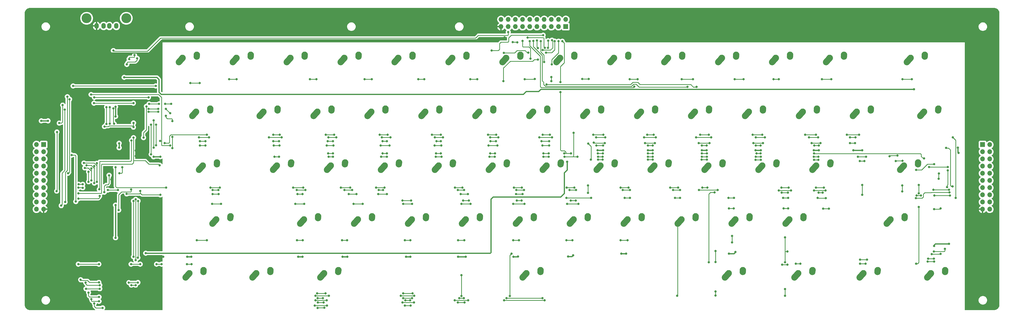
<source format=gbl>
G04 #@! TF.GenerationSoftware,KiCad,Pcbnew,(6.0.9)*
G04 #@! TF.CreationDate,2023-04-02T22:18:35-05:00*
G04 #@! TF.ProjectId,BasePCB,42617365-5043-4422-9e6b-696361645f70,rev?*
G04 #@! TF.SameCoordinates,Original*
G04 #@! TF.FileFunction,Copper,L2,Bot*
G04 #@! TF.FilePolarity,Positive*
%FSLAX46Y46*%
G04 Gerber Fmt 4.6, Leading zero omitted, Abs format (unit mm)*
G04 Created by KiCad (PCBNEW (6.0.9)) date 2023-04-02 22:18:35*
%MOMM*%
%LPD*%
G01*
G04 APERTURE LIST*
G04 Aperture macros list*
%AMHorizOval*
0 Thick line with rounded ends*
0 $1 width*
0 $2 $3 position (X,Y) of the first rounded end (center of the circle)*
0 $4 $5 position (X,Y) of the second rounded end (center of the circle)*
0 Add line between two ends*
20,1,$1,$2,$3,$4,$5,0*
0 Add two circle primitives to create the rounded ends*
1,1,$1,$2,$3*
1,1,$1,$4,$5*%
G04 Aperture macros list end*
G04 #@! TA.AperFunction,ComponentPad*
%ADD10HorizOval,2.250000X0.655001X0.730000X-0.655001X-0.730000X0*%
G04 #@! TD*
G04 #@! TA.AperFunction,ComponentPad*
%ADD11C,2.250000*%
G04 #@! TD*
G04 #@! TA.AperFunction,ComponentPad*
%ADD12HorizOval,2.250000X0.020000X0.290000X-0.020000X-0.290000X0*%
G04 #@! TD*
G04 #@! TA.AperFunction,ComponentPad*
%ADD13R,1.700000X1.700000*%
G04 #@! TD*
G04 #@! TA.AperFunction,ComponentPad*
%ADD14O,1.700000X1.700000*%
G04 #@! TD*
G04 #@! TA.AperFunction,ComponentPad*
%ADD15O,1.500000X2.000000*%
G04 #@! TD*
G04 #@! TA.AperFunction,ComponentPad*
%ADD16C,3.500000*%
G04 #@! TD*
G04 #@! TA.AperFunction,ViaPad*
%ADD17C,0.800000*%
G04 #@! TD*
G04 #@! TA.AperFunction,Conductor*
%ADD18C,0.381000*%
G04 #@! TD*
G04 #@! TA.AperFunction,Conductor*
%ADD19C,0.254000*%
G04 #@! TD*
G04 APERTURE END LIST*
D10*
X-68242499Y93757500D03*
D11*
X-67587500Y94487500D03*
X-62547500Y95567500D03*
D12*
X-62567500Y95277500D03*
D10*
X-44429999Y131857500D03*
D11*
X-43775000Y132587500D03*
D12*
X-38755000Y133377500D03*
D11*
X-38735000Y133667500D03*
D10*
X12720001Y131857500D03*
D11*
X13375000Y132587500D03*
X18415000Y133667500D03*
D12*
X18395000Y133377500D03*
D10*
X50820001Y131857500D03*
D11*
X51475000Y132587500D03*
X56515000Y133667500D03*
D12*
X56495000Y133377500D03*
D11*
X-39012500Y75437500D03*
D10*
X-39667499Y74707500D03*
D12*
X-33992500Y76227500D03*
D11*
X-33972500Y76517500D03*
D10*
X91301251Y55657500D03*
D11*
X91956250Y56387500D03*
X96996250Y57467500D03*
D12*
X96976250Y57177500D03*
D10*
X-96817499Y112807500D03*
D11*
X-96162500Y113537500D03*
X-91122500Y114617500D03*
D12*
X-91142500Y114327500D03*
D11*
X163393750Y56387500D03*
D10*
X162738751Y55657500D03*
D11*
X168433750Y57467500D03*
D12*
X168413750Y57177500D03*
D13*
X181675000Y101912500D03*
D14*
X184215000Y101912500D03*
X181675000Y99372500D03*
X184215000Y99372500D03*
X181675000Y96832500D03*
X184215000Y96832500D03*
X181675000Y94292500D03*
X184215000Y94292500D03*
X181675000Y91752500D03*
X184215000Y91752500D03*
X181675000Y89212500D03*
X184215000Y89212500D03*
X181675000Y86672500D03*
X184215000Y86672500D03*
X181675000Y84132500D03*
X184215000Y84132500D03*
X181675000Y81592500D03*
X184215000Y81592500D03*
X181675000Y79052500D03*
X184215000Y79052500D03*
D11*
X-58062500Y75437500D03*
D10*
X-58717499Y74707500D03*
D12*
X-53042500Y76227500D03*
D11*
X-53022500Y76517500D03*
D10*
X153213751Y93757500D03*
D11*
X153868750Y94487500D03*
X158908750Y95567500D03*
D12*
X158888750Y95277500D03*
D11*
X137200000Y113537500D03*
D10*
X136545001Y112807500D03*
D12*
X142220000Y114327500D03*
D11*
X142240000Y114617500D03*
D10*
X107970001Y131857500D03*
D11*
X108625000Y132587500D03*
X113665000Y133667500D03*
D12*
X113645000Y133377500D03*
D11*
X-100925000Y132587500D03*
D10*
X-101579999Y131857500D03*
D12*
X-95905000Y133377500D03*
D11*
X-95885000Y133667500D03*
X41950000Y113537500D03*
D10*
X41295001Y112807500D03*
D12*
X46970000Y114327500D03*
D11*
X46990000Y114617500D03*
X118150000Y113537500D03*
D10*
X117495001Y112807500D03*
D12*
X123170000Y114327500D03*
D11*
X123190000Y114617500D03*
X-48537500Y94487500D03*
D10*
X-49192499Y93757500D03*
D12*
X-43517500Y95277500D03*
D11*
X-43497500Y95567500D03*
D10*
X84157501Y93757500D03*
D11*
X84812500Y94487500D03*
X89852500Y95567500D03*
D12*
X89832500Y95277500D03*
D11*
X156250000Y132587500D03*
D10*
X155595001Y131857500D03*
D12*
X161270000Y133377500D03*
D11*
X161290000Y133667500D03*
X139581250Y56387500D03*
D10*
X138926251Y55657500D03*
D11*
X144621250Y57467500D03*
D12*
X144601250Y57177500D03*
D11*
X-29487500Y94487500D03*
D10*
X-30142499Y93757500D03*
D11*
X-24447500Y95567500D03*
D12*
X-24467500Y95277500D03*
D15*
X-124293750Y143908750D03*
X-126793750Y143908750D03*
X-128793750Y143908750D03*
X-131293750Y143908750D03*
D16*
X-134793750Y146618750D03*
X-120793750Y146618750D03*
D11*
X127675000Y132587500D03*
D10*
X127020001Y131857500D03*
D11*
X132715000Y133667500D03*
D12*
X132695000Y133377500D03*
D11*
X103862500Y94487500D03*
D10*
X103207501Y93757500D03*
D12*
X108882500Y95277500D03*
D11*
X108902500Y95567500D03*
D13*
X-149950000Y101937500D03*
D14*
X-152490000Y101937500D03*
X-149950000Y99397500D03*
X-152490000Y99397500D03*
X-149950000Y96857500D03*
X-152490000Y96857500D03*
X-149950000Y94317500D03*
X-152490000Y94317500D03*
X-149950000Y91777500D03*
X-152490000Y91777500D03*
X-149950000Y89237500D03*
X-152490000Y89237500D03*
X-149950000Y86697500D03*
X-152490000Y86697500D03*
X-149950000Y84157500D03*
X-152490000Y84157500D03*
X-149950000Y81617500D03*
X-152490000Y81617500D03*
X-149950000Y79077500D03*
X-152490000Y79077500D03*
D11*
X-50918750Y56387500D03*
D10*
X-51573749Y55657500D03*
D12*
X-45898750Y57177500D03*
D11*
X-45878750Y57467500D03*
D10*
X79395001Y112807500D03*
D11*
X80050000Y113537500D03*
X85090000Y114617500D03*
D12*
X85070000Y114327500D03*
D11*
X56237500Y75437500D03*
D10*
X55582501Y74707500D03*
D11*
X61277500Y76517500D03*
D12*
X61257500Y76227500D03*
D13*
X34448750Y143668750D03*
D14*
X34448750Y146208750D03*
X31908750Y143668750D03*
X31908750Y146208750D03*
X29368750Y143668750D03*
X29368750Y146208750D03*
X26828750Y143668750D03*
X26828750Y146208750D03*
X24288750Y143668750D03*
X24288750Y146208750D03*
X21748750Y143668750D03*
X21748750Y146208750D03*
X19208750Y143668750D03*
X19208750Y146208750D03*
X16668750Y143668750D03*
X16668750Y146208750D03*
X14128750Y143668750D03*
X14128750Y146208750D03*
X11588750Y143668750D03*
X11588750Y146208750D03*
D11*
X27662500Y94487500D03*
D10*
X27007501Y93757500D03*
D11*
X32702500Y95567500D03*
D12*
X32682500Y95277500D03*
D10*
X-1567499Y74707500D03*
D11*
X-912500Y75437500D03*
D12*
X4107500Y76227500D03*
D11*
X4127500Y76517500D03*
D10*
X148451251Y74707500D03*
D11*
X149106250Y75437500D03*
X154146250Y76517500D03*
D12*
X154126250Y76227500D03*
D11*
X32425000Y132587500D03*
D10*
X31770001Y131857500D03*
D12*
X37445000Y133377500D03*
D11*
X37465000Y133667500D03*
X20518750Y56387500D03*
D10*
X19863751Y55657500D03*
D12*
X25538750Y57177500D03*
D11*
X25558750Y57467500D03*
X89575000Y132587500D03*
D10*
X88920001Y131857500D03*
D12*
X94595000Y133377500D03*
D11*
X94615000Y133667500D03*
X-93781250Y94487500D03*
D10*
X-94436249Y93757500D03*
D11*
X-88741250Y95567500D03*
D12*
X-88761250Y95277500D03*
D10*
X7957501Y93757500D03*
D11*
X8612500Y94487500D03*
D12*
X13632500Y95277500D03*
D11*
X13652500Y95567500D03*
X3850000Y113537500D03*
D10*
X3195001Y112807500D03*
D11*
X8890000Y114617500D03*
D12*
X8870000Y114327500D03*
D11*
X-19962500Y75437500D03*
D10*
X-20617499Y74707500D03*
D11*
X-14922500Y76517500D03*
D12*
X-14942500Y76227500D03*
D10*
X-99198749Y55657500D03*
D11*
X-98543750Y56387500D03*
X-93503750Y57467500D03*
D12*
X-93523750Y57177500D03*
D11*
X18137500Y75437500D03*
D10*
X17482501Y74707500D03*
D12*
X23157500Y76227500D03*
D11*
X23177500Y76517500D03*
D10*
X-34904999Y112807500D03*
D11*
X-34250000Y113537500D03*
X-29210000Y114617500D03*
D12*
X-29230000Y114327500D03*
D11*
X-15200000Y113537500D03*
D10*
X-15854999Y112807500D03*
D12*
X-10180000Y114327500D03*
D11*
X-10160000Y114617500D03*
D10*
X-25379999Y131857500D03*
D11*
X-24725000Y132587500D03*
X-19685000Y133667500D03*
D12*
X-19705000Y133377500D03*
D10*
X36532501Y74707500D03*
D11*
X37187500Y75437500D03*
D12*
X42207500Y76227500D03*
D11*
X42227500Y76517500D03*
D10*
X-63479999Y131857500D03*
D11*
X-62825000Y132587500D03*
X-57785000Y133667500D03*
D12*
X-57805000Y133377500D03*
D10*
X22245001Y112807500D03*
D11*
X22900000Y113537500D03*
D12*
X27920000Y114327500D03*
D11*
X27940000Y114617500D03*
D10*
X93682501Y74707500D03*
D11*
X94337500Y75437500D03*
D12*
X99357500Y76227500D03*
D11*
X99377500Y76517500D03*
D10*
X65107501Y93757500D03*
D11*
X65762500Y94487500D03*
X70802500Y95567500D03*
D12*
X70782500Y95277500D03*
D11*
X-5675000Y132587500D03*
D10*
X-6329999Y131857500D03*
D11*
X-635000Y133667500D03*
D12*
X-655000Y133377500D03*
D11*
X-74890000Y56387500D03*
D10*
X-75544999Y55657500D03*
D12*
X-69870000Y57177500D03*
D11*
X-69850000Y57467500D03*
D10*
X74632501Y74707500D03*
D11*
X75287500Y75437500D03*
D12*
X80307500Y76227500D03*
D11*
X80327500Y76517500D03*
X70525000Y132587500D03*
D10*
X69870001Y131857500D03*
D11*
X75565000Y133667500D03*
D12*
X75545000Y133377500D03*
D10*
X-89673749Y74707500D03*
D11*
X-89018750Y75437500D03*
D12*
X-83998750Y76227500D03*
D11*
X-83978750Y76517500D03*
D10*
X-73004999Y112807500D03*
D11*
X-72350000Y113537500D03*
X-67310000Y114617500D03*
D12*
X-67330000Y114327500D03*
D11*
X-10437500Y94487500D03*
D10*
X-11092499Y93757500D03*
D12*
X-5417500Y95277500D03*
D11*
X-5397500Y95567500D03*
D10*
X112732501Y74707500D03*
D11*
X113387500Y75437500D03*
X118427500Y76517500D03*
D12*
X118407500Y76227500D03*
D10*
X-53954999Y112807500D03*
D11*
X-53300000Y113537500D03*
D12*
X-48280000Y114327500D03*
D11*
X-48260000Y114617500D03*
D10*
X98445001Y112807500D03*
D11*
X99100000Y113537500D03*
D12*
X104120000Y114327500D03*
D11*
X104140000Y114617500D03*
D10*
X115907501Y55657500D03*
D11*
X116562500Y56387500D03*
D12*
X121582500Y57177500D03*
D11*
X121602500Y57467500D03*
X46712500Y94487500D03*
D10*
X46057501Y93757500D03*
D11*
X51752500Y95567500D03*
D12*
X51732500Y95277500D03*
D10*
X122257501Y93757500D03*
D11*
X122912500Y94487500D03*
X127952500Y95567500D03*
D12*
X127932500Y95277500D03*
D10*
X-82529999Y131857500D03*
D11*
X-81875000Y132587500D03*
D12*
X-76855000Y133377500D03*
D11*
X-76835000Y133667500D03*
D10*
X60345001Y112807500D03*
D11*
X61000000Y113537500D03*
X66040000Y114617500D03*
D12*
X66020000Y114327500D03*
D10*
X160357501Y112807500D03*
D11*
X161012500Y113537500D03*
D12*
X166032500Y114327500D03*
D11*
X166052500Y114617500D03*
D17*
X-123317000Y100816250D03*
X47625000Y99949000D03*
X-123323750Y102396250D03*
X45720000Y99949000D03*
X34925000Y95885000D03*
X-124587000Y68961000D03*
X139192000Y99949000D03*
X-113919000Y63500000D03*
X103378000Y99949000D03*
X122047000Y99949000D03*
X123825000Y99949000D03*
X-111150000Y97606250D03*
X65179000Y99949000D03*
X-108743750Y97631250D03*
X82550000Y99949000D03*
X63500000Y99949000D03*
X136007760Y99939760D03*
X101473000Y99949000D03*
X-124587000Y80518000D03*
X84229000Y99949000D03*
X-139650000Y71900000D03*
X-97790000Y62230000D03*
X-107696000Y62230000D03*
X-129921000Y134112000D03*
X92075000Y63373000D03*
X164592000Y66040000D03*
X-110109000Y62230000D03*
X-126111000Y89571250D03*
X-21999000Y62232258D03*
X-127758036Y71889464D03*
X-3556000Y62230000D03*
X16002000Y62230000D03*
X35306000Y62299250D03*
X-42672000Y62230000D03*
X-60099000Y62230000D03*
X17554000Y62299250D03*
X94361000Y63933750D03*
X-44382750Y62230000D03*
X-117475000Y97917000D03*
X-20449258Y62232258D03*
X-126111000Y87630000D03*
X-110835500Y96012000D03*
X-99270250Y62230000D03*
X169820000Y66802000D03*
X54102000Y63373000D03*
X-883286Y62235714D03*
X-58547000Y62230000D03*
X-109220000Y96012000D03*
X37057964Y62753250D03*
X-117475000Y99822000D03*
X12850000Y139862500D03*
X55753000Y63373000D03*
X-123444000Y78740000D03*
X-119062500Y86014500D03*
X-94869000Y123698000D03*
X23538334Y125111666D03*
X-81788000Y125095000D03*
X156718000Y125095000D03*
X19939000Y125095000D03*
X128270000Y125095000D03*
X40275666Y125111666D03*
X59817000Y125095000D03*
X57023000Y125095000D03*
X109728000Y125095000D03*
X124968000Y125095000D03*
X-15494000Y125095000D03*
X75438000Y125095000D03*
X762000Y125095000D03*
X-36576000Y125095000D03*
X-34036000Y125095000D03*
X97282000Y125095000D03*
X107823000Y125095000D03*
X3175000Y125095000D03*
X79375000Y125095000D03*
X-53594000Y125095000D03*
X-17653000Y125095000D03*
X-98171000Y123698000D03*
X94107000Y125095000D03*
X-84455000Y125095000D03*
X42572738Y125111666D03*
X-55880000Y125095000D03*
X153416000Y125095000D03*
X138049000Y105410000D03*
X-31242000Y105410000D03*
X100457000Y105410000D03*
X26289000Y105410000D03*
X-47371000Y105410000D03*
X-68834000Y105410000D03*
X122809000Y105410000D03*
X6985000Y105410000D03*
X63246000Y105410000D03*
X-50292000Y105410000D03*
X84963000Y105410000D03*
X28829000Y105410000D03*
X118999000Y105410000D03*
X81915000Y105410000D03*
X-9652000Y105410000D03*
X65532000Y105410000D03*
X-66548000Y105410000D03*
X-107188000Y102489000D03*
X103886000Y105410000D03*
X133731000Y105410000D03*
X47752000Y105410000D03*
X-12827000Y105410000D03*
X9906000Y105410000D03*
X-28448000Y105410000D03*
X44196000Y105410000D03*
X-92329000Y105410000D03*
X-124587000Y115316000D03*
X-124587000Y111887000D03*
X172974000Y100838000D03*
X-121539000Y125730000D03*
X-148431250Y110331250D03*
X-150812500Y110331250D03*
X157480000Y121539000D03*
X173155500Y98987500D03*
X65179000Y97663000D03*
X-68453000Y97663000D03*
X-28761000Y97663000D03*
X26543000Y97663000D03*
X103378000Y97663000D03*
X82550000Y97663000D03*
X151638000Y98044000D03*
X9398000Y97663000D03*
X-30734000Y97663000D03*
X-143256000Y115887500D03*
X-144462500Y109537500D03*
X137668000Y97663000D03*
X-110236000Y108966000D03*
X-110398500Y122682000D03*
X28448000Y97663000D03*
X148844000Y97825500D03*
X-139573000Y122682000D03*
X-9398000Y97663000D03*
X84328000Y97663000D03*
X38562000Y97663000D03*
X-66861000Y97663000D03*
X29500000Y130275000D03*
X7493000Y97663000D03*
X101600000Y97663000D03*
X37175000Y106136500D03*
X140493750Y97631250D03*
X47498000Y97663000D03*
X-49276000Y97663000D03*
X-110250000Y101679750D03*
X-11430000Y97663000D03*
X29301500Y125850000D03*
X122047000Y97663000D03*
X31900000Y138521500D03*
X45847000Y97663000D03*
X29325000Y124385166D03*
X-47811000Y97663000D03*
X34036000Y97663000D03*
X123698000Y97663000D03*
X63500000Y97663000D03*
X103279000Y98775000D03*
X-47800000Y98825000D03*
X32525000Y120500000D03*
X26525000Y98800000D03*
X101825000Y98775000D03*
X-9711000Y98825000D03*
X-99325000Y59625000D03*
X-140116500Y98225000D03*
X36250000Y98775000D03*
X28425000Y98775000D03*
X-28761000Y98825000D03*
X-30225000Y98825000D03*
X65179000Y98775000D03*
X33225000Y138521500D03*
X-119100000Y59625000D03*
X122100000Y98775000D03*
X-49475000Y98825000D03*
X-97725000Y59625000D03*
X63450000Y98775000D03*
X84250000Y98775000D03*
X-111125000Y100838000D03*
X-138625000Y81775000D03*
X-130464500Y59625000D03*
X-11375000Y98825000D03*
X161025000Y97000000D03*
X45800000Y98775000D03*
X-108300000Y59625000D03*
X-110100000Y59625000D03*
X47550000Y98775000D03*
X-111125000Y110490000D03*
X33911473Y98782702D03*
X7725000Y98825000D03*
X82525000Y98775000D03*
X9425000Y98825000D03*
X-137750000Y59625000D03*
X32525000Y124050000D03*
X-115875000Y59625000D03*
X-126619000Y109347000D03*
X-126619000Y115189000D03*
X-127762000Y109220000D03*
X-127762000Y115189000D03*
X-126873000Y91059000D03*
X-128524000Y85090000D03*
X-122252500Y93881000D03*
X-123190000Y91821000D03*
X-47811000Y103124000D03*
X81407000Y102489000D03*
X168783000Y100777500D03*
X-145275000Y106375000D03*
X-118237000Y109601000D03*
X85217000Y102489000D03*
X7874000Y103124000D03*
X134874000Y102489000D03*
X-128488500Y108331000D03*
X-106771500Y114554000D03*
X104140000Y102489000D03*
X-68834000Y103124000D03*
X9779000Y103124000D03*
X-94742000Y103124000D03*
X-145375000Y85475000D03*
X100711000Y102489000D03*
X-109509500Y114554000D03*
X-105283000Y113030000D03*
X65913000Y102489000D03*
X-9711000Y103124000D03*
X44323000Y102616000D03*
X136652000Y102489000D03*
X-92837000Y103124000D03*
X25908000Y103124000D03*
X28575000Y103124000D03*
X121285000Y102489000D03*
X62484000Y102489000D03*
X-118262500Y108102500D03*
X-112903000Y114554000D03*
X-49657000Y103124000D03*
X171069000Y87122000D03*
X-11176000Y103124000D03*
X-28761000Y103124000D03*
X-30226000Y103124000D03*
X-66802000Y103124000D03*
X124460000Y102489000D03*
X48260000Y102489000D03*
X-106680000Y86741000D03*
X37465000Y86741000D03*
X16129000Y86741000D03*
X110617000Y86741000D03*
X-44958000Y86741000D03*
X71374000Y86741000D03*
X18923000Y86741000D03*
X122809000Y86741000D03*
X34798000Y86741000D03*
X-87757000Y86741000D03*
X84455000Y86741000D03*
X56642000Y86741000D03*
X-61849000Y86741000D03*
X113157000Y86741000D03*
X125603000Y86741000D03*
X-2032000Y86741000D03*
X-32512000Y86741000D03*
X-58293000Y86741000D03*
X-4699000Y86741000D03*
X74168000Y86741000D03*
X53848000Y86741000D03*
X82677000Y86741000D03*
X-124587000Y93881000D03*
X-29591000Y86741000D03*
X-91059000Y86741000D03*
X-41656000Y86741000D03*
X-3556000Y68072000D03*
X-95885000Y68072000D03*
X-92329000Y68072000D03*
X15875000Y68072000D03*
X-22352000Y68072000D03*
X34671000Y68072000D03*
X-20447000Y68072000D03*
X-44577000Y68072000D03*
X-60452000Y68072000D03*
X53848000Y68072000D03*
X-42799000Y68072000D03*
X-1397000Y68072000D03*
X-58420000Y68072000D03*
X17907000Y68072000D03*
X56261000Y68072000D03*
X36830000Y68072000D03*
X-22987000Y49276000D03*
X-50419000Y49276000D03*
X-53340000Y49276000D03*
X-19685000Y49276000D03*
X114046000Y85725000D03*
X19685000Y85852000D03*
X-57531000Y85852000D03*
X126238000Y85725000D03*
X169820000Y85979000D03*
X-108966000Y94615000D03*
X-88292250Y85852000D03*
X35814000Y85852000D03*
X109728000Y85725000D03*
X-31623000Y85852000D03*
X-1480822Y85852000D03*
X122174000Y85725000D03*
X-118237000Y104394000D03*
X-41021000Y85852000D03*
X-137725000Y84675000D03*
X-30071000Y85852000D03*
X-3683000Y85852000D03*
X164338000Y85979000D03*
X72390000Y85852000D03*
X-43688000Y85852000D03*
X57150000Y85852000D03*
X88138000Y85852000D03*
X17018000Y85852000D03*
X54610000Y85852000D03*
X-90297000Y85852000D03*
X74803000Y85852000D03*
X-60579000Y85852000D03*
X81534000Y85852000D03*
X38100000Y85852000D03*
X73025000Y83058000D03*
X-2667000Y84455000D03*
X-31750000Y84455000D03*
X-137700000Y82800000D03*
X-42164000Y84455000D03*
X-106771500Y112141000D03*
X43434000Y83058000D03*
X-104521000Y100711000D03*
X169938338Y84986528D03*
X55245000Y83058000D03*
X-104521000Y110236000D03*
X-28702000Y84455000D03*
X-109474000Y113538000D03*
X123444000Y83058000D03*
X111252000Y83058000D03*
X74803000Y83058000D03*
X-58547000Y84455000D03*
X19177000Y84455000D03*
X-127000Y84455000D03*
X-88138000Y84455000D03*
X-112903000Y113538000D03*
X-90297000Y84455000D03*
X-60325000Y84455000D03*
X34671000Y83058000D03*
X-104521000Y104683500D03*
X93853000Y83058000D03*
X-39497000Y84455000D03*
X16891000Y84455000D03*
X-118963500Y103378000D03*
X158095012Y82996620D03*
X-130200000Y83775000D03*
X91948000Y83058000D03*
X113030000Y83058000D03*
X-130326500Y86073286D03*
X126303620Y82996620D03*
X57150000Y83058000D03*
X63500000Y101600000D03*
X158404500Y83947000D03*
X159893000Y83947000D03*
X-105318500Y101600000D03*
X122186000Y101600000D03*
X7143750Y101600000D03*
X-92837000Y101600000D03*
X65179000Y101600000D03*
X-141605000Y118872000D03*
X47625000Y101600000D03*
X28575000Y101600000D03*
X103279000Y101600000D03*
X10318750Y101600000D03*
X-30956250Y101600000D03*
X-108839000Y103251000D03*
X-94742000Y101600000D03*
X-142400000Y81600000D03*
X45243750Y101600000D03*
X-68707000Y101600000D03*
X-11906250Y101600000D03*
X101600000Y101600000D03*
X84229000Y101600000D03*
X-9525000Y101600000D03*
X-66675000Y101600000D03*
X-27781250Y101600000D03*
X-50006250Y101600000D03*
X139192000Y87630000D03*
X82550000Y101600000D03*
X123825000Y101600000D03*
X164627500Y83947000D03*
X-133223000Y119634000D03*
X170180000Y83947000D03*
X139192000Y84201000D03*
X-47625000Y101600000D03*
X26193750Y101600000D03*
X27075000Y136150000D03*
X-116967000Y132461000D03*
X20950000Y139825000D03*
X-120589000Y130302000D03*
X111351000Y79375000D03*
X-136906000Y54102000D03*
X73818750Y48418750D03*
X21750000Y138525000D03*
X164592000Y79121000D03*
X-23812500Y48418750D03*
X-116681250Y53117750D03*
X-116681250Y61912500D03*
X-53975000Y48418750D03*
X-49212500Y48418750D03*
X-119888000Y53086000D03*
X-19050000Y48418750D03*
X127386714Y79253714D03*
X166878000Y79375000D03*
X113030000Y79375000D03*
X125343286Y79242286D03*
X-130464500Y53153658D03*
X93754000Y79375000D03*
X-116642572Y81994658D03*
X58674000Y122428000D03*
X92075000Y79375000D03*
X-23018750Y47625000D03*
X13493750Y47625000D03*
X-19843750Y47625000D03*
X87376000Y64262000D03*
X93218000Y69596000D03*
X23000000Y138575000D03*
X87376000Y50002500D03*
X-1587500Y47625000D03*
X-136179500Y87875000D03*
X-130175000Y52197000D03*
X-117472083Y82552257D03*
X26193750Y47625000D03*
X-51343500Y47625000D03*
X-53181250Y47625000D03*
X166878000Y63246000D03*
X87376000Y60392250D03*
X-135128000Y53086000D03*
X163703000Y63207250D03*
X87376000Y48514000D03*
X-117510500Y52197000D03*
X-117472083Y61087000D03*
X-137632500Y87875000D03*
X-118999000Y52197000D03*
X93218000Y67310000D03*
X-3175000Y47625000D03*
X77470000Y122329000D03*
X-137725000Y86700000D03*
X21975000Y132350000D03*
X0Y46831250D03*
X-50006250Y46831250D03*
X-136179500Y86650000D03*
X112776000Y64135000D03*
X80645000Y122329000D03*
X-22225000Y46831250D03*
X-118237000Y62230000D03*
X-135001000Y50927000D03*
X-130175000Y50927000D03*
X111918750Y48418750D03*
X-118262500Y81940500D03*
X19208750Y138566250D03*
X12700000Y46831250D03*
X27650000Y123237000D03*
X-53975000Y46831250D03*
X111918750Y69056250D03*
X26987500Y46831250D03*
X111918750Y50800000D03*
X-20546000Y46831250D03*
X164465000Y64135000D03*
X111918750Y60325000D03*
X168366500Y65024000D03*
X-4762500Y46831250D03*
X151003000Y96139000D03*
X45847000Y96647000D03*
X84328000Y96647000D03*
X-20193000Y82169000D03*
X65179000Y96647000D03*
X43307000Y96647000D03*
X42291000Y87503000D03*
X63500000Y96647000D03*
X-135750000Y95400000D03*
X-131191000Y95309000D03*
X254000Y82169000D03*
X17145000Y82169000D03*
X138303000Y96139000D03*
X101473000Y96520000D03*
X-1778000Y82169000D03*
X-131176671Y88747786D03*
X37973000Y82169000D03*
X47498000Y96647000D03*
X42418000Y102326500D03*
X122174000Y96520000D03*
X26326500Y135375000D03*
X18864000Y82169000D03*
X139954000Y96139000D03*
X29580493Y138876478D03*
X123698000Y96520000D03*
X36195000Y82169000D03*
X-23241000Y82169000D03*
X42291000Y84836000D03*
X82423000Y96647000D03*
X153412810Y96150636D03*
X103378000Y96520000D03*
X153289000Y85344000D03*
X-132080000Y45720000D03*
X158242000Y92964000D03*
X153289000Y87467500D03*
X-129159000Y44160500D03*
X-132080000Y94295000D03*
X12573000Y134366000D03*
X21200000Y134450000D03*
X125222000Y84963000D03*
X-50800000Y44196000D03*
X112903000Y84963000D03*
X-132080000Y88320000D03*
X84963000Y60325000D03*
X110744000Y84963000D03*
X27448500Y134475000D03*
X123701750Y84963000D03*
X30550000Y138521500D03*
X164592000Y94996000D03*
X-53248500Y44160500D03*
X-134838500Y94600000D03*
X86995000Y85054500D03*
X-130429000Y46482000D03*
X159131000Y79847500D03*
X-49911000Y44958000D03*
X-54229000Y44958000D03*
X8255000Y135252500D03*
X159131000Y87630000D03*
X110871000Y59436000D03*
X112776000Y59436000D03*
X140335000Y59817000D03*
X162814000Y93980000D03*
X117348000Y59817000D03*
X169418000Y93980000D03*
X-133096000Y93500000D03*
X159131000Y84709000D03*
X115697000Y59817000D03*
X-133096000Y47244000D03*
X158242000Y59817000D03*
X-20320000Y44958000D03*
X-22352000Y44958000D03*
X-2407161Y48351500D03*
X-133096000Y89268750D03*
X-2413000Y55753000D03*
X-135444000Y93681000D03*
X26450000Y140650000D03*
X138430000Y59817000D03*
X-23241000Y46101000D03*
X169093000Y86868000D03*
X164592000Y60579000D03*
X162306000Y60579000D03*
X14732000Y48351500D03*
X-134112000Y49530000D03*
X169418000Y92837000D03*
X28200000Y138675000D03*
X140837286Y61208286D03*
X-130429000Y48006000D03*
X-53086000Y46101000D03*
X138424286Y61208286D03*
X-134112000Y92263000D03*
X24600000Y132025000D03*
X12446000Y124368500D03*
X15303500Y63309500D03*
X-1270000Y46101000D03*
X-3683000Y46101000D03*
X-134112000Y88762000D03*
X-51054000Y46101000D03*
X28175000Y136160500D03*
X-19177000Y46101000D03*
X166229238Y91710692D03*
X-112014000Y98479750D03*
X164465000Y61595000D03*
X166167464Y89829036D03*
X-112014000Y108966000D03*
X-112938500Y118618000D03*
X-132083750Y118618000D03*
X24563714Y136038714D03*
X24300000Y138800000D03*
X162433000Y61595000D03*
X-141390000Y91790000D03*
X-140843000Y117983000D03*
X-127281500Y85852000D03*
X-2381250Y80962500D03*
X26826500Y131150000D03*
X-90487500Y80962500D03*
X-123698000Y85852000D03*
X-57943750Y80962500D03*
X-40481250Y80962500D03*
X-37306250Y80962500D03*
X-115862500Y85509500D03*
X34925000Y80962500D03*
X-23018750Y80962500D03*
X19843750Y80962500D03*
X15875000Y80962500D03*
X25625000Y138521500D03*
X-61118750Y80962500D03*
X-120650000Y84490500D03*
X38893750Y80962500D03*
X-19843750Y80962500D03*
X-108743750Y84137500D03*
X793750Y80962500D03*
X-87312500Y80962500D03*
X-119761000Y132207000D03*
X-117856000Y133604000D03*
X15725000Y138200000D03*
X17325000Y138125000D03*
X136779000Y104521000D03*
X-27432000Y104521000D03*
X-143775000Y80325000D03*
X25146000Y104521000D03*
X-46609000Y104521000D03*
X66294000Y104521000D03*
X-109220000Y116332000D03*
X104775000Y104521000D03*
X80518000Y104521000D03*
X45212000Y104521000D03*
X-11811000Y104521000D03*
X-30480000Y104521000D03*
X48387000Y104521000D03*
X-65913000Y104521000D03*
X-49403000Y104521000D03*
X7747000Y104521000D03*
X-70358000Y104521000D03*
X134874000Y104521000D03*
X172212000Y83058000D03*
X-113665000Y115443000D03*
X-91567000Y104521000D03*
X10668000Y104521000D03*
X-142494000Y114300000D03*
X-118272500Y116586000D03*
X-104902000Y116332000D03*
X29591000Y104521000D03*
X101600000Y104521000D03*
X62103000Y104521000D03*
X-107061000Y116332000D03*
X-114695258Y104390558D03*
X-132207000Y116586000D03*
X-8890000Y104521000D03*
X-112740500Y116332000D03*
X120396000Y104521000D03*
X85852000Y104521000D03*
X123571000Y104521000D03*
X-95123000Y104521000D03*
X171196000Y104521000D03*
X-125095000Y109311500D03*
X14128750Y141728750D03*
X-125349000Y135184500D03*
X-125381074Y114709000D03*
D18*
X47625000Y99949000D02*
X45720000Y99949000D01*
X7983001Y82659001D02*
X7983001Y63736001D01*
X8763000Y83439000D02*
X7983001Y82659001D01*
X-111150000Y97606250D02*
X-111125000Y97631250D01*
X7747000Y63500000D02*
X-113919000Y63500000D01*
X136017000Y99949000D02*
X136007760Y99939760D01*
X-123323750Y100823000D02*
X-123317000Y100816250D01*
X103378000Y99949000D02*
X101473000Y99949000D01*
X34925000Y95885000D02*
X34925000Y92964000D01*
X-111125000Y97631250D02*
X-108743750Y97631250D01*
X84229000Y99949000D02*
X82550000Y99949000D01*
X34925000Y92964000D02*
X33909000Y91948000D01*
X33909000Y91948000D02*
X33909000Y84709000D01*
X65179000Y99949000D02*
X63500000Y99949000D01*
X139192000Y99949000D02*
X136017000Y99949000D01*
X123825000Y99949000D02*
X122047000Y99949000D01*
X33909000Y84709000D02*
X32639000Y83439000D01*
X-123323750Y102396250D02*
X-123323750Y100823000D01*
X-124587000Y80518000D02*
X-124587000Y68961000D01*
X32639000Y83439000D02*
X8763000Y83439000D01*
X36645250Y62299250D02*
X37057964Y62711964D01*
X16002000Y62230000D02*
X17526000Y62230000D01*
X-112747500Y134394500D02*
X-108077000Y139065000D01*
X94361000Y63881000D02*
X94361000Y63933750D01*
X-44382750Y62230000D02*
X-42672000Y62230000D01*
X12490000Y139065000D02*
X12850000Y139425000D01*
X-21999000Y62232258D02*
X-20449258Y62232258D01*
X17526000Y62271250D02*
X17554000Y62299250D01*
X-889000Y62230000D02*
X-883286Y62235714D01*
X-110109000Y62230000D02*
X-107696000Y62230000D01*
X37057964Y62711964D02*
X37057964Y62753250D01*
X-117475000Y99822000D02*
X-117475000Y97917000D01*
X-99270250Y62230000D02*
X-97790000Y62230000D01*
X54102000Y63373000D02*
X55753000Y63373000D01*
X164973000Y66802000D02*
X169820000Y66802000D01*
X-126111000Y87630000D02*
X-126111000Y89571250D01*
X-60099000Y62230000D02*
X-58547000Y62230000D01*
X-3556000Y62230000D02*
X-889000Y62230000D01*
X92075000Y63373000D02*
X93853000Y63373000D01*
X-129921000Y134112000D02*
X-129638500Y134394500D01*
X12850000Y139862500D02*
X12850000Y139425000D01*
X35306000Y62299250D02*
X36645250Y62299250D01*
X-129638500Y134394500D02*
X-112747500Y134394500D01*
X-127768572Y71900000D02*
X-139650000Y71900000D01*
X164592000Y66421000D02*
X164973000Y66802000D01*
X-127758036Y71889464D02*
X-127768572Y71900000D01*
X-110835500Y96012000D02*
X-109220000Y96012000D01*
X93853000Y63373000D02*
X94361000Y63881000D01*
X-108077000Y139065000D02*
X12490000Y139065000D01*
X164592000Y66040000D02*
X164592000Y66421000D01*
X17526000Y62230000D02*
X17526000Y62271250D01*
D19*
X-119126000Y85217000D02*
X-119062500Y85280500D01*
X-122428000Y85217000D02*
X-119126000Y85217000D01*
X-119062500Y85280500D02*
X-119062500Y86014500D01*
X-123444000Y78740000D02*
X-123444000Y84201000D01*
X-123444000Y84201000D02*
X-122428000Y85217000D01*
X-98171000Y123698000D02*
X-94869000Y123698000D01*
X-15494000Y125095000D02*
X-17653000Y125095000D01*
X3175000Y125095000D02*
X762000Y125095000D01*
X128270000Y125095000D02*
X124968000Y125095000D01*
X109728000Y125095000D02*
X107823000Y125095000D01*
X156718000Y125095000D02*
X153416000Y125095000D01*
X97282000Y125095000D02*
X94107000Y125095000D01*
X-34036000Y125095000D02*
X-36576000Y125095000D01*
X42572738Y125111666D02*
X40275666Y125111666D01*
X-53594000Y125095000D02*
X-55880000Y125095000D01*
X79375000Y125095000D02*
X75438000Y125095000D01*
X-81788000Y125095000D02*
X-84455000Y125095000D01*
X23538334Y125111666D02*
X23521668Y125095000D01*
X59817000Y125095000D02*
X57023000Y125095000D01*
X23521668Y125095000D02*
X19939000Y125095000D01*
X-105537000Y102743000D02*
X-105791000Y102489000D01*
X-92329000Y105410000D02*
X-105029000Y105410000D01*
X-9652000Y105410000D02*
X-12827000Y105410000D01*
X138049000Y105410000D02*
X133731000Y105410000D01*
X-47371000Y105410000D02*
X-50292000Y105410000D01*
X28829000Y105410000D02*
X26289000Y105410000D01*
X-28448000Y105410000D02*
X-31242000Y105410000D01*
X-105029000Y105410000D02*
X-105537000Y104902000D01*
X9906000Y105410000D02*
X6985000Y105410000D01*
X-66548000Y105410000D02*
X-68834000Y105410000D01*
X-105537000Y104902000D02*
X-105537000Y102743000D01*
X84963000Y105410000D02*
X81915000Y105410000D01*
X103886000Y105410000D02*
X100457000Y105410000D01*
X47752000Y105410000D02*
X44196000Y105410000D01*
X-105791000Y102489000D02*
X-107188000Y102489000D01*
X65532000Y105410000D02*
X63246000Y105410000D01*
X122809000Y105410000D02*
X118999000Y105410000D01*
D18*
X-148431250Y110331250D02*
X-150812500Y110331250D01*
X25654000Y121539000D02*
X24892000Y120777000D01*
X20447000Y120777000D02*
X19431000Y119761000D01*
X-108458000Y119761000D02*
X-109220000Y120523000D01*
X-108458000Y119761000D02*
X19431000Y119761000D01*
X172974000Y99169000D02*
X173155500Y98987500D01*
X24892000Y120777000D02*
X20447000Y120777000D01*
X-124587000Y111887000D02*
X-124587000Y115316000D01*
X-109220000Y124968000D02*
X-109982000Y125730000D01*
X25654000Y121539000D02*
X157480000Y121539000D01*
X-109220000Y120523000D02*
X-109220000Y124968000D01*
X-109982000Y125730000D02*
X-121539000Y125730000D01*
X172974000Y100838000D02*
X172974000Y99169000D01*
D19*
X37175000Y106136500D02*
X37175000Y97875000D01*
X148844000Y98044000D02*
X148844000Y97825500D01*
X-110236000Y102614000D02*
X-110236000Y102000000D01*
X29301500Y124408666D02*
X29325000Y124385166D01*
X-9398000Y97663000D02*
X-11430000Y97663000D01*
X-143256000Y115887500D02*
X-143256000Y109950250D01*
X140493750Y97631250D02*
X137699750Y97631250D01*
X123698000Y97663000D02*
X122047000Y97663000D01*
X-110236000Y102861000D02*
X-110236000Y102614000D01*
X-47811000Y97663000D02*
X-49276000Y97663000D01*
X137699750Y97631250D02*
X137668000Y97663000D01*
X37175000Y97875000D02*
X36963000Y97663000D01*
X-110236000Y102861000D02*
X-110236000Y101693750D01*
X9398000Y97663000D02*
X7493000Y97663000D01*
X-66861000Y97663000D02*
X-68453000Y97663000D01*
X151638000Y98044000D02*
X148844000Y98044000D01*
X84328000Y97663000D02*
X82550000Y97663000D01*
X65179000Y97663000D02*
X63500000Y97663000D01*
X36963000Y97663000D02*
X34036000Y97663000D01*
X29500000Y131975000D02*
X29500000Y130275000D01*
X-110236000Y101693750D02*
X-110250000Y101679750D01*
X-110236000Y108966000D02*
X-110236000Y102861000D01*
X29500000Y131975000D02*
X31900000Y134375000D01*
X47498000Y97663000D02*
X45847000Y97663000D01*
X103378000Y97663000D02*
X101600000Y97663000D01*
X-143668750Y109537500D02*
X-143256000Y109950250D01*
X-110398500Y122682000D02*
X-139573000Y122682000D01*
X28448000Y97663000D02*
X26543000Y97663000D01*
X-144462500Y109537500D02*
X-143668750Y109537500D01*
X31900000Y138521500D02*
X31900000Y134375000D01*
X-28761000Y97663000D02*
X-30734000Y97663000D01*
X29301500Y125850000D02*
X29301500Y124408666D01*
X38562000Y97663000D02*
X36963000Y97663000D01*
X26550000Y98775000D02*
X26525000Y98800000D01*
X84250000Y98775000D02*
X82525000Y98775000D01*
X159975000Y97725000D02*
X160700000Y97000000D01*
X34475000Y99275000D02*
X34025000Y99725000D01*
X-138625000Y97950000D02*
X-138625000Y81775000D01*
X-108300000Y59625000D02*
X-110100000Y59625000D01*
X32850000Y99725000D02*
X32525000Y100050000D01*
X47550000Y98775000D02*
X45800000Y98775000D01*
X-138900000Y98225000D02*
X-138625000Y97950000D01*
X34475000Y98775000D02*
X36250000Y98775000D01*
X-140116500Y98225000D02*
X-138900000Y98225000D01*
X103279000Y98775000D02*
X101825000Y98775000D01*
X122104000Y98771000D02*
X159704000Y98771000D01*
X-28761000Y98825000D02*
X-30225000Y98825000D01*
X32525000Y129550000D02*
X33877000Y130902000D01*
X9425000Y98825000D02*
X7725000Y98825000D01*
X-115875000Y59625000D02*
X-119100000Y59625000D01*
X159975000Y98500000D02*
X159704000Y98771000D01*
X32525000Y120500000D02*
X32525000Y100050000D01*
X-47800000Y98825000D02*
X-49475000Y98825000D01*
X32525000Y129550000D02*
X32525000Y124050000D01*
X34475000Y98775000D02*
X34475000Y99275000D01*
X34025000Y99725000D02*
X32850000Y99725000D01*
X33877000Y137869500D02*
X33877000Y130902000D01*
X122104000Y98771000D02*
X122100000Y98775000D01*
X28425000Y98775000D02*
X26550000Y98775000D01*
X-97725000Y59625000D02*
X-99325000Y59625000D01*
X33919175Y98775000D02*
X34475000Y98775000D01*
X-130464500Y59625000D02*
X-137750000Y59625000D01*
X161025000Y97000000D02*
X160700000Y97000000D01*
X33225000Y138521500D02*
X33877000Y137869500D01*
X65179000Y98775000D02*
X63450000Y98775000D01*
X159975000Y97725000D02*
X159975000Y98500000D01*
X-111125000Y110490000D02*
X-111125000Y100838000D01*
X33911473Y98782702D02*
X33919175Y98775000D01*
X-9711000Y98825000D02*
X-11375000Y98825000D01*
X-126619000Y109347000D02*
X-126619000Y115189000D01*
X-127762000Y109220000D02*
X-127762000Y115189000D01*
X-122428000Y91821000D02*
X-122174000Y92075000D01*
X-128016000Y87757000D02*
X-127254000Y87757000D01*
X-126873000Y88138000D02*
X-126873000Y91059000D01*
X-128524000Y85090000D02*
X-128524000Y87249000D01*
X-123190000Y91821000D02*
X-122428000Y91821000D01*
X-128524000Y87249000D02*
X-128016000Y87757000D01*
X-122174000Y93802500D02*
X-122252500Y93881000D01*
X-122174000Y92075000D02*
X-122174000Y93802500D01*
X-127254000Y87757000D02*
X-126873000Y88138000D01*
X-118364000Y108585000D02*
X-126873000Y108585000D01*
X-145275000Y85575000D02*
X-145375000Y85475000D01*
X168783000Y100711000D02*
X168783000Y100777500D01*
X-145275000Y106375000D02*
X-145275000Y85575000D01*
X136652000Y102489000D02*
X134874000Y102489000D01*
X169672000Y100711000D02*
X168783000Y100711000D01*
X-28761000Y103124000D02*
X-30226000Y103124000D01*
X-127127000Y108331000D02*
X-128488500Y108331000D01*
X65913000Y102489000D02*
X62484000Y102489000D01*
X-9711000Y103124000D02*
X-11176000Y103124000D01*
X-118237000Y109601000D02*
X-118237000Y108712000D01*
X-118262500Y108102500D02*
X-118262500Y108483500D01*
X-118262500Y108483500D02*
X-118364000Y108585000D01*
X85217000Y102489000D02*
X81407000Y102489000D01*
X-92837000Y103124000D02*
X-94742000Y103124000D01*
X170307000Y87503000D02*
X170307000Y100076000D01*
X-109509500Y114554000D02*
X-112903000Y114554000D01*
X-106771500Y114554000D02*
X-106771500Y114518500D01*
X-47811000Y103124000D02*
X-49657000Y103124000D01*
X9779000Y103124000D02*
X7874000Y103124000D01*
X44450000Y102489000D02*
X44323000Y102616000D01*
X104140000Y102489000D02*
X100711000Y102489000D01*
X28575000Y103124000D02*
X25908000Y103124000D01*
X48260000Y102489000D02*
X44450000Y102489000D01*
X-126873000Y108585000D02*
X-127127000Y108331000D01*
X124460000Y102489000D02*
X121285000Y102489000D01*
X-118237000Y108712000D02*
X-118364000Y108585000D01*
X171069000Y87122000D02*
X170688000Y87122000D01*
X-106771500Y114518500D02*
X-105283000Y113030000D01*
X-66802000Y103124000D02*
X-68834000Y103124000D01*
X170688000Y87122000D02*
X170307000Y87503000D01*
X170307000Y100076000D02*
X169672000Y100711000D01*
X-87757000Y86741000D02*
X-91059000Y86741000D01*
X-124206000Y86741000D02*
X-124587000Y87122000D01*
X-58293000Y86741000D02*
X-61849000Y86741000D01*
X125603000Y86741000D02*
X122809000Y86741000D01*
X37465000Y86741000D02*
X34798000Y86741000D01*
X113157000Y86741000D02*
X110617000Y86741000D01*
X-124587000Y87122000D02*
X-124587000Y93881000D01*
X56642000Y86741000D02*
X53848000Y86741000D01*
X-29591000Y86741000D02*
X-32512000Y86741000D01*
X-106680000Y86741000D02*
X-124206000Y86741000D01*
X84455000Y86741000D02*
X82677000Y86741000D01*
X74168000Y86741000D02*
X71374000Y86741000D01*
X-41656000Y86741000D02*
X-44958000Y86741000D01*
X18923000Y86741000D02*
X16129000Y86741000D01*
X-2032000Y86741000D02*
X-4699000Y86741000D01*
X-20447000Y68072000D02*
X-22352000Y68072000D01*
X56261000Y68072000D02*
X53848000Y68072000D01*
X-58420000Y68072000D02*
X-60452000Y68072000D01*
X17907000Y68072000D02*
X15875000Y68072000D01*
X-42799000Y68072000D02*
X-44577000Y68072000D01*
X-1397000Y68072000D02*
X-3556000Y68072000D01*
X36830000Y68072000D02*
X34671000Y68072000D01*
X-92329000Y68072000D02*
X-95885000Y68072000D01*
X-22987000Y49276000D02*
X-19685000Y49276000D01*
X-53340000Y49276000D02*
X-50419000Y49276000D01*
X-129575000Y94800000D02*
X-129600000Y94775000D01*
X-88292250Y85852000D02*
X-90297000Y85852000D01*
X-118237000Y104394000D02*
X-118237000Y96266000D01*
X19685000Y85852000D02*
X17018000Y85852000D01*
X-31369000Y85852000D02*
X-31623000Y85852000D01*
X-129379000Y94996000D02*
X-118745000Y94996000D01*
X114046000Y85725000D02*
X109728000Y85725000D01*
X-57531000Y85852000D02*
X-60579000Y85852000D01*
X-112776000Y94996000D02*
X-114046000Y96266000D01*
X38100000Y85852000D02*
X35814000Y85852000D01*
X81534000Y85852000D02*
X88138000Y85852000D01*
X74803000Y85852000D02*
X72390000Y85852000D01*
X57150000Y85852000D02*
X54610000Y85852000D01*
X-108966000Y94615000D02*
X-109347000Y94996000D01*
X126238000Y85725000D02*
X122174000Y85725000D01*
X-109347000Y94996000D02*
X-112776000Y94996000D01*
X-129600000Y84675000D02*
X-137725000Y84675000D01*
X-129379000Y94996000D02*
X-129575000Y94800000D01*
X169820000Y85979000D02*
X164338000Y85979000D01*
X-118237000Y95504000D02*
X-118745000Y94996000D01*
X-114046000Y96266000D02*
X-118237000Y96266000D01*
X-30071000Y85852000D02*
X-31369000Y85852000D01*
X-129600000Y94775000D02*
X-129600000Y84675000D01*
X-41021000Y85852000D02*
X-43688000Y85852000D01*
X-1480822Y85852000D02*
X-3683000Y85852000D01*
X-118237000Y96266000D02*
X-118237000Y95504000D01*
X-106771500Y111597500D02*
X-106299000Y111125000D01*
X161290000Y84963000D02*
X163576000Y84963000D01*
X-130326500Y86073286D02*
X-130200000Y86199786D01*
X-88138000Y84455000D02*
X-90297000Y84455000D01*
X-127000Y84455000D02*
X-2667000Y84455000D01*
X-104775000Y111125000D02*
X-104521000Y110871000D01*
X-130200000Y83225000D02*
X-130200000Y83775000D01*
X160782000Y84455000D02*
X160782000Y83439000D01*
X160339620Y82996620D02*
X160782000Y83439000D01*
X-28702000Y84455000D02*
X-31750000Y84455000D01*
X-39497000Y84455000D02*
X-42164000Y84455000D01*
X169938338Y84986528D02*
X163599528Y84986528D01*
X-118963500Y96301500D02*
X-119253000Y96012000D01*
X-137700000Y82800000D02*
X-130625000Y82800000D01*
X-118963500Y103378000D02*
X-118963500Y96301500D01*
X19177000Y84455000D02*
X16891000Y84455000D01*
X74803000Y83058000D02*
X73025000Y83058000D01*
X57150000Y83058000D02*
X55245000Y83058000D01*
X126303620Y82996620D02*
X123505380Y82996620D01*
X93853000Y83058000D02*
X91948000Y83058000D01*
X-119253000Y96012000D02*
X-130188000Y96012000D01*
X163599528Y84986528D02*
X163576000Y84963000D01*
X-104521000Y110871000D02*
X-104521000Y110236000D01*
X-130188000Y96012000D02*
X-130200000Y96000000D01*
X-106299000Y111125000D02*
X-104902000Y111125000D01*
X-130625000Y82800000D02*
X-130200000Y83225000D01*
X161290000Y84963000D02*
X160782000Y84455000D01*
X123505380Y82996620D02*
X123444000Y83058000D01*
X113030000Y83058000D02*
X111252000Y83058000D01*
X-112903000Y113538000D02*
X-109474000Y113538000D01*
X-104521000Y104683500D02*
X-104521000Y100711000D01*
X-58547000Y84455000D02*
X-60325000Y84455000D01*
X160339620Y82996620D02*
X158095012Y82996620D01*
X-104902000Y111125000D02*
X-104775000Y111125000D01*
X43434000Y83058000D02*
X34671000Y83058000D01*
X-106771500Y112141000D02*
X-106771500Y111597500D01*
X-130200000Y86199786D02*
X-130200000Y96000000D01*
X-50006250Y101600000D02*
X-47625000Y101600000D01*
X-68707000Y101600000D02*
X-66675000Y101600000D01*
X45243750Y101600000D02*
X47625000Y101600000D01*
X-141605000Y118872000D02*
X-141605000Y92795000D01*
X-142250000Y92150000D02*
X-142250000Y81750000D01*
X82550000Y101600000D02*
X84229000Y101600000D01*
X63500000Y101600000D02*
X65179000Y101600000D01*
X170180000Y83947000D02*
X164627500Y83947000D01*
X-108331000Y103124000D02*
X-108331000Y101727000D01*
X-108331000Y118618000D02*
X-109347000Y119634000D01*
X139192000Y87630000D02*
X139192000Y84201000D01*
X-30956250Y101600000D02*
X-27781250Y101600000D01*
X-108204000Y101600000D02*
X-105318500Y101600000D01*
X-108331000Y103124000D02*
X-108331000Y118618000D01*
X-109347000Y119634000D02*
X-133223000Y119634000D01*
X159893000Y83947000D02*
X158404500Y83947000D01*
X-142250000Y81750000D02*
X-142400000Y81600000D01*
X-108331000Y101727000D02*
X-108204000Y101600000D01*
X-108839000Y103251000D02*
X-108458000Y103251000D01*
X-142250000Y92150000D02*
X-141605000Y92795000D01*
X7143750Y101600000D02*
X10318750Y101600000D01*
X26193750Y101600000D02*
X28575000Y101600000D01*
X-108458000Y103251000D02*
X-108331000Y103124000D01*
X101600000Y101600000D02*
X103279000Y101600000D01*
X-94742000Y101600000D02*
X-92837000Y101600000D01*
X122186000Y101600000D02*
X123825000Y101600000D01*
X-11906250Y101600000D02*
X-9525000Y101600000D01*
X-116967000Y131826000D02*
X-117602000Y131191000D01*
X20950000Y139825000D02*
X26500000Y139825000D01*
X-120523000Y130302000D02*
X-120589000Y130302000D01*
X-116967000Y132461000D02*
X-116967000Y131826000D01*
X-120269000Y131191000D02*
X-120523000Y130937000D01*
X-120523000Y130937000D02*
X-120523000Y130302000D01*
X26700000Y139625000D02*
X26700000Y136525000D01*
X-117602000Y131191000D02*
X-120269000Y131191000D01*
X26700000Y136525000D02*
X27075000Y136150000D01*
X26500000Y139825000D02*
X26700000Y139625000D01*
X-133798658Y53153658D02*
X-134493000Y53848000D01*
X127386714Y79253714D02*
X125354714Y79253714D01*
X-116681250Y53117750D02*
X-119729250Y53117750D01*
X-53975000Y48418750D02*
X-49212500Y48418750D01*
X-134493000Y53848000D02*
X-136779000Y53848000D01*
X21750000Y136892053D02*
X25450000Y133192052D01*
X93754000Y79375000D02*
X92075000Y79375000D01*
X125354714Y79253714D02*
X125343286Y79242286D01*
X25450000Y122429595D02*
X25823095Y122056500D01*
X166878000Y79375000D02*
X166624000Y79121000D01*
X-119729250Y53117750D02*
X-119761000Y53086000D01*
X58420000Y122174000D02*
X58674000Y122428000D01*
X113030000Y79375000D02*
X111351000Y79375000D01*
X25823095Y122056500D02*
X58302500Y122056500D01*
X166624000Y79121000D02*
X164592000Y79121000D01*
X-136779000Y53848000D02*
X-136906000Y53975000D01*
X58302500Y122056500D02*
X58420000Y122174000D01*
X25450000Y133192052D02*
X25450000Y122429595D01*
X-130464500Y53153658D02*
X-133798658Y53153658D01*
X-23812500Y48418750D02*
X-19050000Y48418750D01*
X-116642572Y81994658D02*
X-116642572Y62427428D01*
X73818750Y48418750D02*
X73977500Y48577500D01*
X-116642572Y62427428D02*
X-116642572Y61951178D01*
X21750000Y138525000D02*
X21750000Y136892053D01*
X-119761000Y53086000D02*
X-119888000Y53086000D01*
X-136906000Y53975000D02*
X-136906000Y54102000D01*
X73977500Y48577500D02*
X73977500Y73977500D01*
X87376000Y48514000D02*
X87376000Y49942750D01*
X-117510500Y52197000D02*
X-118999000Y52197000D01*
X93218000Y67310000D02*
X93218000Y69596000D01*
X77470000Y122301000D02*
X77470000Y122329000D01*
X26650000Y123200000D02*
X27339500Y122510500D01*
X26650000Y124000000D02*
X26650000Y123200000D01*
X-130175000Y52197000D02*
X-134620000Y52197000D01*
X27339500Y122510500D02*
X57613500Y122510500D01*
X-23018750Y47625000D02*
X-19843750Y47625000D01*
X-51593750Y47625000D02*
X-51343500Y47625000D01*
X-53181250Y47625000D02*
X-51593750Y47625000D01*
X13493750Y47625000D02*
X26193750Y47625000D01*
X60325000Y122301000D02*
X77470000Y122301000D01*
X-137632500Y87875000D02*
X-136179500Y87875000D01*
X26100000Y124550000D02*
X26650000Y124000000D01*
X-134620000Y52197000D02*
X-135128000Y52705000D01*
X-117472083Y82552257D02*
X-117472083Y61087000D01*
X163703000Y63207250D02*
X166839250Y63207250D01*
X87376000Y60392250D02*
X87376000Y64262000D01*
X57613500Y122510500D02*
X58420000Y123317000D01*
X-135128000Y52705000D02*
X-135128000Y53086000D01*
X23000000Y138575000D02*
X23000000Y136575000D01*
X-3175000Y47625000D02*
X-1587500Y47625000D01*
X166839250Y63207250D02*
X166878000Y63246000D01*
X87376000Y49942750D02*
X87376000Y50002500D01*
X23000000Y136575000D02*
X26100000Y133475000D01*
X59309000Y123317000D02*
X60325000Y122301000D01*
X58420000Y123317000D02*
X59309000Y123317000D01*
X26100000Y133475000D02*
X26100000Y124550000D01*
X21475000Y136525000D02*
X19375000Y136525000D01*
X-53975000Y46831250D02*
X-50006250Y46831250D01*
X80645000Y122301000D02*
X80645000Y122329000D01*
X-118262500Y62255500D02*
X-118237000Y62230000D01*
X-130175000Y50927000D02*
X-135001000Y50927000D01*
X168366500Y64353500D02*
X168148000Y64135000D01*
X21975000Y132350000D02*
X21975000Y136025000D01*
X79502000Y122301000D02*
X80645000Y122301000D01*
X57404000Y123190000D02*
X58166000Y123952000D01*
X-118262500Y81940500D02*
X-118262500Y62255500D01*
X27697000Y123190000D02*
X27650000Y123237000D01*
X58166000Y123952000D02*
X59944000Y123952000D01*
X21975000Y136025000D02*
X21475000Y136525000D01*
X19208750Y136691250D02*
X19208750Y138566250D01*
X-22225000Y46831250D02*
X-20546000Y46831250D01*
X111918750Y64039750D02*
X111918750Y69056250D01*
X-4762500Y46831250D02*
X0Y46831250D01*
X112776000Y64135000D02*
X112014000Y64135000D01*
X112014000Y64135000D02*
X111918750Y64039750D01*
X168148000Y64135000D02*
X164465000Y64135000D01*
X19375000Y136525000D02*
X19208750Y136691250D01*
X-136229500Y86700000D02*
X-136179500Y86650000D01*
X78613000Y123190000D02*
X79502000Y122301000D01*
X-137725000Y86700000D02*
X-136229500Y86700000D01*
X111918750Y48418750D02*
X111918750Y50800000D01*
X27697000Y123190000D02*
X57404000Y123190000D01*
X12700000Y46831250D02*
X26987500Y46831250D01*
X111918750Y60325000D02*
X111918750Y64039750D01*
X60706000Y123190000D02*
X78613000Y123190000D01*
X59944000Y123952000D02*
X60706000Y123190000D01*
X168366500Y65024000D02*
X168366500Y64353500D01*
X-131191000Y94334000D02*
X-131191000Y88762115D01*
X29823000Y138633971D02*
X29580493Y138876478D01*
X43434000Y96774000D02*
X43307000Y96647000D01*
X42418000Y102326500D02*
X43434000Y101310500D01*
X153412810Y96150636D02*
X151014636Y96150636D01*
X-135750000Y95400000D02*
X-132150000Y95400000D01*
X47498000Y96647000D02*
X45847000Y96647000D01*
X84328000Y96647000D02*
X82423000Y96647000D01*
X-23241000Y82169000D02*
X-20193000Y82169000D01*
X103378000Y96520000D02*
X101473000Y96520000D01*
X-1778000Y82169000D02*
X254000Y82169000D01*
X-131191000Y88762115D02*
X-131176671Y88747786D01*
X65179000Y96647000D02*
X63500000Y96647000D01*
X139954000Y96139000D02*
X138303000Y96139000D01*
X42291000Y84836000D02*
X42291000Y87503000D01*
X43434000Y101310500D02*
X43434000Y96774000D01*
X123698000Y96520000D02*
X122174000Y96520000D01*
X29025000Y135375000D02*
X26326500Y135375000D01*
X17145000Y82169000D02*
X18864000Y82169000D01*
X29025000Y135375000D02*
X29823000Y136173000D01*
X151014636Y96150636D02*
X151003000Y96139000D01*
X29823000Y136173000D02*
X29823000Y138633971D01*
X-131191000Y94441000D02*
X-131191000Y94334000D01*
X-132150000Y95400000D02*
X-131191000Y94441000D01*
X36195000Y82169000D02*
X37973000Y82169000D01*
X-131191000Y95309000D02*
X-131191000Y94334000D01*
X164592000Y94996000D02*
X162179000Y94996000D01*
X16383000Y134366000D02*
X17272000Y135255000D01*
X12573000Y134366000D02*
X16383000Y134366000D01*
X160147000Y92964000D02*
X158242000Y92964000D01*
X-53213000Y44196000D02*
X-50800000Y44196000D01*
X-129159000Y44160500D02*
X-131536500Y44160500D01*
X153289000Y87467500D02*
X153289000Y85344000D01*
X85562500Y85054500D02*
X84963000Y84455000D01*
X86995000Y85054500D02*
X85562500Y85054500D01*
X-132080000Y94295000D02*
X-132080000Y88320000D01*
X20850000Y134450000D02*
X21200000Y134450000D01*
X20045000Y135255000D02*
X20850000Y134450000D01*
X-53248500Y44160500D02*
X-53213000Y44196000D01*
X30550000Y138521500D02*
X30550000Y135475000D01*
X84963000Y84455000D02*
X84963000Y60325000D01*
X112903000Y84963000D02*
X110744000Y84963000D01*
X-131536500Y44160500D02*
X-132080000Y44704000D01*
X162179000Y94996000D02*
X160147000Y92964000D01*
X17272000Y135255000D02*
X20045000Y135255000D01*
X-132080000Y93512134D02*
X-133167866Y94600000D01*
X29550000Y134475000D02*
X30550000Y135475000D01*
X-133167866Y94600000D02*
X-134838500Y94600000D01*
X27448500Y134475000D02*
X29550000Y134475000D01*
X125222000Y84963000D02*
X123701750Y84963000D01*
X-132080000Y44704000D02*
X-132080000Y45720000D01*
X-133096000Y93500000D02*
X-133096000Y92496000D01*
X-54229000Y44958000D02*
X-49911000Y44958000D01*
X112776000Y59436000D02*
X110871000Y59436000D01*
X-135444000Y93681000D02*
X-134256000Y93681000D01*
X11049000Y137699000D02*
X11049000Y137651000D01*
X159131000Y79847500D02*
X159131000Y60198000D01*
X11049000Y137651000D02*
X11049000Y135636000D01*
X-133096000Y46609000D02*
X-132969000Y46482000D01*
X159131000Y60198000D02*
X158750000Y59817000D01*
X14300000Y139725000D02*
X14300000Y138450000D01*
X158750000Y59817000D02*
X158242000Y59817000D01*
X117348000Y59817000D02*
X115697000Y59817000D01*
X14025000Y138175000D02*
X11525000Y138175000D01*
X-133096000Y47244000D02*
X-133096000Y46609000D01*
X26450000Y140650000D02*
X15225000Y140650000D01*
X-133096000Y92496000D02*
X-133096000Y89268750D01*
X-2413000Y55753000D02*
X-2413000Y48345661D01*
X140335000Y59817000D02*
X138430000Y59817000D01*
X-22352000Y44958000D02*
X-20320000Y44958000D01*
X15225000Y140650000D02*
X14300000Y139725000D01*
X159131000Y87630000D02*
X159131000Y84709000D01*
X-132969000Y46482000D02*
X-130429000Y46482000D01*
X-133096000Y92521000D02*
X-133096000Y92496000D01*
X8255000Y135252500D02*
X10665500Y135252500D01*
X169418000Y93980000D02*
X162814000Y93980000D01*
X-134256000Y93681000D02*
X-133096000Y92521000D01*
X14300000Y138450000D02*
X14025000Y138175000D01*
X-2413000Y48345661D02*
X-2407161Y48351500D01*
X11525000Y138175000D02*
X11049000Y137699000D01*
X10665500Y135252500D02*
X11049000Y135636000D01*
X169093000Y87432000D02*
X169418000Y87757000D01*
X14732000Y48351500D02*
X14732000Y62738000D01*
X-130556000Y48006000D02*
X-130429000Y48006000D01*
X-134112000Y49530000D02*
X-134112000Y48387000D01*
X-53086000Y46101000D02*
X-51054000Y46101000D01*
X-134112000Y48387000D02*
X-133731000Y48006000D01*
X-23241000Y46101000D02*
X-19177000Y46101000D01*
X169418000Y87757000D02*
X169418000Y92837000D01*
X14859000Y131445000D02*
X12446000Y129032000D01*
X28200000Y136325000D02*
X28175000Y136300000D01*
X-133731000Y48006000D02*
X-130556000Y48006000D01*
X24600000Y132025000D02*
X23350000Y132025000D01*
X12446000Y129032000D02*
X12446000Y124368500D01*
X169093000Y86868000D02*
X169093000Y87432000D01*
X28175000Y136300000D02*
X28175000Y136160500D01*
X-3683000Y46101000D02*
X-1270000Y46101000D01*
X-134112000Y92263000D02*
X-134112000Y88762000D01*
X14732000Y62738000D02*
X15303500Y63309500D01*
X22770000Y131445000D02*
X14859000Y131445000D01*
X138424286Y61208286D02*
X140837286Y61208286D01*
X162306000Y60579000D02*
X164592000Y60579000D01*
X23350000Y132025000D02*
X22770000Y131445000D01*
X28200000Y138675000D02*
X28200000Y136325000D01*
X24563714Y136038714D02*
X24300000Y136302428D01*
X162433000Y61595000D02*
X164465000Y61595000D01*
X-112014000Y108966000D02*
X-112014000Y98479750D01*
X166167464Y89829036D02*
X166167464Y91491464D01*
X166167464Y91491464D02*
X166167464Y91648918D01*
X166167464Y91648918D02*
X166229238Y91710692D01*
X-141390000Y91790000D02*
X-141160000Y91790000D01*
X-141160000Y91790000D02*
X-140843000Y92107000D01*
X24300000Y136302428D02*
X24300000Y138800000D01*
X-140843000Y117983000D02*
X-140843000Y92107000D01*
X-112938500Y118618000D02*
X-132083750Y118618000D01*
X-116119500Y84490500D02*
X-115862500Y84747500D01*
X-19843750Y80962500D02*
X-23018750Y80962500D01*
X-108743750Y84137500D02*
X-115252500Y84137500D01*
X25600000Y135975000D02*
X25600000Y134725000D01*
X25600000Y134725000D02*
X26725000Y133600000D01*
X793750Y80962500D02*
X-2381250Y80962500D01*
X38893750Y80962500D02*
X34925000Y80962500D01*
X-120650000Y84490500D02*
X-116119500Y84490500D01*
X-127281500Y85852000D02*
X-123698000Y85852000D01*
X-37306250Y80962500D02*
X-40481250Y80962500D01*
X-115862500Y84747500D02*
X-115862500Y85509500D01*
X19843750Y80962500D02*
X15875000Y80962500D01*
X26725000Y131150000D02*
X26826500Y131150000D01*
X-115252500Y84137500D02*
X-115862500Y84747500D01*
X-87312500Y80962500D02*
X-90487500Y80962500D01*
X25625000Y136000000D02*
X25600000Y135975000D01*
X-57943750Y80962500D02*
X-61118750Y80962500D01*
X25625000Y138521500D02*
X25625000Y136000000D01*
X26725000Y133600000D02*
X26725000Y131150000D01*
X-117983000Y132842000D02*
X-119634000Y132842000D01*
X-119634000Y132842000D02*
X-119761000Y132715000D01*
X-117856000Y133604000D02*
X-117856000Y132969000D01*
X-117856000Y132969000D02*
X-117983000Y132842000D01*
X-119761000Y132715000D02*
X-119761000Y132207000D01*
X15725000Y138200000D02*
X17250000Y138200000D01*
X17250000Y138200000D02*
X17325000Y138125000D01*
X-143475000Y91800000D02*
X-143475000Y80625000D01*
X136779000Y104521000D02*
X134874000Y104521000D01*
X-65913000Y104521000D02*
X-70358000Y104521000D01*
X-142494000Y114300000D02*
X-142499500Y114294500D01*
X-8890000Y104521000D02*
X-11811000Y104521000D01*
X-27432000Y104521000D02*
X-30480000Y104521000D01*
X-113665000Y107188000D02*
X-114695258Y106157742D01*
X48387000Y104521000D02*
X45212000Y104521000D01*
X10668000Y104521000D02*
X7747000Y104521000D01*
X-143475000Y80625000D02*
X-143775000Y80325000D01*
X171196000Y104521000D02*
X172212000Y103505000D01*
X123571000Y104521000D02*
X120396000Y104521000D01*
X-109220000Y116332000D02*
X-112740500Y116332000D01*
X66294000Y104521000D02*
X62103000Y104521000D01*
X85852000Y104521000D02*
X80518000Y104521000D01*
X-114695258Y106157742D02*
X-114695258Y104390558D01*
X-104902000Y116332000D02*
X-107061000Y116332000D01*
X104775000Y104521000D02*
X101600000Y104521000D01*
X172212000Y103505000D02*
X172212000Y83058000D01*
X-118272500Y116586000D02*
X-132207000Y116586000D01*
X-46609000Y104521000D02*
X-49403000Y104521000D01*
X-143475000Y91800000D02*
X-142499500Y92775500D01*
X-91567000Y104521000D02*
X-95123000Y104521000D01*
X-113665000Y115443000D02*
X-113665000Y107188000D01*
X-142499500Y114294500D02*
X-142499500Y92775500D01*
X29591000Y104521000D02*
X25146000Y104521000D01*
X-125381074Y109633074D02*
X-125095000Y109347000D01*
X13889000Y140589000D02*
X3556000Y140589000D01*
X3556000Y140589000D02*
X2549500Y139582500D01*
X14128750Y140828750D02*
X13889000Y140589000D01*
X-113284000Y135001000D02*
X-125222000Y135001000D01*
X-125222000Y135001000D02*
X-125222000Y135057500D01*
X-125381074Y114709000D02*
X-125381074Y109633074D01*
X-125222000Y135057500D02*
X-125349000Y135184500D01*
X-108702500Y139582500D02*
X-113284000Y135001000D01*
X2549500Y139582500D02*
X-108702500Y139582500D01*
X14128750Y141728750D02*
X14128750Y140828750D01*
X-125095000Y109347000D02*
X-125095000Y109311500D01*
G04 #@! TA.AperFunction,Conductor*
G36*
X-107950000Y140218000D02*
G01*
X-108623480Y140218000D01*
X-108634709Y140218529D01*
X-108642219Y140220208D01*
X-108650145Y140219959D01*
X-108650146Y140219959D01*
X-108710498Y140218062D01*
X-108714456Y140218000D01*
X-108742483Y140218000D01*
X-108746529Y140217489D01*
X-108758357Y140216558D01*
X-108802705Y140215164D01*
X-108810322Y140212951D01*
X-108822247Y140209487D01*
X-108841606Y140205478D01*
X-108842867Y140205319D01*
X-108861799Y140202927D01*
X-108869163Y140200011D01*
X-108869168Y140200010D01*
X-108891079Y140191334D01*
X-108903072Y140186586D01*
X-108914276Y140182749D01*
X-108956893Y140170368D01*
X-108974406Y140160011D01*
X-108992157Y140151315D01*
X-109003715Y140146739D01*
X-109003720Y140146736D01*
X-109011088Y140143819D01*
X-109017503Y140139158D01*
X-109046993Y140117733D01*
X-109056915Y140111216D01*
X-109088272Y140092672D01*
X-109088275Y140092670D01*
X-109095099Y140088634D01*
X-109109486Y140074247D01*
X-109124520Y140061406D01*
X-109140987Y140049442D01*
X-109146040Y140043334D01*
X-109169272Y140015251D01*
X-109177262Y140006471D01*
X-113510328Y135673405D01*
X-113572640Y135639379D01*
X-113599423Y135636500D01*
X-124488171Y135636500D01*
X-124556292Y135656502D01*
X-124597290Y135699500D01*
X-124606656Y135715722D01*
X-124606659Y135715726D01*
X-124609960Y135721444D01*
X-124737747Y135863366D01*
X-124892248Y135975618D01*
X-124898276Y135978302D01*
X-124898278Y135978303D01*
X-125060681Y136050609D01*
X-125060682Y136050609D01*
X-125066712Y136053294D01*
X-125160113Y136073147D01*
X-125247056Y136091628D01*
X-125247061Y136091628D01*
X-125253513Y136093000D01*
X-125444487Y136093000D01*
X-125450939Y136091628D01*
X-125450944Y136091628D01*
X-125537887Y136073147D01*
X-125631288Y136053294D01*
X-125637318Y136050609D01*
X-125637319Y136050609D01*
X-125799722Y135978303D01*
X-125799724Y135978302D01*
X-125805752Y135975618D01*
X-125960253Y135863366D01*
X-126088040Y135721444D01*
X-126183527Y135556056D01*
X-126242542Y135374428D01*
X-126262504Y135184500D01*
X-126242542Y134994572D01*
X-126183527Y134812944D01*
X-126088040Y134647556D01*
X-125960253Y134505634D01*
X-125805752Y134393382D01*
X-125799724Y134390698D01*
X-125799722Y134390697D01*
X-125637323Y134318393D01*
X-125631288Y134315706D01*
X-125537887Y134295853D01*
X-125450944Y134277372D01*
X-125450939Y134277372D01*
X-125444487Y134276000D01*
X-125253513Y134276000D01*
X-125247061Y134277372D01*
X-125247056Y134277372D01*
X-125108340Y134306858D01*
X-125066712Y134315706D01*
X-125060679Y134318392D01*
X-125060676Y134318393D01*
X-124979338Y134354607D01*
X-124928090Y134365500D01*
X-118675849Y134365500D01*
X-118607728Y134345498D01*
X-118561235Y134291842D01*
X-118551131Y134221568D01*
X-118582211Y134155192D01*
X-118595040Y134140944D01*
X-118690527Y133975556D01*
X-118749542Y133793928D01*
X-118769504Y133604000D01*
X-118769283Y133601901D01*
X-118788816Y133535379D01*
X-118842472Y133488886D01*
X-118894814Y133477500D01*
X-119554980Y133477500D01*
X-119566214Y133478030D01*
X-119573719Y133479708D01*
X-119641429Y133477580D01*
X-119642012Y133477562D01*
X-119645969Y133477500D01*
X-119673983Y133477500D01*
X-119677908Y133477004D01*
X-119677909Y133477004D01*
X-119678004Y133476992D01*
X-119689849Y133476059D01*
X-119719670Y133475122D01*
X-119726282Y133474914D01*
X-119726283Y133474914D01*
X-119734205Y133474665D01*
X-119753748Y133468987D01*
X-119773112Y133464977D01*
X-119785440Y133463420D01*
X-119785442Y133463420D01*
X-119793299Y133462427D01*
X-119800663Y133459511D01*
X-119800668Y133459510D01*
X-119834556Y133446093D01*
X-119845785Y133442248D01*
X-119862465Y133437402D01*
X-119888393Y133429869D01*
X-119895220Y133425831D01*
X-119895223Y133425830D01*
X-119905906Y133419512D01*
X-119923664Y133410812D01*
X-119935215Y133406239D01*
X-119935221Y133406235D01*
X-119942588Y133403319D01*
X-119948999Y133398661D01*
X-119949001Y133398660D01*
X-119978488Y133377236D01*
X-119988410Y133370719D01*
X-120019768Y133352174D01*
X-120019772Y133352171D01*
X-120026598Y133348134D01*
X-120040982Y133333750D01*
X-120056016Y133320909D01*
X-120072487Y133308942D01*
X-120077540Y133302834D01*
X-120077542Y133302832D01*
X-120100772Y133274752D01*
X-120108761Y133265973D01*
X-120154482Y133220252D01*
X-120162809Y133212674D01*
X-120169303Y133208553D01*
X-120174726Y133202778D01*
X-120216087Y133158733D01*
X-120218842Y133155891D01*
X-120238639Y133136094D01*
X-120241063Y133132969D01*
X-120241071Y133132960D01*
X-120241137Y133132874D01*
X-120248845Y133123849D01*
X-120279217Y133091506D01*
X-120283035Y133084562D01*
X-120283036Y133084560D01*
X-120289022Y133073671D01*
X-120299873Y133057153D01*
X-120312350Y133041067D01*
X-120329976Y133000334D01*
X-120335193Y132989686D01*
X-120356569Y132950803D01*
X-120358540Y132943128D01*
X-120358542Y132943122D01*
X-120361631Y132931089D01*
X-120368034Y132912387D01*
X-120375813Y132894410D01*
X-120376118Y132893705D01*
X-120377747Y132894410D01*
X-120399103Y132856047D01*
X-120500040Y132743944D01*
X-120595527Y132578556D01*
X-120654542Y132396928D01*
X-120674504Y132207000D01*
X-120654542Y132017072D01*
X-120652502Y132010794D01*
X-120599675Y131848209D01*
X-120597647Y131777242D01*
X-120634310Y131716444D01*
X-120652150Y131703207D01*
X-120654780Y131701167D01*
X-120661599Y131697134D01*
X-120675986Y131682747D01*
X-120691020Y131669906D01*
X-120707487Y131657942D01*
X-120712540Y131651834D01*
X-120735772Y131623751D01*
X-120743762Y131614971D01*
X-120916483Y131442250D01*
X-120924809Y131434674D01*
X-120931303Y131430553D01*
X-120936726Y131424778D01*
X-120978085Y131380735D01*
X-120980840Y131377893D01*
X-121000639Y131358094D01*
X-121003063Y131354969D01*
X-121003071Y131354960D01*
X-121003137Y131354874D01*
X-121010845Y131345849D01*
X-121041217Y131313506D01*
X-121045035Y131306562D01*
X-121045036Y131306560D01*
X-121051022Y131295671D01*
X-121061873Y131279153D01*
X-121074350Y131263067D01*
X-121091976Y131222334D01*
X-121097193Y131211686D01*
X-121118569Y131172803D01*
X-121120540Y131165128D01*
X-121120542Y131165122D01*
X-121123631Y131153089D01*
X-121130034Y131134387D01*
X-121138117Y131115708D01*
X-121139356Y131107883D01*
X-121145060Y131071873D01*
X-121147467Y131060254D01*
X-121149137Y131053749D01*
X-121185449Y130992741D01*
X-121192190Y130987197D01*
X-121194910Y130984748D01*
X-121200253Y130980866D01*
X-121328040Y130838944D01*
X-121331341Y130833226D01*
X-121404642Y130706265D01*
X-121423527Y130673556D01*
X-121482542Y130491928D01*
X-121502504Y130302000D01*
X-121482542Y130112072D01*
X-121423527Y129930444D01*
X-121328040Y129765056D01*
X-121200253Y129623134D01*
X-121045752Y129510882D01*
X-121039724Y129508198D01*
X-121039722Y129508197D01*
X-120877319Y129435891D01*
X-120871288Y129433206D01*
X-120777888Y129413353D01*
X-120690944Y129394872D01*
X-120690939Y129394872D01*
X-120684487Y129393500D01*
X-120493513Y129393500D01*
X-120487061Y129394872D01*
X-120487056Y129394872D01*
X-120400112Y129413353D01*
X-120306712Y129433206D01*
X-120300681Y129435891D01*
X-120138278Y129508197D01*
X-120138276Y129508198D01*
X-120132248Y129510882D01*
X-119977747Y129623134D01*
X-119849960Y129765056D01*
X-119754473Y129930444D01*
X-119695458Y130112072D01*
X-119675496Y130302000D01*
X-119687512Y130416330D01*
X-119674740Y130486168D01*
X-119626237Y130538015D01*
X-119562202Y130555500D01*
X-117681020Y130555500D01*
X-117669786Y130554970D01*
X-117662281Y130553292D01*
X-117593988Y130555438D01*
X-117590031Y130555500D01*
X-117562017Y130555500D01*
X-117558092Y130555996D01*
X-117558091Y130555996D01*
X-117557996Y130556008D01*
X-117546151Y130556941D01*
X-117516330Y130557878D01*
X-117509718Y130558086D01*
X-117509717Y130558086D01*
X-117501795Y130558335D01*
X-117482251Y130564013D01*
X-117462888Y130568023D01*
X-117450560Y130569580D01*
X-117450558Y130569580D01*
X-117442701Y130570573D01*
X-117435337Y130573489D01*
X-117435332Y130573490D01*
X-117401444Y130586907D01*
X-117390215Y130590752D01*
X-117373535Y130595598D01*
X-117347607Y130603131D01*
X-117340780Y130607169D01*
X-117340777Y130607170D01*
X-117330094Y130613488D01*
X-117312336Y130622188D01*
X-117300785Y130626761D01*
X-117300779Y130626765D01*
X-117293412Y130629681D01*
X-117257509Y130655766D01*
X-117247590Y130662281D01*
X-117216232Y130680826D01*
X-117216228Y130680829D01*
X-117209402Y130684866D01*
X-117195018Y130699250D01*
X-117179984Y130712091D01*
X-117169927Y130719398D01*
X-117163513Y130724058D01*
X-117135227Y130758250D01*
X-117127237Y130767031D01*
X-116573512Y131320755D01*
X-116565193Y131328325D01*
X-116558697Y131332447D01*
X-116511914Y131382266D01*
X-116509160Y131385107D01*
X-116489361Y131404906D01*
X-116486932Y131408037D01*
X-116486928Y131408042D01*
X-116486861Y131408128D01*
X-116479153Y131417153D01*
X-116454208Y131443717D01*
X-116448783Y131449494D01*
X-116444965Y131456439D01*
X-116444962Y131456443D01*
X-116438974Y131467334D01*
X-116428122Y131483855D01*
X-116426153Y131486394D01*
X-116415650Y131499934D01*
X-116398029Y131540655D01*
X-116392808Y131551311D01*
X-116375252Y131583245D01*
X-116375250Y131583251D01*
X-116371431Y131590197D01*
X-116369460Y131597872D01*
X-116369458Y131597878D01*
X-116366369Y131609911D01*
X-116359966Y131628613D01*
X-116351883Y131647292D01*
X-116350643Y131655118D01*
X-116350642Y131655123D01*
X-116344940Y131691120D01*
X-116342534Y131702740D01*
X-116333472Y131738037D01*
X-116333472Y131738038D01*
X-116331500Y131745718D01*
X-116331500Y131760697D01*
X-116311498Y131828818D01*
X-116299136Y131845007D01*
X-116232379Y131919148D01*
X-116232378Y131919149D01*
X-116227960Y131924056D01*
X-116132473Y132089444D01*
X-116073458Y132271072D01*
X-116053496Y132461000D01*
X-116073458Y132650928D01*
X-116132473Y132832556D01*
X-116227960Y132997944D01*
X-116312203Y133091506D01*
X-116351325Y133134955D01*
X-116351326Y133134956D01*
X-116355747Y133139866D01*
X-116510248Y133252118D01*
X-116516276Y133254802D01*
X-116516278Y133254803D01*
X-116678681Y133327109D01*
X-116678682Y133327109D01*
X-116684712Y133329794D01*
X-116791004Y133352387D01*
X-116854081Y133365795D01*
X-116916555Y133399524D01*
X-116950876Y133461673D01*
X-116953194Y133502212D01*
X-116943186Y133597435D01*
X-116942496Y133604000D01*
X-116962458Y133793928D01*
X-117021473Y133975556D01*
X-117116960Y134140944D01*
X-117129789Y134155192D01*
X-117160505Y134219198D01*
X-117151740Y134289651D01*
X-117106277Y134344182D01*
X-117036151Y134365500D01*
X-113363020Y134365500D01*
X-113351786Y134364970D01*
X-113344281Y134363292D01*
X-113275988Y134365438D01*
X-113272031Y134365500D01*
X-113244017Y134365500D01*
X-113240092Y134365996D01*
X-113240091Y134365996D01*
X-113239996Y134366008D01*
X-113228151Y134366941D01*
X-113198330Y134367878D01*
X-113191718Y134368086D01*
X-113191717Y134368086D01*
X-113183795Y134368335D01*
X-113164251Y134374013D01*
X-113144888Y134378023D01*
X-113132560Y134379580D01*
X-113132558Y134379580D01*
X-113124701Y134380573D01*
X-113117337Y134383489D01*
X-113117332Y134383490D01*
X-113083444Y134396907D01*
X-113072215Y134400752D01*
X-113055535Y134405598D01*
X-113029607Y134413131D01*
X-113022780Y134417169D01*
X-113022777Y134417170D01*
X-113012094Y134423488D01*
X-112994336Y134432188D01*
X-112982785Y134436761D01*
X-112982779Y134436765D01*
X-112975412Y134439681D01*
X-112939509Y134465766D01*
X-112929590Y134472281D01*
X-112898232Y134490826D01*
X-112898228Y134490829D01*
X-112891402Y134494866D01*
X-112877018Y134509250D01*
X-112861984Y134522091D01*
X-112851927Y134529398D01*
X-112845513Y134534058D01*
X-112817222Y134568256D01*
X-112809233Y134577035D01*
X-108476173Y138910095D01*
X-108413861Y138944121D01*
X-108387078Y138947000D01*
X-107950000Y138947000D01*
X-107950000Y120586000D01*
X-107970002Y120517879D01*
X-108023658Y120471386D01*
X-108076000Y120460000D01*
X-108116275Y120460000D01*
X-108184396Y120480002D01*
X-108205370Y120496905D01*
X-108484095Y120775630D01*
X-108518121Y120837942D01*
X-108521000Y120864725D01*
X-108521000Y124939400D01*
X-108520708Y124947971D01*
X-108516830Y125004851D01*
X-108527666Y125066935D01*
X-108528622Y125073414D01*
X-108536191Y125135960D01*
X-108538875Y125143062D01*
X-108539730Y125146544D01*
X-108543570Y125160579D01*
X-108544611Y125164027D01*
X-108545918Y125171517D01*
X-108548974Y125178479D01*
X-108571237Y125229195D01*
X-108573730Y125235303D01*
X-108593308Y125287114D01*
X-108593308Y125287115D01*
X-108595994Y125294222D01*
X-108600300Y125300488D01*
X-108601950Y125303643D01*
X-108609069Y125316435D01*
X-108610869Y125319479D01*
X-108613922Y125326433D01*
X-108618548Y125332462D01*
X-108652260Y125376396D01*
X-108656138Y125381733D01*
X-108687519Y125427393D01*
X-108687521Y125427395D01*
X-108691821Y125433652D01*
X-108737689Y125474519D01*
X-108742964Y125479499D01*
X-109467503Y126204038D01*
X-109473357Y126210304D01*
X-109505848Y126247549D01*
X-109510842Y126253274D01*
X-109562378Y126289494D01*
X-109567674Y126293427D01*
X-109611263Y126327606D01*
X-109611266Y126327608D01*
X-109617240Y126332292D01*
X-109624164Y126335418D01*
X-109627199Y126337256D01*
X-109639898Y126344500D01*
X-109643046Y126346188D01*
X-109649261Y126350556D01*
X-109707950Y126373438D01*
X-109713995Y126375978D01*
X-109771435Y126401913D01*
X-109778908Y126403298D01*
X-109782326Y126404369D01*
X-109796315Y126408354D01*
X-109799807Y126409251D01*
X-109806889Y126412012D01*
X-109814422Y126413004D01*
X-109814423Y126413004D01*
X-109869330Y126420233D01*
X-109875843Y126421265D01*
X-109930318Y126431361D01*
X-109930320Y126431361D01*
X-109937787Y126432745D01*
X-109945367Y126432308D01*
X-109945368Y126432308D01*
X-109999112Y126429209D01*
X-110006365Y126429000D01*
X-120914519Y126429000D01*
X-120982640Y126449002D01*
X-120988580Y126453064D01*
X-121076906Y126517237D01*
X-121076907Y126517238D01*
X-121082248Y126521118D01*
X-121088276Y126523802D01*
X-121088278Y126523803D01*
X-121250681Y126596109D01*
X-121250682Y126596109D01*
X-121256712Y126598794D01*
X-121350113Y126618647D01*
X-121437056Y126637128D01*
X-121437061Y126637128D01*
X-121443513Y126638500D01*
X-121634487Y126638500D01*
X-121640939Y126637128D01*
X-121640944Y126637128D01*
X-121727887Y126618647D01*
X-121821288Y126598794D01*
X-121827318Y126596109D01*
X-121827319Y126596109D01*
X-121989722Y126523803D01*
X-121989724Y126523802D01*
X-121995752Y126521118D01*
X-122150253Y126408866D01*
X-122154674Y126403956D01*
X-122154675Y126403955D01*
X-122219200Y126332292D01*
X-122278040Y126266944D01*
X-122373527Y126101556D01*
X-122432542Y125919928D01*
X-122452504Y125730000D01*
X-122432542Y125540072D01*
X-122373527Y125358444D01*
X-122370224Y125352722D01*
X-122370223Y125352721D01*
X-122349273Y125316435D01*
X-122278040Y125193056D01*
X-122273622Y125188149D01*
X-122273621Y125188148D01*
X-122226631Y125135960D01*
X-122150253Y125051134D01*
X-121995752Y124938882D01*
X-121989724Y124936198D01*
X-121989722Y124936197D01*
X-121827319Y124863891D01*
X-121821288Y124861206D01*
X-121727888Y124841353D01*
X-121640944Y124822872D01*
X-121640939Y124822872D01*
X-121634487Y124821500D01*
X-121443513Y124821500D01*
X-121437061Y124822872D01*
X-121437056Y124822872D01*
X-121350112Y124841353D01*
X-121256712Y124861206D01*
X-121250681Y124863891D01*
X-121088278Y124936197D01*
X-121088276Y124936198D01*
X-121082248Y124938882D01*
X-120988580Y125006936D01*
X-120921712Y125030794D01*
X-120914519Y125031000D01*
X-110323726Y125031000D01*
X-110255605Y125010998D01*
X-110234630Y124994095D01*
X-109955904Y124715368D01*
X-109921879Y124653056D01*
X-109919000Y124626273D01*
X-109919000Y123657013D01*
X-109939002Y123588892D01*
X-109992658Y123542399D01*
X-110062932Y123532295D01*
X-110096248Y123541906D01*
X-110110177Y123548108D01*
X-110110185Y123548111D01*
X-110116212Y123550794D01*
X-110209613Y123570647D01*
X-110296556Y123589128D01*
X-110296561Y123589128D01*
X-110303013Y123590500D01*
X-110493987Y123590500D01*
X-110500439Y123589128D01*
X-110500444Y123589128D01*
X-110587387Y123570647D01*
X-110680788Y123550794D01*
X-110686818Y123548109D01*
X-110686819Y123548109D01*
X-110849222Y123475803D01*
X-110849224Y123475802D01*
X-110855252Y123473118D01*
X-110860593Y123469238D01*
X-110860594Y123469237D01*
X-110988171Y123376546D01*
X-111009753Y123360866D01*
X-111014168Y123355963D01*
X-111019080Y123351540D01*
X-111020721Y123353362D01*
X-111071710Y123321950D01*
X-111104899Y123317500D01*
X-138866601Y123317500D01*
X-138934722Y123337502D01*
X-138951908Y123352109D01*
X-138952420Y123351540D01*
X-138957332Y123355963D01*
X-138961747Y123360866D01*
X-138983329Y123376546D01*
X-139110906Y123469237D01*
X-139110907Y123469238D01*
X-139116248Y123473118D01*
X-139122276Y123475802D01*
X-139122278Y123475803D01*
X-139284681Y123548109D01*
X-139284682Y123548109D01*
X-139290712Y123550794D01*
X-139384113Y123570647D01*
X-139471056Y123589128D01*
X-139471061Y123589128D01*
X-139477513Y123590500D01*
X-139668487Y123590500D01*
X-139674939Y123589128D01*
X-139674944Y123589128D01*
X-139761887Y123570647D01*
X-139855288Y123550794D01*
X-139861318Y123548109D01*
X-139861319Y123548109D01*
X-140023722Y123475803D01*
X-140023724Y123475802D01*
X-140029752Y123473118D01*
X-140035093Y123469238D01*
X-140035094Y123469237D01*
X-140085157Y123432864D01*
X-140184253Y123360866D01*
X-140312040Y123218944D01*
X-140407527Y123053556D01*
X-140466542Y122871928D01*
X-140486504Y122682000D01*
X-140466542Y122492072D01*
X-140407527Y122310444D01*
X-140312040Y122145056D01*
X-140184253Y122003134D01*
X-140085157Y121931136D01*
X-140052499Y121907409D01*
X-140029752Y121890882D01*
X-140023724Y121888198D01*
X-140023722Y121888197D01*
X-139875251Y121822094D01*
X-139855288Y121813206D01*
X-139761888Y121793353D01*
X-139674944Y121774872D01*
X-139674939Y121774872D01*
X-139668487Y121773500D01*
X-139477513Y121773500D01*
X-139471061Y121774872D01*
X-139471056Y121774872D01*
X-139384112Y121793353D01*
X-139290712Y121813206D01*
X-139270749Y121822094D01*
X-139122278Y121888197D01*
X-139122276Y121888198D01*
X-139116248Y121890882D01*
X-139093500Y121907409D01*
X-138983329Y121987454D01*
X-138961747Y122003134D01*
X-138957332Y122008037D01*
X-138952420Y122012460D01*
X-138950779Y122010638D01*
X-138899790Y122042050D01*
X-138866601Y122046500D01*
X-111104899Y122046500D01*
X-111036778Y122026498D01*
X-111019592Y122011891D01*
X-111019080Y122012460D01*
X-111014168Y122008037D01*
X-111009753Y122003134D01*
X-110988171Y121987454D01*
X-110877999Y121907409D01*
X-110855252Y121890882D01*
X-110849224Y121888198D01*
X-110849222Y121888197D01*
X-110700751Y121822094D01*
X-110680788Y121813206D01*
X-110587388Y121793353D01*
X-110500444Y121774872D01*
X-110500439Y121774872D01*
X-110493987Y121773500D01*
X-110303013Y121773500D01*
X-110296561Y121774872D01*
X-110296556Y121774872D01*
X-110209612Y121793353D01*
X-110116212Y121813206D01*
X-110110185Y121815889D01*
X-110110177Y121815892D01*
X-110096248Y121822094D01*
X-110025881Y121831528D01*
X-109961584Y121801421D01*
X-109923771Y121741332D01*
X-109919000Y121706987D01*
X-109919000Y120551599D01*
X-109919292Y120543029D01*
X-109922218Y120500109D01*
X-109923170Y120486148D01*
X-109921865Y120478672D01*
X-109921865Y120478668D01*
X-109912337Y120424076D01*
X-109911375Y120417558D01*
X-109910538Y120410645D01*
X-109922207Y120340614D01*
X-109969885Y120288009D01*
X-110035624Y120269500D01*
X-132516601Y120269500D01*
X-132584722Y120289502D01*
X-132601908Y120304109D01*
X-132602420Y120303540D01*
X-132607332Y120307963D01*
X-132611747Y120312866D01*
X-132706290Y120381556D01*
X-132760906Y120421237D01*
X-132760907Y120421238D01*
X-132766248Y120425118D01*
X-132772276Y120427802D01*
X-132772278Y120427803D01*
X-132934681Y120500109D01*
X-132934682Y120500109D01*
X-132940712Y120502794D01*
X-133034113Y120522647D01*
X-133121056Y120541128D01*
X-133121061Y120541128D01*
X-133127513Y120542500D01*
X-133318487Y120542500D01*
X-133324939Y120541128D01*
X-133324944Y120541128D01*
X-133411887Y120522647D01*
X-133505288Y120502794D01*
X-133511318Y120500109D01*
X-133511319Y120500109D01*
X-133673722Y120427803D01*
X-133673724Y120427802D01*
X-133679752Y120425118D01*
X-133685093Y120421238D01*
X-133685094Y120421237D01*
X-133699672Y120410645D01*
X-133834253Y120312866D01*
X-133962040Y120170944D01*
X-134057527Y120005556D01*
X-134116542Y119823928D01*
X-134117232Y119817367D01*
X-134117232Y119817365D01*
X-134125280Y119740794D01*
X-134136504Y119634000D01*
X-134135814Y119627435D01*
X-134123330Y119508661D01*
X-134116542Y119444072D01*
X-134057527Y119262444D01*
X-133962040Y119097056D01*
X-133957622Y119092149D01*
X-133957621Y119092148D01*
X-133903461Y119031997D01*
X-133834253Y118955134D01*
X-133750743Y118894460D01*
X-133692018Y118851794D01*
X-133679752Y118842882D01*
X-133673724Y118840198D01*
X-133673722Y118840197D01*
X-133525305Y118774118D01*
X-133505288Y118765206D01*
X-133411888Y118745353D01*
X-133324944Y118726872D01*
X-133324939Y118726872D01*
X-133318487Y118725500D01*
X-133127513Y118725500D01*
X-133127513Y118723969D01*
X-133065402Y118712614D01*
X-133013553Y118664115D01*
X-132996754Y118613243D01*
X-132977292Y118428072D01*
X-132918277Y118246444D01*
X-132822790Y118081056D01*
X-132695003Y117939134D01*
X-132540502Y117826882D01*
X-132534474Y117824198D01*
X-132534472Y117824197D01*
X-132372069Y117751891D01*
X-132366038Y117749206D01*
X-132314944Y117738346D01*
X-132252472Y117704618D01*
X-132218150Y117642468D01*
X-132222878Y117571629D01*
X-132265153Y117514592D01*
X-132314945Y117491852D01*
X-132489288Y117454794D01*
X-132495318Y117452109D01*
X-132495319Y117452109D01*
X-132657722Y117379803D01*
X-132657724Y117379802D01*
X-132663752Y117377118D01*
X-132818253Y117264866D01*
X-132946040Y117122944D01*
X-132949341Y117117226D01*
X-133025654Y116985048D01*
X-133041527Y116957556D01*
X-133100542Y116775928D01*
X-133101232Y116769367D01*
X-133101232Y116769365D01*
X-133119814Y116592565D01*
X-133120504Y116586000D01*
X-133100542Y116396072D01*
X-133041527Y116214444D01*
X-132946040Y116049056D01*
X-132941622Y116044149D01*
X-132941621Y116044148D01*
X-132857300Y115950500D01*
X-132818253Y115907134D01*
X-132773544Y115874651D01*
X-132676574Y115804198D01*
X-132663752Y115794882D01*
X-132657724Y115792198D01*
X-132657722Y115792197D01*
X-132519924Y115730846D01*
X-132489288Y115717206D01*
X-132396918Y115697572D01*
X-132308944Y115678872D01*
X-132308939Y115678872D01*
X-132302487Y115677500D01*
X-132111513Y115677500D01*
X-132105061Y115678872D01*
X-132105056Y115678872D01*
X-132017082Y115697572D01*
X-131924712Y115717206D01*
X-131894076Y115730846D01*
X-131756278Y115792197D01*
X-131756276Y115792198D01*
X-131750248Y115794882D01*
X-131737425Y115804198D01*
X-131608887Y115897587D01*
X-131595747Y115907134D01*
X-131591332Y115912037D01*
X-131586420Y115916460D01*
X-131584779Y115914638D01*
X-131533790Y115946050D01*
X-131500601Y115950500D01*
X-128581849Y115950500D01*
X-128513728Y115930498D01*
X-128467235Y115876842D01*
X-128457131Y115806568D01*
X-128488211Y115740192D01*
X-128501040Y115725944D01*
X-128551118Y115639206D01*
X-128585782Y115579166D01*
X-128596527Y115560556D01*
X-128655542Y115378928D01*
X-128656232Y115372367D01*
X-128656232Y115372365D01*
X-128673560Y115207500D01*
X-128675504Y115189000D01*
X-128655542Y114999072D01*
X-128596527Y114817444D01*
X-128501040Y114652056D01*
X-128496622Y114647149D01*
X-128496621Y114647148D01*
X-128429864Y114573007D01*
X-128399146Y114509000D01*
X-128397500Y114488697D01*
X-128397500Y109920303D01*
X-128417502Y109852182D01*
X-128429864Y109835994D01*
X-128501040Y109756944D01*
X-128504341Y109751226D01*
X-128591074Y109601000D01*
X-128596527Y109591556D01*
X-128655542Y109409928D01*
X-128656232Y109403367D01*
X-128656232Y109403365D01*
X-128665930Y109311092D01*
X-128692943Y109245435D01*
X-128751165Y109204805D01*
X-128763498Y109201438D01*
X-128764339Y109201165D01*
X-128770788Y109199794D01*
X-128776815Y109197111D01*
X-128776814Y109197111D01*
X-128939222Y109124803D01*
X-128939224Y109124802D01*
X-128945252Y109122118D01*
X-129099753Y109009866D01*
X-129104174Y109004956D01*
X-129104175Y109004955D01*
X-129196418Y108902508D01*
X-129227540Y108867944D01*
X-129323027Y108702556D01*
X-129382042Y108520928D01*
X-129382732Y108514367D01*
X-129382732Y108514365D01*
X-129387629Y108467771D01*
X-129402004Y108331000D01*
X-129401314Y108324435D01*
X-129395140Y108265697D01*
X-129382042Y108141072D01*
X-129323027Y107959444D01*
X-129227540Y107794056D01*
X-129223122Y107789149D01*
X-129223121Y107789148D01*
X-129138800Y107695500D01*
X-129099753Y107652134D01*
X-128945252Y107539882D01*
X-128939224Y107537198D01*
X-128939222Y107537197D01*
X-128776819Y107464891D01*
X-128770788Y107462206D01*
X-128677387Y107442353D01*
X-128590444Y107423872D01*
X-128590439Y107423872D01*
X-128583987Y107422500D01*
X-128393013Y107422500D01*
X-128386561Y107423872D01*
X-128386556Y107423872D01*
X-128299613Y107442353D01*
X-128206212Y107462206D01*
X-128200181Y107464891D01*
X-128037778Y107537197D01*
X-128037776Y107537198D01*
X-128031748Y107539882D01*
X-127877247Y107652134D01*
X-127872832Y107657037D01*
X-127867920Y107661460D01*
X-127866279Y107659638D01*
X-127815290Y107691050D01*
X-127782101Y107695500D01*
X-127206020Y107695500D01*
X-127194786Y107694970D01*
X-127187281Y107693292D01*
X-127118988Y107695438D01*
X-127115031Y107695500D01*
X-127087017Y107695500D01*
X-127083092Y107695996D01*
X-127083091Y107695996D01*
X-127082996Y107696008D01*
X-127071151Y107696941D01*
X-127041330Y107697878D01*
X-127034718Y107698086D01*
X-127034717Y107698086D01*
X-127026795Y107698335D01*
X-127007251Y107704013D01*
X-126987888Y107708023D01*
X-126975560Y107709580D01*
X-126975558Y107709580D01*
X-126967701Y107710573D01*
X-126960337Y107713489D01*
X-126960332Y107713490D01*
X-126926444Y107726907D01*
X-126915215Y107730752D01*
X-126898535Y107735598D01*
X-126872607Y107743131D01*
X-126865780Y107747169D01*
X-126865777Y107747170D01*
X-126855094Y107753488D01*
X-126837336Y107762188D01*
X-126825785Y107766761D01*
X-126825779Y107766765D01*
X-126818412Y107769681D01*
X-126782509Y107795766D01*
X-126772590Y107802281D01*
X-126741232Y107820826D01*
X-126741228Y107820829D01*
X-126734402Y107824866D01*
X-126720018Y107839250D01*
X-126704984Y107852091D01*
X-126694927Y107859398D01*
X-126688513Y107864058D01*
X-126660222Y107898256D01*
X-126652233Y107907035D01*
X-126646673Y107912595D01*
X-126584361Y107946621D01*
X-126557578Y107949500D01*
X-119259585Y107949500D01*
X-119191464Y107929498D01*
X-119144971Y107875842D01*
X-119139752Y107862437D01*
X-119097027Y107730944D01*
X-119093724Y107725222D01*
X-119093723Y107725221D01*
X-119083794Y107708023D01*
X-119001540Y107565556D01*
X-118997122Y107560649D01*
X-118997121Y107560648D01*
X-118945595Y107503423D01*
X-118873753Y107423634D01*
X-118719252Y107311382D01*
X-118713224Y107308698D01*
X-118713222Y107308697D01*
X-118550819Y107236391D01*
X-118544788Y107233706D01*
X-118451388Y107213853D01*
X-118364444Y107195372D01*
X-118364439Y107195372D01*
X-118357987Y107194000D01*
X-118167013Y107194000D01*
X-118160561Y107195372D01*
X-118160556Y107195372D01*
X-118073612Y107213853D01*
X-117980212Y107233706D01*
X-117974181Y107236391D01*
X-117811778Y107308697D01*
X-117811776Y107308698D01*
X-117805748Y107311382D01*
X-117651247Y107423634D01*
X-117579405Y107503423D01*
X-117527879Y107560648D01*
X-117527878Y107560649D01*
X-117523460Y107565556D01*
X-117441206Y107708023D01*
X-117431277Y107725221D01*
X-117431276Y107725222D01*
X-117427973Y107730944D01*
X-117368958Y107912572D01*
X-117364031Y107959444D01*
X-117349686Y108095935D01*
X-117348996Y108102500D01*
X-117368958Y108292428D01*
X-117427973Y108474056D01*
X-117523460Y108639444D01*
X-117569137Y108690174D01*
X-117599853Y108754179D01*
X-117601500Y108774482D01*
X-117601500Y108900697D01*
X-117581498Y108968818D01*
X-117569136Y108985007D01*
X-117502379Y109059148D01*
X-117502378Y109059149D01*
X-117497960Y109064056D01*
X-117435339Y109172518D01*
X-117405777Y109223721D01*
X-117405776Y109223722D01*
X-117402473Y109229444D01*
X-117343458Y109411072D01*
X-117342230Y109422750D01*
X-117324186Y109594435D01*
X-117323496Y109601000D01*
X-117339285Y109751226D01*
X-117342768Y109784365D01*
X-117342768Y109784367D01*
X-117343458Y109790928D01*
X-117402473Y109972556D01*
X-117412755Y109990366D01*
X-117475324Y110098737D01*
X-117497960Y110137944D01*
X-117564149Y110211455D01*
X-117621325Y110274955D01*
X-117621326Y110274956D01*
X-117625747Y110279866D01*
X-117780248Y110392118D01*
X-117786276Y110394802D01*
X-117786278Y110394803D01*
X-117948681Y110467109D01*
X-117948682Y110467109D01*
X-117954712Y110469794D01*
X-118049773Y110490000D01*
X-118135056Y110508128D01*
X-118135061Y110508128D01*
X-118141513Y110509500D01*
X-118332487Y110509500D01*
X-118338939Y110508128D01*
X-118338944Y110508128D01*
X-118424227Y110490000D01*
X-118519288Y110469794D01*
X-118525318Y110467109D01*
X-118525319Y110467109D01*
X-118687722Y110394803D01*
X-118687724Y110394802D01*
X-118693752Y110392118D01*
X-118848253Y110279866D01*
X-118852674Y110274956D01*
X-118852675Y110274955D01*
X-118909850Y110211455D01*
X-118976040Y110137944D01*
X-118998676Y110098737D01*
X-119061244Y109990366D01*
X-119071527Y109972556D01*
X-119130542Y109790928D01*
X-119131232Y109784367D01*
X-119131232Y109784365D01*
X-119134715Y109751226D01*
X-119150504Y109601000D01*
X-119149814Y109594435D01*
X-119131769Y109422750D01*
X-119130542Y109411072D01*
X-119122212Y109385435D01*
X-119120184Y109314470D01*
X-119156846Y109253672D01*
X-119220558Y109222346D01*
X-119242045Y109220500D01*
X-124058480Y109220500D01*
X-124126601Y109240502D01*
X-124173094Y109294158D01*
X-124183790Y109333329D01*
X-124200768Y109494865D01*
X-124200768Y109494867D01*
X-124201458Y109501428D01*
X-124260473Y109683056D01*
X-124355960Y109848444D01*
X-124378185Y109873128D01*
X-124479325Y109985455D01*
X-124479326Y109985456D01*
X-124483747Y109990366D01*
X-124638248Y110102618D01*
X-124670823Y110117121D01*
X-124724919Y110163102D01*
X-124745574Y110232228D01*
X-124745574Y110852500D01*
X-124725572Y110920621D01*
X-124671916Y110967114D01*
X-124619574Y110978500D01*
X-124491513Y110978500D01*
X-124485061Y110979872D01*
X-124485056Y110979872D01*
X-124365877Y111005205D01*
X-124304712Y111018206D01*
X-124285086Y111026944D01*
X-124136278Y111093197D01*
X-124136276Y111093198D01*
X-124130248Y111095882D01*
X-123975747Y111208134D01*
X-123847960Y111350056D01*
X-123752473Y111515444D01*
X-123693458Y111697072D01*
X-123673496Y111887000D01*
X-123693458Y112076928D01*
X-123752473Y112258556D01*
X-123847960Y112423944D01*
X-123855637Y112432470D01*
X-123886353Y112496476D01*
X-123888000Y112516779D01*
X-123888000Y114686221D01*
X-123867998Y114754342D01*
X-123855641Y114770525D01*
X-123847960Y114779056D01*
X-123752473Y114944444D01*
X-123693458Y115126072D01*
X-123687033Y115187197D01*
X-123674186Y115309435D01*
X-123673496Y115316000D01*
X-123684720Y115422794D01*
X-123692768Y115499365D01*
X-123692768Y115499367D01*
X-123693458Y115505928D01*
X-123752473Y115687556D01*
X-123795165Y115761501D01*
X-123811903Y115830495D01*
X-123788683Y115897587D01*
X-123732876Y115941474D01*
X-123686046Y115950500D01*
X-118978899Y115950500D01*
X-118910778Y115930498D01*
X-118893592Y115915891D01*
X-118893080Y115916460D01*
X-118888168Y115912037D01*
X-118883753Y115907134D01*
X-118870613Y115897587D01*
X-118742074Y115804198D01*
X-118729252Y115794882D01*
X-118723224Y115792198D01*
X-118723222Y115792197D01*
X-118585424Y115730846D01*
X-118554788Y115717206D01*
X-118462418Y115697572D01*
X-118374444Y115678872D01*
X-118374439Y115678872D01*
X-118367987Y115677500D01*
X-118177013Y115677500D01*
X-118170561Y115678872D01*
X-118170556Y115678872D01*
X-118082582Y115697572D01*
X-117990212Y115717206D01*
X-117959576Y115730846D01*
X-117821778Y115792197D01*
X-117821776Y115792198D01*
X-117815748Y115794882D01*
X-117802925Y115804198D01*
X-117705956Y115874651D01*
X-117661247Y115907134D01*
X-117622200Y115950500D01*
X-117537879Y116044148D01*
X-117537878Y116044149D01*
X-117533460Y116049056D01*
X-117437973Y116214444D01*
X-117378958Y116396072D01*
X-117358996Y116586000D01*
X-117359686Y116592565D01*
X-117378268Y116769365D01*
X-117378268Y116769367D01*
X-117378958Y116775928D01*
X-117437973Y116957556D01*
X-117453845Y116985048D01*
X-117530159Y117117226D01*
X-117533460Y117122944D01*
X-117661247Y117264866D01*
X-117815748Y117377118D01*
X-117821776Y117379802D01*
X-117821778Y117379803D01*
X-117984181Y117452109D01*
X-117984182Y117452109D01*
X-117990212Y117454794D01*
X-118083613Y117474647D01*
X-118170556Y117493128D01*
X-118170561Y117493128D01*
X-118177013Y117494500D01*
X-118367987Y117494500D01*
X-118374439Y117493128D01*
X-118374444Y117493128D01*
X-118461387Y117474647D01*
X-118554788Y117454794D01*
X-118560818Y117452109D01*
X-118560819Y117452109D01*
X-118723222Y117379803D01*
X-118723224Y117379802D01*
X-118729252Y117377118D01*
X-118883753Y117264866D01*
X-118888168Y117259963D01*
X-118893080Y117255540D01*
X-118894721Y117257362D01*
X-118945710Y117225950D01*
X-118978899Y117221500D01*
X-131500601Y117221500D01*
X-131568722Y117241502D01*
X-131585908Y117256109D01*
X-131586420Y117255540D01*
X-131591332Y117259963D01*
X-131595747Y117264866D01*
X-131750248Y117377118D01*
X-131756276Y117379802D01*
X-131756278Y117379803D01*
X-131918681Y117452109D01*
X-131918682Y117452109D01*
X-131924712Y117454794D01*
X-131975806Y117465654D01*
X-132038278Y117499382D01*
X-132072600Y117561532D01*
X-132067872Y117632371D01*
X-132025597Y117689408D01*
X-131975805Y117712148D01*
X-131961725Y117715141D01*
X-131801462Y117749206D01*
X-131795431Y117751891D01*
X-131633028Y117824197D01*
X-131633026Y117824198D01*
X-131626998Y117826882D01*
X-131472497Y117939134D01*
X-131468082Y117944037D01*
X-131463170Y117948460D01*
X-131461529Y117946638D01*
X-131410540Y117978050D01*
X-131377351Y117982500D01*
X-113644899Y117982500D01*
X-113576778Y117962498D01*
X-113559592Y117947891D01*
X-113559080Y117948460D01*
X-113554168Y117944037D01*
X-113549753Y117939134D01*
X-113395252Y117826882D01*
X-113389224Y117824198D01*
X-113389222Y117824197D01*
X-113226819Y117751891D01*
X-113220788Y117749206D01*
X-113127387Y117729353D01*
X-113040444Y117710872D01*
X-113040439Y117710872D01*
X-113033987Y117709500D01*
X-112843013Y117709500D01*
X-112836561Y117710872D01*
X-112836556Y117710872D01*
X-112749613Y117729353D01*
X-112656212Y117749206D01*
X-112650181Y117751891D01*
X-112487778Y117824197D01*
X-112487776Y117824198D01*
X-112481748Y117826882D01*
X-112327247Y117939134D01*
X-112199460Y118081056D01*
X-112103973Y118246444D01*
X-112044958Y118428072D01*
X-112024996Y118618000D01*
X-112036134Y118723969D01*
X-112044268Y118801365D01*
X-112044268Y118801367D01*
X-112044958Y118807928D01*
X-112053288Y118833565D01*
X-112055316Y118904530D01*
X-112018654Y118965328D01*
X-111954942Y118996654D01*
X-111933455Y118998500D01*
X-109662423Y118998500D01*
X-109594302Y118978498D01*
X-109573327Y118961595D01*
X-109003404Y118391671D01*
X-108969379Y118329359D01*
X-108966500Y118302576D01*
X-108966500Y117362511D01*
X-108986502Y117294390D01*
X-109040158Y117247897D01*
X-109110432Y117237793D01*
X-109117750Y117239095D01*
X-109118053Y117239127D01*
X-109124513Y117240500D01*
X-109315487Y117240500D01*
X-109321939Y117239128D01*
X-109321944Y117239128D01*
X-109408888Y117220647D01*
X-109502288Y117200794D01*
X-109508318Y117198109D01*
X-109508319Y117198109D01*
X-109670722Y117125803D01*
X-109670724Y117125802D01*
X-109676752Y117123118D01*
X-109831253Y117010866D01*
X-109835668Y117005963D01*
X-109840580Y117001540D01*
X-109842221Y117003362D01*
X-109893210Y116971950D01*
X-109926399Y116967500D01*
X-112034101Y116967500D01*
X-112102222Y116987502D01*
X-112119408Y117002109D01*
X-112119920Y117001540D01*
X-112124832Y117005963D01*
X-112129247Y117010866D01*
X-112283748Y117123118D01*
X-112289776Y117125802D01*
X-112289778Y117125803D01*
X-112452181Y117198109D01*
X-112452182Y117198109D01*
X-112458212Y117200794D01*
X-112551612Y117220647D01*
X-112638556Y117239128D01*
X-112638561Y117239128D01*
X-112645013Y117240500D01*
X-112835987Y117240500D01*
X-112842439Y117239128D01*
X-112842444Y117239128D01*
X-112929388Y117220647D01*
X-113022788Y117200794D01*
X-113028818Y117198109D01*
X-113028819Y117198109D01*
X-113191222Y117125803D01*
X-113191224Y117125802D01*
X-113197252Y117123118D01*
X-113351753Y117010866D01*
X-113356174Y117005956D01*
X-113356175Y117005955D01*
X-113399753Y116957556D01*
X-113479540Y116868944D01*
X-113575027Y116703556D01*
X-113634042Y116521928D01*
X-113634732Y116515365D01*
X-113634732Y116515364D01*
X-113640150Y116463808D01*
X-113667162Y116398151D01*
X-113725383Y116357520D01*
X-113752294Y116351667D01*
X-113753883Y116351500D01*
X-113760487Y116351500D01*
X-113947288Y116311794D01*
X-113953318Y116309109D01*
X-113953319Y116309109D01*
X-114115722Y116236803D01*
X-114115724Y116236802D01*
X-114121752Y116234118D01*
X-114127093Y116230238D01*
X-114127094Y116230237D01*
X-114148831Y116214444D01*
X-114276253Y116121866D01*
X-114280674Y116116956D01*
X-114280675Y116116955D01*
X-114322174Y116070865D01*
X-114404040Y115979944D01*
X-114499527Y115814556D01*
X-114558542Y115632928D01*
X-114559232Y115626367D01*
X-114559232Y115626365D01*
X-114577023Y115457087D01*
X-114578504Y115443000D01*
X-114577814Y115436435D01*
X-114567808Y115341237D01*
X-114558542Y115253072D01*
X-114499527Y115071444D01*
X-114404040Y114906056D01*
X-114399622Y114901149D01*
X-114399621Y114901148D01*
X-114332864Y114827007D01*
X-114302146Y114763000D01*
X-114300500Y114742697D01*
X-114300500Y107503423D01*
X-114320502Y107435302D01*
X-114337405Y107414327D01*
X-114734616Y107017117D01*
X-115088746Y106662987D01*
X-115097065Y106655417D01*
X-115103561Y106651295D01*
X-115108987Y106645517D01*
X-115108988Y106645516D01*
X-115150343Y106601477D01*
X-115153098Y106598635D01*
X-115172897Y106578836D01*
X-115175321Y106575711D01*
X-115175329Y106575702D01*
X-115175395Y106575616D01*
X-115183103Y106566591D01*
X-115213475Y106534248D01*
X-115217293Y106527304D01*
X-115217294Y106527302D01*
X-115223280Y106516413D01*
X-115234131Y106499895D01*
X-115246608Y106483809D01*
X-115264234Y106443076D01*
X-115269451Y106432428D01*
X-115290827Y106393545D01*
X-115292798Y106385870D01*
X-115292800Y106385864D01*
X-115295889Y106373831D01*
X-115302292Y106355129D01*
X-115310375Y106336450D01*
X-115311614Y106328625D01*
X-115317318Y106292615D01*
X-115319723Y106281002D01*
X-115330758Y106238024D01*
X-115330758Y106217677D01*
X-115332309Y106197966D01*
X-115335493Y106177863D01*
X-115334747Y106169971D01*
X-115331317Y106133686D01*
X-115330758Y106121828D01*
X-115330758Y105090861D01*
X-115350760Y105022740D01*
X-115363122Y105006552D01*
X-115434298Y104927502D01*
X-115529785Y104762114D01*
X-115588800Y104580486D01*
X-115608762Y104390558D01*
X-115608072Y104383993D01*
X-115593921Y104249358D01*
X-115588800Y104200630D01*
X-115529785Y104019002D01*
X-115526482Y104013280D01*
X-115526481Y104013279D01*
X-115499218Y103966058D01*
X-115434298Y103853614D01*
X-115306511Y103711692D01*
X-115152010Y103599440D01*
X-115145982Y103596756D01*
X-115145980Y103596755D01*
X-115081233Y103567928D01*
X-114977546Y103521764D01*
X-114884146Y103501911D01*
X-114797202Y103483430D01*
X-114797197Y103483430D01*
X-114790745Y103482058D01*
X-114599771Y103482058D01*
X-114593319Y103483430D01*
X-114593314Y103483430D01*
X-114506370Y103501911D01*
X-114412970Y103521764D01*
X-114309283Y103567928D01*
X-114244536Y103596755D01*
X-114244534Y103596756D01*
X-114238506Y103599440D01*
X-114084005Y103711692D01*
X-113956218Y103853614D01*
X-113891298Y103966058D01*
X-113864035Y104013279D01*
X-113864034Y104013280D01*
X-113860731Y104019002D01*
X-113801716Y104200630D01*
X-113796594Y104249358D01*
X-113782444Y104383993D01*
X-113781754Y104390558D01*
X-113801716Y104580486D01*
X-113860731Y104762114D01*
X-113956218Y104927502D01*
X-114027394Y105006551D01*
X-114058112Y105070558D01*
X-114059758Y105090861D01*
X-114059758Y105842319D01*
X-114039756Y105910440D01*
X-114022853Y105931415D01*
X-113661652Y106292615D01*
X-113271512Y106682755D01*
X-113263193Y106690325D01*
X-113256697Y106694447D01*
X-113209914Y106744266D01*
X-113207160Y106747107D01*
X-113187361Y106766906D01*
X-113184937Y106770031D01*
X-113184929Y106770040D01*
X-113184863Y106770126D01*
X-113177155Y106779151D01*
X-113152210Y106805715D01*
X-113146783Y106811494D01*
X-113136977Y106829331D01*
X-113126127Y106845847D01*
X-113113650Y106861933D01*
X-113096024Y106902666D01*
X-113090807Y106913314D01*
X-113073251Y106945249D01*
X-113069431Y106952197D01*
X-113067460Y106959872D01*
X-113067458Y106959878D01*
X-113064369Y106971911D01*
X-113057966Y106990613D01*
X-113049883Y107009292D01*
X-113042940Y107053127D01*
X-113040533Y107064749D01*
X-113029500Y107107718D01*
X-113029500Y107128065D01*
X-113027949Y107147776D01*
X-113026005Y107160050D01*
X-113024765Y107167879D01*
X-113028941Y107212056D01*
X-113029500Y107223914D01*
X-113029500Y108437661D01*
X-113009498Y108505782D01*
X-112955842Y108552275D01*
X-112885568Y108562379D01*
X-112820988Y108532885D01*
X-112794382Y108500662D01*
X-112753040Y108429056D01*
X-112748622Y108424149D01*
X-112748621Y108424148D01*
X-112681864Y108350007D01*
X-112651146Y108286000D01*
X-112649500Y108265697D01*
X-112649500Y99180053D01*
X-112669502Y99111932D01*
X-112681864Y99095744D01*
X-112753040Y99016694D01*
X-112756341Y99010976D01*
X-112842323Y98862051D01*
X-112848527Y98851306D01*
X-112907542Y98669678D01*
X-112908232Y98663117D01*
X-112908232Y98663115D01*
X-112924691Y98506514D01*
X-112927504Y98479750D01*
X-112926814Y98473185D01*
X-112921598Y98423562D01*
X-112907542Y98289822D01*
X-112848527Y98108194D01*
X-112753040Y97942806D01*
X-112748622Y97937899D01*
X-112748621Y97937898D01*
X-112643526Y97821178D01*
X-112625253Y97800884D01*
X-112470752Y97688632D01*
X-112464724Y97685948D01*
X-112464722Y97685947D01*
X-112302319Y97613641D01*
X-112296288Y97610956D01*
X-112148234Y97579486D01*
X-112085761Y97545757D01*
X-112051439Y97483608D01*
X-112049122Y97469414D01*
X-112043542Y97416322D01*
X-111984527Y97234694D01*
X-111889040Y97069306D01*
X-111761253Y96927384D01*
X-111697572Y96881117D01*
X-111641161Y96840132D01*
X-111606752Y96815132D01*
X-111600724Y96812448D01*
X-111600722Y96812447D01*
X-111439873Y96740833D01*
X-111432288Y96737456D01*
X-111355269Y96721085D01*
X-111251944Y96699122D01*
X-111251939Y96699122D01*
X-111245487Y96697750D01*
X-111054513Y96697750D01*
X-111048061Y96699122D01*
X-111048056Y96699122D01*
X-110944731Y96721085D01*
X-110867712Y96737456D01*
X-110860127Y96740833D01*
X-110699278Y96812447D01*
X-110699276Y96812448D01*
X-110693248Y96815132D01*
X-110658838Y96840132D01*
X-110602428Y96881117D01*
X-110565170Y96908186D01*
X-110498304Y96932044D01*
X-110491110Y96932250D01*
X-109368231Y96932250D01*
X-109300110Y96912248D01*
X-109294170Y96908186D01*
X-109219775Y96854135D01*
X-109200502Y96840132D01*
X-109194474Y96837448D01*
X-109194472Y96837447D01*
X-109032069Y96765141D01*
X-109026038Y96762456D01*
X-108948953Y96746071D01*
X-108845694Y96724122D01*
X-108845689Y96724122D01*
X-108839237Y96722750D01*
X-108648263Y96722750D01*
X-108641811Y96724122D01*
X-108641806Y96724122D01*
X-108538547Y96746071D01*
X-108461462Y96762456D01*
X-108455431Y96765141D01*
X-108293028Y96837447D01*
X-108293026Y96837448D01*
X-108286998Y96840132D01*
X-108267724Y96854135D01*
X-108166906Y96927384D01*
X-108150061Y96939623D01*
X-108083193Y96963481D01*
X-108014042Y96947401D01*
X-107964562Y96896487D01*
X-107950000Y96837687D01*
X-107950000Y95142473D01*
X-107970002Y95074352D01*
X-108023658Y95027859D01*
X-108093932Y95017755D01*
X-108158512Y95047249D01*
X-108185119Y95079473D01*
X-108187101Y95082906D01*
X-108226960Y95151944D01*
X-108248045Y95175362D01*
X-108350325Y95288955D01*
X-108350326Y95288956D01*
X-108354747Y95293866D01*
X-108509248Y95406118D01*
X-108515276Y95408802D01*
X-108515278Y95408803D01*
X-108677681Y95481109D01*
X-108677682Y95481109D01*
X-108683712Y95483794D01*
X-108777112Y95503647D01*
X-108864056Y95522128D01*
X-108864061Y95522128D01*
X-108870513Y95523500D01*
X-108948087Y95523500D01*
X-109012225Y95541046D01*
X-109014669Y95542491D01*
X-109020933Y95547350D01*
X-109061666Y95564976D01*
X-109072314Y95570193D01*
X-109100527Y95585703D01*
X-109111197Y95591569D01*
X-109118872Y95593540D01*
X-109118878Y95593542D01*
X-109130911Y95596631D01*
X-109149613Y95603034D01*
X-109168292Y95611117D01*
X-109202128Y95616476D01*
X-109212127Y95618060D01*
X-109223740Y95620465D01*
X-109266718Y95631500D01*
X-109287065Y95631500D01*
X-109306776Y95633051D01*
X-109319050Y95634995D01*
X-109326879Y95636235D01*
X-109334771Y95635489D01*
X-109371056Y95632059D01*
X-109382914Y95631500D01*
X-112460577Y95631500D01*
X-112528698Y95651502D01*
X-112549672Y95668405D01*
X-113540750Y96659483D01*
X-113548326Y96667809D01*
X-113552447Y96674303D01*
X-113602266Y96721086D01*
X-113605107Y96723840D01*
X-113624906Y96743639D01*
X-113628031Y96746063D01*
X-113628040Y96746071D01*
X-113628126Y96746137D01*
X-113637151Y96753845D01*
X-113663715Y96778790D01*
X-113669494Y96784217D01*
X-113687331Y96794023D01*
X-113703847Y96804873D01*
X-113719933Y96817350D01*
X-113760666Y96834976D01*
X-113771314Y96840193D01*
X-113802796Y96857500D01*
X-113810197Y96861569D01*
X-113817872Y96863540D01*
X-113817878Y96863542D01*
X-113829911Y96866631D01*
X-113848613Y96873034D01*
X-113867292Y96881117D01*
X-113901128Y96886476D01*
X-113911127Y96888060D01*
X-113922740Y96890465D01*
X-113965718Y96901500D01*
X-113986065Y96901500D01*
X-114005776Y96903051D01*
X-114018050Y96904995D01*
X-114025879Y96906235D01*
X-114033771Y96905489D01*
X-114070056Y96902059D01*
X-114081914Y96901500D01*
X-117475500Y96901500D01*
X-117543621Y96921502D01*
X-117590114Y96975158D01*
X-117601500Y97027500D01*
X-117601500Y103693697D01*
X-117581498Y103761818D01*
X-117569136Y103778007D01*
X-117502379Y103852148D01*
X-117502378Y103852149D01*
X-117497960Y103857056D01*
X-117402473Y104022444D01*
X-117343458Y104204072D01*
X-117323496Y104394000D01*
X-117343458Y104583928D01*
X-117402473Y104765556D01*
X-117497960Y104930944D01*
X-117625747Y105072866D01*
X-117780248Y105185118D01*
X-117786276Y105187802D01*
X-117786278Y105187803D01*
X-117948681Y105260109D01*
X-117948682Y105260109D01*
X-117954712Y105262794D01*
X-118048112Y105282647D01*
X-118135056Y105301128D01*
X-118135061Y105301128D01*
X-118141513Y105302500D01*
X-118332487Y105302500D01*
X-118338939Y105301128D01*
X-118338944Y105301128D01*
X-118425887Y105282647D01*
X-118519288Y105262794D01*
X-118525318Y105260109D01*
X-118525319Y105260109D01*
X-118687722Y105187803D01*
X-118687724Y105187802D01*
X-118693752Y105185118D01*
X-118848253Y105072866D01*
X-118976040Y104930944D01*
X-119071527Y104765556D01*
X-119130542Y104583928D01*
X-119150504Y104394000D01*
X-119149814Y104387435D01*
X-119149281Y104382364D01*
X-119162053Y104312525D01*
X-119210555Y104260679D01*
X-119235660Y104249358D01*
X-119239320Y104248169D01*
X-119245788Y104246794D01*
X-119355621Y104197894D01*
X-119414222Y104171803D01*
X-119414224Y104171802D01*
X-119420252Y104169118D01*
X-119425593Y104165238D01*
X-119425594Y104165237D01*
X-119472055Y104131481D01*
X-119574753Y104056866D01*
X-119702540Y103914944D01*
X-119798027Y103749556D01*
X-119857042Y103567928D01*
X-119857732Y103561367D01*
X-119857732Y103561365D01*
X-119876314Y103384565D01*
X-119877004Y103378000D01*
X-119876314Y103371435D01*
X-119864974Y103263545D01*
X-119857042Y103188072D01*
X-119798027Y103006444D01*
X-119794724Y103000722D01*
X-119794723Y103000721D01*
X-119767244Y102953127D01*
X-119702540Y102841056D01*
X-119698122Y102836149D01*
X-119698121Y102836148D01*
X-119664762Y102799099D01*
X-119636585Y102767806D01*
X-119631364Y102762007D01*
X-119600646Y102698000D01*
X-119599000Y102677697D01*
X-119599000Y96773500D01*
X-119619002Y96705379D01*
X-119672658Y96658886D01*
X-119725000Y96647500D01*
X-130108968Y96647500D01*
X-130120207Y96648030D01*
X-130127719Y96649709D01*
X-130135644Y96649460D01*
X-130135645Y96649460D01*
X-130196030Y96647562D01*
X-130199988Y96647500D01*
X-130227983Y96647500D01*
X-130231917Y96647003D01*
X-130231919Y96647003D01*
X-130232006Y96646992D01*
X-130243840Y96646060D01*
X-130288204Y96644665D01*
X-130307743Y96638988D01*
X-130327104Y96634979D01*
X-130339432Y96633422D01*
X-130339442Y96633419D01*
X-130347299Y96632427D01*
X-130354667Y96629510D01*
X-130354670Y96629509D01*
X-130388554Y96616094D01*
X-130399779Y96612250D01*
X-130442393Y96599869D01*
X-130449219Y96595832D01*
X-130459909Y96589510D01*
X-130477659Y96580813D01*
X-130496588Y96573319D01*
X-130503002Y96568659D01*
X-130532486Y96547238D01*
X-130542406Y96540722D01*
X-130573771Y96522173D01*
X-130573774Y96522171D01*
X-130580598Y96518135D01*
X-130593484Y96505249D01*
X-130601799Y96497681D01*
X-130608303Y96493553D01*
X-130612414Y96489175D01*
X-130612588Y96489040D01*
X-130626487Y96478942D01*
X-130631540Y96472834D01*
X-130654772Y96444751D01*
X-130662762Y96435971D01*
X-130677639Y96421094D01*
X-130680063Y96417969D01*
X-130680071Y96417960D01*
X-130680137Y96417874D01*
X-130687845Y96408849D01*
X-130718217Y96376506D01*
X-130722035Y96369562D01*
X-130722036Y96369560D01*
X-130728022Y96358671D01*
X-130738873Y96342153D01*
X-130751350Y96326067D01*
X-130768976Y96285334D01*
X-130774193Y96274686D01*
X-130790881Y96244331D01*
X-130841226Y96194273D01*
X-130910643Y96179380D01*
X-130927492Y96181786D01*
X-131089056Y96216128D01*
X-131089061Y96216128D01*
X-131095513Y96217500D01*
X-131286487Y96217500D01*
X-131292939Y96216128D01*
X-131292944Y96216128D01*
X-131379887Y96197647D01*
X-131473288Y96177794D01*
X-131479318Y96175109D01*
X-131479319Y96175109D01*
X-131641722Y96102803D01*
X-131641724Y96102802D01*
X-131647752Y96100118D01*
X-131653093Y96096238D01*
X-131653094Y96096237D01*
X-131779788Y96004188D01*
X-131846656Y95980330D01*
X-131900232Y95988972D01*
X-131907255Y95991753D01*
X-131914197Y95995569D01*
X-131921870Y95997539D01*
X-131921875Y95997541D01*
X-131933911Y96000631D01*
X-131952613Y96007034D01*
X-131971292Y96015117D01*
X-132005128Y96020476D01*
X-132015127Y96022060D01*
X-132026740Y96024465D01*
X-132069718Y96035500D01*
X-132090065Y96035500D01*
X-132109776Y96037051D01*
X-132122050Y96038995D01*
X-132129879Y96040235D01*
X-132137771Y96039489D01*
X-132174056Y96036059D01*
X-132185914Y96035500D01*
X-135043601Y96035500D01*
X-135111722Y96055502D01*
X-135128908Y96070109D01*
X-135129420Y96069540D01*
X-135134332Y96073963D01*
X-135138747Y96078866D01*
X-135221415Y96138928D01*
X-135287906Y96187237D01*
X-135287907Y96187238D01*
X-135293248Y96191118D01*
X-135299276Y96193802D01*
X-135299278Y96193803D01*
X-135461681Y96266109D01*
X-135461682Y96266109D01*
X-135467712Y96268794D01*
X-135561113Y96288647D01*
X-135648056Y96307128D01*
X-135648061Y96307128D01*
X-135654513Y96308500D01*
X-135845487Y96308500D01*
X-135851939Y96307128D01*
X-135851944Y96307128D01*
X-135938888Y96288647D01*
X-136032288Y96268794D01*
X-136038318Y96266109D01*
X-136038319Y96266109D01*
X-136200722Y96193803D01*
X-136200724Y96193802D01*
X-136206752Y96191118D01*
X-136212093Y96187238D01*
X-136212094Y96187237D01*
X-136249497Y96160062D01*
X-136361253Y96078866D01*
X-136365674Y96073956D01*
X-136365675Y96073955D01*
X-136458949Y95970363D01*
X-136489040Y95936944D01*
X-136584527Y95771556D01*
X-136643542Y95589928D01*
X-136644232Y95583367D01*
X-136644232Y95583365D01*
X-136656369Y95467888D01*
X-136663504Y95400000D01*
X-136662814Y95393435D01*
X-136650458Y95275878D01*
X-136643542Y95210072D01*
X-136584527Y95028444D01*
X-136581224Y95022722D01*
X-136581223Y95022721D01*
X-136565275Y94995099D01*
X-136489040Y94863056D01*
X-136484622Y94858149D01*
X-136484621Y94858148D01*
X-136425862Y94792890D01*
X-136361253Y94721134D01*
X-136206752Y94608882D01*
X-136200724Y94606198D01*
X-136200722Y94606197D01*
X-136096882Y94559965D01*
X-136042787Y94513985D01*
X-136022137Y94446058D01*
X-136041489Y94377750D01*
X-136055990Y94360530D01*
X-136055253Y94359866D01*
X-136093399Y94317500D01*
X-136183040Y94217944D01*
X-136186341Y94212226D01*
X-136258336Y94087527D01*
X-136278527Y94052556D01*
X-136337542Y93870928D01*
X-136338232Y93864367D01*
X-136338232Y93864365D01*
X-136350651Y93746206D01*
X-136357504Y93681000D01*
X-136356814Y93674435D01*
X-136338871Y93503721D01*
X-136337542Y93491072D01*
X-136278527Y93309444D01*
X-136275224Y93303722D01*
X-136275223Y93303721D01*
X-136241314Y93244990D01*
X-136183040Y93144056D01*
X-136178622Y93139149D01*
X-136178621Y93139148D01*
X-136094483Y93045703D01*
X-136055253Y93002134D01*
X-135900752Y92889882D01*
X-135894724Y92887198D01*
X-135894722Y92887197D01*
X-135732321Y92814892D01*
X-135726288Y92812206D01*
X-135636529Y92793127D01*
X-135545944Y92773872D01*
X-135545939Y92773872D01*
X-135539487Y92772500D01*
X-135348513Y92772500D01*
X-135342061Y92773872D01*
X-135342056Y92773872D01*
X-135251471Y92793127D01*
X-135161712Y92812206D01*
X-135155685Y92814889D01*
X-135155677Y92814892D01*
X-135088283Y92844898D01*
X-135017916Y92854332D01*
X-134953619Y92824225D01*
X-134915806Y92764136D01*
X-134916482Y92693143D01*
X-134927916Y92666792D01*
X-134946527Y92634556D01*
X-135005542Y92452928D01*
X-135006232Y92446367D01*
X-135006232Y92446365D01*
X-135009328Y92416910D01*
X-135025504Y92263000D01*
X-135024814Y92256435D01*
X-135006258Y92079888D01*
X-135005542Y92073072D01*
X-134946527Y91891444D01*
X-134943224Y91885722D01*
X-134943223Y91885721D01*
X-134920797Y91846878D01*
X-134851040Y91726056D01*
X-134846622Y91721149D01*
X-134846621Y91721148D01*
X-134779864Y91647007D01*
X-134749146Y91583000D01*
X-134747500Y91562697D01*
X-134747500Y89462303D01*
X-134767502Y89394182D01*
X-134779864Y89377994D01*
X-134851040Y89298944D01*
X-134909314Y89198010D01*
X-134923026Y89174260D01*
X-134946527Y89133556D01*
X-135005542Y88951928D01*
X-135006232Y88945367D01*
X-135006232Y88945365D01*
X-135024814Y88768565D01*
X-135025504Y88762000D01*
X-135024814Y88755435D01*
X-135010882Y88622884D01*
X-135005542Y88572072D01*
X-134946527Y88390444D01*
X-134943224Y88384722D01*
X-134943223Y88384721D01*
X-134927357Y88357241D01*
X-134851040Y88225056D01*
X-134846622Y88220149D01*
X-134846621Y88220148D01*
X-134757229Y88120868D01*
X-134723253Y88083134D01*
X-134568752Y87970882D01*
X-134562724Y87968198D01*
X-134562722Y87968197D01*
X-134400319Y87895891D01*
X-134394288Y87893206D01*
X-134308636Y87875000D01*
X-134213944Y87854872D01*
X-134213939Y87854872D01*
X-134207487Y87853500D01*
X-134016513Y87853500D01*
X-134010061Y87854872D01*
X-134010056Y87854872D01*
X-133915364Y87875000D01*
X-133829712Y87893206D01*
X-133823681Y87895891D01*
X-133661278Y87968197D01*
X-133661276Y87968198D01*
X-133655248Y87970882D01*
X-133500747Y88083134D01*
X-133466771Y88120868D01*
X-133377379Y88220148D01*
X-133377378Y88220149D01*
X-133372960Y88225056D01*
X-133329373Y88300551D01*
X-133277990Y88349544D01*
X-133208276Y88362979D01*
X-133202708Y88362124D01*
X-133197951Y88361624D01*
X-133191487Y88360250D01*
X-133111186Y88360250D01*
X-133043065Y88340248D01*
X-132996572Y88286592D01*
X-132985876Y88247421D01*
X-132979334Y88185177D01*
X-132973542Y88130072D01*
X-132914527Y87948444D01*
X-132911224Y87942722D01*
X-132911223Y87942721D01*
X-132899449Y87922328D01*
X-132819040Y87783056D01*
X-132814622Y87778149D01*
X-132814621Y87778148D01*
X-132695675Y87646045D01*
X-132691253Y87641134D01*
X-132592157Y87569136D01*
X-132573198Y87555362D01*
X-132536752Y87528882D01*
X-132530724Y87526198D01*
X-132530722Y87526197D01*
X-132477497Y87502500D01*
X-132362288Y87451206D01*
X-132268888Y87431353D01*
X-132181944Y87412872D01*
X-132181939Y87412872D01*
X-132175487Y87411500D01*
X-131984513Y87411500D01*
X-131978061Y87412872D01*
X-131978056Y87412872D01*
X-131891112Y87431353D01*
X-131797712Y87451206D01*
X-131682503Y87502500D01*
X-131629278Y87526197D01*
X-131629276Y87526198D01*
X-131623248Y87528882D01*
X-131586801Y87555362D01*
X-131567843Y87569136D01*
X-131468747Y87641134D01*
X-131460560Y87650226D01*
X-131345381Y87778146D01*
X-131340960Y87783056D01*
X-131338311Y87787644D01*
X-131282473Y87830701D01*
X-131236760Y87839286D01*
X-131081184Y87839286D01*
X-131074732Y87840658D01*
X-131074727Y87840658D01*
X-130987697Y87859157D01*
X-130916906Y87853755D01*
X-130860273Y87810938D01*
X-130835780Y87744300D01*
X-130835500Y87735910D01*
X-130835500Y86890643D01*
X-130855502Y86822522D01*
X-130887439Y86788707D01*
X-130932409Y86756035D01*
X-130932411Y86756033D01*
X-130937753Y86752152D01*
X-130942174Y86747242D01*
X-130942175Y86747241D01*
X-130984009Y86700779D01*
X-131065540Y86610230D01*
X-131161027Y86444842D01*
X-131220042Y86263214D01*
X-131220732Y86256653D01*
X-131220732Y86256651D01*
X-131227139Y86195689D01*
X-131240004Y86073286D01*
X-131239314Y86066721D01*
X-131222442Y85906197D01*
X-131220042Y85883358D01*
X-131161027Y85701730D01*
X-131157724Y85696008D01*
X-131157723Y85696007D01*
X-131127087Y85642944D01*
X-131065540Y85536342D01*
X-131061122Y85531435D01*
X-131061121Y85531434D01*
X-131051555Y85520810D01*
X-131020837Y85456803D01*
X-131029602Y85386349D01*
X-131075065Y85331818D01*
X-131145191Y85310500D01*
X-137018601Y85310500D01*
X-137086722Y85330502D01*
X-137103908Y85345109D01*
X-137104420Y85344540D01*
X-137109332Y85348963D01*
X-137113747Y85353866D01*
X-137158456Y85386349D01*
X-137262906Y85462237D01*
X-137262907Y85462238D01*
X-137268248Y85466118D01*
X-137274276Y85468802D01*
X-137274278Y85468803D01*
X-137436681Y85541109D01*
X-137436682Y85541109D01*
X-137442712Y85543794D01*
X-137538963Y85564253D01*
X-137601437Y85597982D01*
X-137635758Y85660131D01*
X-137631030Y85730970D01*
X-137588754Y85788008D01*
X-137538963Y85810747D01*
X-137523101Y85814119D01*
X-137442712Y85831206D01*
X-137436681Y85833891D01*
X-137274278Y85906197D01*
X-137274276Y85906198D01*
X-137268248Y85908882D01*
X-137189176Y85966331D01*
X-137119086Y86017255D01*
X-137113747Y86021134D01*
X-137109332Y86026037D01*
X-137104420Y86030460D01*
X-137102779Y86028638D01*
X-137051790Y86060050D01*
X-137018601Y86064500D01*
X-136930918Y86064500D01*
X-136862797Y86044498D01*
X-136837283Y86022811D01*
X-136790753Y85971134D01*
X-136636252Y85858882D01*
X-136630224Y85856198D01*
X-136630222Y85856197D01*
X-136477066Y85788008D01*
X-136461788Y85781206D01*
X-136368387Y85761353D01*
X-136281444Y85742872D01*
X-136281439Y85742872D01*
X-136274987Y85741500D01*
X-136084013Y85741500D01*
X-136077561Y85742872D01*
X-136077556Y85742872D01*
X-135990613Y85761353D01*
X-135897212Y85781206D01*
X-135881934Y85788008D01*
X-135728778Y85856197D01*
X-135728776Y85856198D01*
X-135722748Y85858882D01*
X-135568247Y85971134D01*
X-135536650Y86006226D01*
X-135444879Y86108148D01*
X-135444878Y86108149D01*
X-135440460Y86113056D01*
X-135344973Y86278444D01*
X-135285958Y86460072D01*
X-135279497Y86521540D01*
X-135266686Y86643435D01*
X-135265996Y86650000D01*
X-135274489Y86730805D01*
X-135285268Y86833365D01*
X-135285268Y86833367D01*
X-135285958Y86839928D01*
X-135344973Y87021556D01*
X-135377559Y87077996D01*
X-135437159Y87181227D01*
X-135437160Y87181229D01*
X-135440460Y87186944D01*
X-135442790Y87189531D01*
X-135466258Y87255310D01*
X-135450175Y87324461D01*
X-135443877Y87334261D01*
X-135440460Y87338056D01*
X-135421543Y87370820D01*
X-135348277Y87497721D01*
X-135348276Y87497722D01*
X-135344973Y87503444D01*
X-135285958Y87685072D01*
X-135282907Y87714095D01*
X-135266686Y87868435D01*
X-135265996Y87875000D01*
X-135267765Y87891834D01*
X-135285268Y88058365D01*
X-135285268Y88058367D01*
X-135285958Y88064928D01*
X-135344973Y88246556D01*
X-135440460Y88411944D01*
X-135547213Y88530506D01*
X-135563825Y88548955D01*
X-135563826Y88548956D01*
X-135568247Y88553866D01*
X-135722748Y88666118D01*
X-135728776Y88668802D01*
X-135728778Y88668803D01*
X-135891181Y88741109D01*
X-135891182Y88741109D01*
X-135897212Y88743794D01*
X-136000111Y88765666D01*
X-136077556Y88782128D01*
X-136077561Y88782128D01*
X-136084013Y88783500D01*
X-136274987Y88783500D01*
X-136281439Y88782128D01*
X-136281444Y88782128D01*
X-136358889Y88765666D01*
X-136461788Y88743794D01*
X-136467818Y88741109D01*
X-136467819Y88741109D01*
X-136630222Y88668803D01*
X-136630224Y88668802D01*
X-136636252Y88666118D01*
X-136790753Y88553866D01*
X-136795168Y88548963D01*
X-136800080Y88544540D01*
X-136801721Y88546362D01*
X-136852710Y88514950D01*
X-136885899Y88510500D01*
X-136926101Y88510500D01*
X-136994222Y88530502D01*
X-137011408Y88545109D01*
X-137011920Y88544540D01*
X-137016832Y88548963D01*
X-137021247Y88553866D01*
X-137175748Y88666118D01*
X-137181776Y88668802D01*
X-137181778Y88668803D01*
X-137344181Y88741109D01*
X-137344182Y88741109D01*
X-137350212Y88743794D01*
X-137453111Y88765666D01*
X-137530556Y88782128D01*
X-137530561Y88782128D01*
X-137537013Y88783500D01*
X-137727987Y88783500D01*
X-137734439Y88782128D01*
X-137734444Y88782128D01*
X-137837303Y88760264D01*
X-137908094Y88765666D01*
X-137964726Y88808483D01*
X-137989220Y88875120D01*
X-137989500Y88883511D01*
X-137989500Y97870968D01*
X-137988970Y97882207D01*
X-137987291Y97889719D01*
X-137988959Y97942806D01*
X-137989438Y97958030D01*
X-137989500Y97961988D01*
X-137989500Y97989983D01*
X-137990008Y97994006D01*
X-137990941Y98005848D01*
X-137991102Y98010993D01*
X-137992335Y98050205D01*
X-137998013Y98069749D01*
X-138002023Y98089112D01*
X-138003580Y98101440D01*
X-138003580Y98101442D01*
X-138004573Y98109299D01*
X-138007489Y98116663D01*
X-138007490Y98116668D01*
X-138020907Y98150556D01*
X-138024752Y98161785D01*
X-138034919Y98196778D01*
X-138037131Y98204393D01*
X-138041170Y98211223D01*
X-138047488Y98221906D01*
X-138056188Y98239664D01*
X-138060761Y98251215D01*
X-138060765Y98251221D01*
X-138063681Y98258588D01*
X-138089766Y98294491D01*
X-138096281Y98304410D01*
X-138114826Y98335768D01*
X-138114829Y98335772D01*
X-138118866Y98342598D01*
X-138133250Y98356982D01*
X-138146091Y98372016D01*
X-138153398Y98382073D01*
X-138158058Y98388487D01*
X-138192249Y98416772D01*
X-138201030Y98424762D01*
X-138394750Y98618483D01*
X-138402323Y98626805D01*
X-138406447Y98633303D01*
X-138456267Y98680087D01*
X-138459108Y98682841D01*
X-138478906Y98702639D01*
X-138482031Y98705063D01*
X-138482040Y98705071D01*
X-138482126Y98705137D01*
X-138491151Y98712845D01*
X-138517715Y98737790D01*
X-138523494Y98743217D01*
X-138541331Y98753023D01*
X-138557847Y98763873D01*
X-138573933Y98776350D01*
X-138614666Y98793976D01*
X-138625314Y98799193D01*
X-138636942Y98805585D01*
X-138664197Y98820569D01*
X-138671872Y98822540D01*
X-138671878Y98822542D01*
X-138683911Y98825631D01*
X-138702613Y98832034D01*
X-138721292Y98840117D01*
X-138755128Y98845476D01*
X-138765127Y98847060D01*
X-138776740Y98849465D01*
X-138819718Y98860500D01*
X-138840065Y98860500D01*
X-138859776Y98862051D01*
X-138872050Y98863995D01*
X-138879879Y98865235D01*
X-138887771Y98864489D01*
X-138924056Y98861059D01*
X-138935914Y98860500D01*
X-139410101Y98860500D01*
X-139478222Y98880502D01*
X-139495408Y98895109D01*
X-139495920Y98894540D01*
X-139500832Y98898963D01*
X-139505247Y98903866D01*
X-139623608Y98989861D01*
X-139654406Y99012237D01*
X-139654407Y99012238D01*
X-139659748Y99016118D01*
X-139665776Y99018802D01*
X-139665778Y99018803D01*
X-139828181Y99091109D01*
X-139828182Y99091109D01*
X-139834212Y99093794D01*
X-139927613Y99113647D01*
X-140014556Y99132128D01*
X-140014561Y99132128D01*
X-140021013Y99133500D01*
X-140081500Y99133500D01*
X-140149621Y99153502D01*
X-140196114Y99207158D01*
X-140207500Y99259500D01*
X-140207500Y102396250D01*
X-124237254Y102396250D01*
X-124217292Y102206322D01*
X-124158277Y102024694D01*
X-124062790Y101859306D01*
X-124055113Y101850780D01*
X-124024397Y101786774D01*
X-124022750Y101766471D01*
X-124022750Y101438533D01*
X-124042752Y101370412D01*
X-124047954Y101363601D01*
X-124047739Y101363445D01*
X-124051620Y101358103D01*
X-124056040Y101353194D01*
X-124059343Y101347473D01*
X-124111900Y101256441D01*
X-124151527Y101187806D01*
X-124210542Y101006178D01*
X-124211232Y100999617D01*
X-124211232Y100999615D01*
X-124223179Y100885947D01*
X-124230504Y100816250D01*
X-124229814Y100809685D01*
X-124222698Y100741984D01*
X-124210542Y100626322D01*
X-124151527Y100444694D01*
X-124056040Y100279306D01*
X-124051622Y100274399D01*
X-124051621Y100274398D01*
X-123952259Y100164045D01*
X-123928253Y100137384D01*
X-123773752Y100025132D01*
X-123767724Y100022448D01*
X-123767722Y100022447D01*
X-123648140Y99969206D01*
X-123599288Y99947456D01*
X-123514812Y99929500D01*
X-123418944Y99909122D01*
X-123418939Y99909122D01*
X-123412487Y99907750D01*
X-123221513Y99907750D01*
X-123215061Y99909122D01*
X-123215056Y99909122D01*
X-123119188Y99929500D01*
X-123034712Y99947456D01*
X-122985860Y99969206D01*
X-122866278Y100022447D01*
X-122866276Y100022448D01*
X-122860248Y100025132D01*
X-122705747Y100137384D01*
X-122681741Y100164045D01*
X-122582379Y100274398D01*
X-122582378Y100274399D01*
X-122577960Y100279306D01*
X-122482473Y100444694D01*
X-122423458Y100626322D01*
X-122411301Y100741984D01*
X-122404186Y100809685D01*
X-122403496Y100816250D01*
X-122410821Y100885947D01*
X-122422768Y100999615D01*
X-122422768Y100999617D01*
X-122423458Y101006178D01*
X-122482473Y101187806D01*
X-122488209Y101197741D01*
X-122574656Y101347472D01*
X-122574658Y101347475D01*
X-122577960Y101353194D01*
X-122592387Y101369217D01*
X-122623104Y101433225D01*
X-122624750Y101453527D01*
X-122624750Y101766471D01*
X-122604748Y101834592D01*
X-122592391Y101850775D01*
X-122584710Y101859306D01*
X-122489223Y102024694D01*
X-122430208Y102206322D01*
X-122410246Y102396250D01*
X-122424928Y102535942D01*
X-122429518Y102579615D01*
X-122429518Y102579617D01*
X-122430208Y102586178D01*
X-122489223Y102767806D01*
X-122584710Y102933194D01*
X-122645511Y103000721D01*
X-122708075Y103070205D01*
X-122708076Y103070206D01*
X-122712497Y103075116D01*
X-122840156Y103167866D01*
X-122861656Y103183487D01*
X-122861657Y103183488D01*
X-122866998Y103187368D01*
X-122873026Y103190052D01*
X-122873028Y103190053D01*
X-123035431Y103262359D01*
X-123035432Y103262359D01*
X-123041462Y103265044D01*
X-123134863Y103284897D01*
X-123221806Y103303378D01*
X-123221811Y103303378D01*
X-123228263Y103304750D01*
X-123419237Y103304750D01*
X-123425689Y103303378D01*
X-123425694Y103303378D01*
X-123512637Y103284897D01*
X-123606038Y103265044D01*
X-123612068Y103262359D01*
X-123612069Y103262359D01*
X-123774472Y103190053D01*
X-123774474Y103190052D01*
X-123780502Y103187368D01*
X-123785843Y103183488D01*
X-123785844Y103183487D01*
X-123807344Y103167866D01*
X-123935003Y103075116D01*
X-123939424Y103070206D01*
X-123939425Y103070205D01*
X-124001988Y103000721D01*
X-124062790Y102933194D01*
X-124158277Y102767806D01*
X-124217292Y102586178D01*
X-124217982Y102579617D01*
X-124217982Y102579615D01*
X-124222572Y102535942D01*
X-124237254Y102396250D01*
X-140207500Y102396250D01*
X-140207500Y117282697D01*
X-140187498Y117350818D01*
X-140175136Y117367007D01*
X-140108379Y117441148D01*
X-140108378Y117441149D01*
X-140103960Y117446056D01*
X-140008473Y117611444D01*
X-139949458Y117793072D01*
X-139946186Y117824197D01*
X-139930186Y117976435D01*
X-139929496Y117983000D01*
X-139949458Y118172928D01*
X-140008473Y118354556D01*
X-140103960Y118519944D01*
X-140231747Y118661866D01*
X-140372093Y118763834D01*
X-140380906Y118770237D01*
X-140380907Y118770238D01*
X-140386248Y118774118D01*
X-140392276Y118776802D01*
X-140392278Y118776803D01*
X-140534665Y118840197D01*
X-140560712Y118851794D01*
X-140602771Y118860734D01*
X-140665241Y118894460D01*
X-140699562Y118956609D01*
X-140701881Y118970809D01*
X-140710768Y119055363D01*
X-140710768Y119055365D01*
X-140711458Y119061928D01*
X-140770473Y119243556D01*
X-140865960Y119408944D01*
X-140891936Y119437794D01*
X-140989325Y119545955D01*
X-140989326Y119545956D01*
X-140993747Y119550866D01*
X-141108171Y119634000D01*
X-141142906Y119659237D01*
X-141142907Y119659238D01*
X-141148248Y119663118D01*
X-141154276Y119665802D01*
X-141154278Y119665803D01*
X-141316681Y119738109D01*
X-141316682Y119738109D01*
X-141322712Y119740794D01*
X-141416113Y119760647D01*
X-141503056Y119779128D01*
X-141503061Y119779128D01*
X-141509513Y119780500D01*
X-141700487Y119780500D01*
X-141706939Y119779128D01*
X-141706944Y119779128D01*
X-141793887Y119760647D01*
X-141887288Y119740794D01*
X-141893318Y119738109D01*
X-141893319Y119738109D01*
X-142055722Y119665803D01*
X-142055724Y119665802D01*
X-142061752Y119663118D01*
X-142067093Y119659238D01*
X-142067094Y119659237D01*
X-142101829Y119634000D01*
X-142216253Y119550866D01*
X-142220674Y119545956D01*
X-142220675Y119545955D01*
X-142318063Y119437794D01*
X-142344040Y119408944D01*
X-142439527Y119243556D01*
X-142498542Y119061928D01*
X-142499232Y119055367D01*
X-142499232Y119055365D01*
X-142512767Y118926588D01*
X-142518504Y118872000D01*
X-142517814Y118865435D01*
X-142502945Y118723969D01*
X-142498542Y118682072D01*
X-142439527Y118500444D01*
X-142344040Y118335056D01*
X-142339622Y118330149D01*
X-142339621Y118330148D01*
X-142272864Y118256007D01*
X-142242146Y118192000D01*
X-142240500Y118171697D01*
X-142240500Y116415839D01*
X-142260502Y116347718D01*
X-142314158Y116301225D01*
X-142384432Y116291121D01*
X-142449012Y116320615D01*
X-142475619Y116352839D01*
X-142516960Y116424444D01*
X-142610387Y116528206D01*
X-142640325Y116561455D01*
X-142640326Y116561456D01*
X-142644747Y116566366D01*
X-142799248Y116678618D01*
X-142805276Y116681302D01*
X-142805278Y116681303D01*
X-142967681Y116753609D01*
X-142967682Y116753609D01*
X-142973712Y116756294D01*
X-143067113Y116776147D01*
X-143154056Y116794628D01*
X-143154061Y116794628D01*
X-143160513Y116796000D01*
X-143351487Y116796000D01*
X-143357939Y116794628D01*
X-143357944Y116794628D01*
X-143444887Y116776147D01*
X-143538288Y116756294D01*
X-143544318Y116753609D01*
X-143544319Y116753609D01*
X-143706722Y116681303D01*
X-143706724Y116681302D01*
X-143712752Y116678618D01*
X-143867253Y116566366D01*
X-143871674Y116561456D01*
X-143871675Y116561455D01*
X-143901612Y116528206D01*
X-143995040Y116424444D01*
X-144090527Y116259056D01*
X-144149542Y116077428D01*
X-144169504Y115887500D01*
X-144168814Y115880935D01*
X-144151461Y115715834D01*
X-144149542Y115697572D01*
X-144090527Y115515944D01*
X-144087224Y115510222D01*
X-144087223Y115510221D01*
X-144080955Y115499365D01*
X-143995040Y115350556D01*
X-143990622Y115345649D01*
X-143990621Y115345648D01*
X-143923864Y115271507D01*
X-143893146Y115207500D01*
X-143891500Y115187197D01*
X-143891500Y110471775D01*
X-143911502Y110403654D01*
X-143965158Y110357161D01*
X-144035432Y110347057D01*
X-144068748Y110356668D01*
X-144174177Y110403608D01*
X-144174185Y110403611D01*
X-144180212Y110406294D01*
X-144273613Y110426147D01*
X-144360556Y110444628D01*
X-144360561Y110444628D01*
X-144367013Y110446000D01*
X-144557987Y110446000D01*
X-144564439Y110444628D01*
X-144564444Y110444628D01*
X-144651387Y110426147D01*
X-144744788Y110406294D01*
X-144750818Y110403609D01*
X-144750819Y110403609D01*
X-144913222Y110331303D01*
X-144913224Y110331302D01*
X-144919252Y110328618D01*
X-144924593Y110324738D01*
X-144924594Y110324737D01*
X-144949509Y110306635D01*
X-145073753Y110216366D01*
X-145078174Y110211456D01*
X-145078175Y110211455D01*
X-145173755Y110105302D01*
X-145201540Y110074444D01*
X-145297027Y109909056D01*
X-145356042Y109727428D01*
X-145356732Y109720867D01*
X-145356732Y109720865D01*
X-145366067Y109632044D01*
X-145376004Y109537500D01*
X-145375314Y109530935D01*
X-145363943Y109422750D01*
X-145356042Y109347572D01*
X-145297027Y109165944D01*
X-145201540Y109000556D01*
X-145197122Y108995649D01*
X-145197121Y108995648D01*
X-145112800Y108902000D01*
X-145073753Y108858634D01*
X-144919252Y108746382D01*
X-144913224Y108743698D01*
X-144913222Y108743697D01*
X-144750819Y108671391D01*
X-144744788Y108668706D01*
X-144651388Y108648853D01*
X-144564444Y108630372D01*
X-144564439Y108630372D01*
X-144557987Y108629000D01*
X-144367013Y108629000D01*
X-144360561Y108630372D01*
X-144360556Y108630372D01*
X-144273613Y108648853D01*
X-144180212Y108668706D01*
X-144174181Y108671391D01*
X-144011778Y108743697D01*
X-144011776Y108743698D01*
X-144005748Y108746382D01*
X-143851247Y108858634D01*
X-143846832Y108863537D01*
X-143841920Y108867960D01*
X-143840279Y108866138D01*
X-143789290Y108897550D01*
X-143756101Y108902000D01*
X-143747770Y108902000D01*
X-143736536Y108901470D01*
X-143729031Y108899792D01*
X-143660738Y108901938D01*
X-143656781Y108902000D01*
X-143628767Y108902000D01*
X-143624842Y108902496D01*
X-143624841Y108902496D01*
X-143624746Y108902508D01*
X-143612901Y108903441D01*
X-143583080Y108904378D01*
X-143576468Y108904586D01*
X-143576467Y108904586D01*
X-143568545Y108904835D01*
X-143549001Y108910513D01*
X-143529638Y108914523D01*
X-143517310Y108916080D01*
X-143517308Y108916080D01*
X-143509451Y108917073D01*
X-143502087Y108919989D01*
X-143502082Y108919990D01*
X-143468194Y108933407D01*
X-143456965Y108937252D01*
X-143440285Y108942098D01*
X-143414357Y108949631D01*
X-143407530Y108953669D01*
X-143407527Y108953670D01*
X-143396844Y108959988D01*
X-143379086Y108968688D01*
X-143367535Y108973261D01*
X-143367529Y108973265D01*
X-143360162Y108976181D01*
X-143335061Y108994418D01*
X-143268193Y109018276D01*
X-143199042Y109002196D01*
X-143149562Y108951282D01*
X-143135000Y108892482D01*
X-143135000Y93090923D01*
X-143155002Y93022802D01*
X-143171905Y93001828D01*
X-143868483Y92305250D01*
X-143876809Y92297674D01*
X-143883303Y92293553D01*
X-143888726Y92287778D01*
X-143930085Y92243735D01*
X-143932840Y92240893D01*
X-143952639Y92221094D01*
X-143955063Y92217969D01*
X-143955071Y92217960D01*
X-143955137Y92217874D01*
X-143962845Y92208849D01*
X-143993217Y92176506D01*
X-143997035Y92169562D01*
X-143997036Y92169560D01*
X-144003022Y92158671D01*
X-144013873Y92142153D01*
X-144026350Y92126067D01*
X-144043976Y92085334D01*
X-144049193Y92074686D01*
X-144070569Y92035803D01*
X-144072540Y92028128D01*
X-144072542Y92028122D01*
X-144075631Y92016089D01*
X-144082034Y91997387D01*
X-144090117Y91978708D01*
X-144091356Y91970883D01*
X-144097060Y91934873D01*
X-144099465Y91923260D01*
X-144110500Y91880282D01*
X-144110500Y91859935D01*
X-144112051Y91840224D01*
X-144115235Y91820121D01*
X-144114489Y91812229D01*
X-144111059Y91775944D01*
X-144110500Y91764086D01*
X-144110500Y81251929D01*
X-144130502Y81183808D01*
X-144185250Y81136823D01*
X-144221589Y81120643D01*
X-144231752Y81116118D01*
X-144386253Y81003866D01*
X-144390674Y80998956D01*
X-144390675Y80998955D01*
X-144508702Y80867872D01*
X-144514040Y80861944D01*
X-144549110Y80801201D01*
X-144602961Y80707928D01*
X-144609527Y80696556D01*
X-144668542Y80514928D01*
X-144669232Y80508367D01*
X-144669232Y80508365D01*
X-144681880Y80388025D01*
X-144688504Y80325000D01*
X-144668542Y80135072D01*
X-144609527Y79953444D01*
X-144606224Y79947722D01*
X-144606223Y79947721D01*
X-144599795Y79936587D01*
X-144514040Y79788056D01*
X-144509622Y79783149D01*
X-144509621Y79783148D01*
X-144456592Y79724253D01*
X-144386253Y79646134D01*
X-144231752Y79533882D01*
X-144225724Y79531198D01*
X-144225722Y79531197D01*
X-144193381Y79516798D01*
X-144057288Y79456206D01*
X-143963888Y79436353D01*
X-143876944Y79417872D01*
X-143876939Y79417872D01*
X-143870487Y79416500D01*
X-143679513Y79416500D01*
X-143673061Y79417872D01*
X-143673056Y79417872D01*
X-143586112Y79436353D01*
X-143492712Y79456206D01*
X-143356619Y79516798D01*
X-143324278Y79531197D01*
X-143324276Y79531198D01*
X-143318248Y79533882D01*
X-143163747Y79646134D01*
X-143093408Y79724253D01*
X-143040379Y79783148D01*
X-143040378Y79783149D01*
X-143035960Y79788056D01*
X-142950205Y79936587D01*
X-142943777Y79947721D01*
X-142943776Y79947722D01*
X-142940473Y79953444D01*
X-142881458Y80135072D01*
X-142861496Y80325000D01*
X-142862684Y80336305D01*
X-142868120Y80388025D01*
X-142863806Y80436351D01*
X-142863031Y80439017D01*
X-142859883Y80446292D01*
X-142852940Y80490127D01*
X-142850533Y80501749D01*
X-142839500Y80544718D01*
X-142839500Y80565065D01*
X-142837949Y80584776D01*
X-142836005Y80597049D01*
X-142836005Y80597050D01*
X-142834765Y80604879D01*
X-142835478Y80612422D01*
X-142813397Y80679732D01*
X-142758308Y80724518D01*
X-142687751Y80732411D01*
X-142682320Y80731057D01*
X-142682288Y80731206D01*
X-142501944Y80692872D01*
X-142501939Y80692872D01*
X-142495487Y80691500D01*
X-142304513Y80691500D01*
X-142298061Y80692872D01*
X-142298056Y80692872D01*
X-142211113Y80711353D01*
X-142117712Y80731206D01*
X-142111681Y80733891D01*
X-141949278Y80806197D01*
X-141949276Y80806198D01*
X-141943248Y80808882D01*
X-141932334Y80816811D01*
X-141863944Y80866500D01*
X-141788747Y80921134D01*
X-141734666Y80981197D01*
X-141665379Y81058148D01*
X-141665378Y81058149D01*
X-141660960Y81063056D01*
X-141565473Y81228444D01*
X-141506458Y81410072D01*
X-141504875Y81425128D01*
X-141487186Y81593435D01*
X-141486496Y81600000D01*
X-141501662Y81744294D01*
X-141505768Y81783365D01*
X-141505768Y81783367D01*
X-141506458Y81789928D01*
X-141565473Y81971556D01*
X-141597619Y82027235D01*
X-141614500Y82090234D01*
X-141614500Y90755817D01*
X-141594498Y90823938D01*
X-141540842Y90870431D01*
X-141485487Y90879465D01*
X-141485487Y90881500D01*
X-141294513Y90881500D01*
X-141288061Y90882872D01*
X-141288056Y90882872D01*
X-141201112Y90901353D01*
X-141107712Y90921206D01*
X-141041166Y90950834D01*
X-140939278Y90996197D01*
X-140939276Y90996198D01*
X-140933248Y90998882D01*
X-140778747Y91111134D01*
X-140772886Y91117643D01*
X-140655379Y91248148D01*
X-140655378Y91248149D01*
X-140650960Y91253056D01*
X-140555473Y91418444D01*
X-140532407Y91489431D01*
X-140527590Y91504257D01*
X-140496852Y91554415D01*
X-140449523Y91601744D01*
X-140441196Y91609322D01*
X-140434697Y91613447D01*
X-140387913Y91663267D01*
X-140385159Y91666108D01*
X-140365361Y91685906D01*
X-140362937Y91689031D01*
X-140362929Y91689040D01*
X-140362863Y91689126D01*
X-140355155Y91698151D01*
X-140338085Y91716329D01*
X-140324783Y91730494D01*
X-140314977Y91748331D01*
X-140304127Y91764847D01*
X-140291650Y91780933D01*
X-140274024Y91821666D01*
X-140268807Y91832314D01*
X-140254184Y91858913D01*
X-140247431Y91871197D01*
X-140245460Y91878872D01*
X-140245458Y91878878D01*
X-140242369Y91890911D01*
X-140235966Y91909613D01*
X-140227883Y91928292D01*
X-140220940Y91972127D01*
X-140218533Y91983749D01*
X-140207500Y92026718D01*
X-140207500Y92047065D01*
X-140205949Y92066776D01*
X-140204005Y92079050D01*
X-140202765Y92086879D01*
X-140206941Y92131056D01*
X-140207500Y92142914D01*
X-140207500Y97190500D01*
X-140187498Y97258621D01*
X-140133842Y97305114D01*
X-140081500Y97316500D01*
X-140021013Y97316500D01*
X-140014561Y97317872D01*
X-140014556Y97317872D01*
X-139927612Y97336353D01*
X-139834212Y97356206D01*
X-139713289Y97410044D01*
X-139665778Y97431197D01*
X-139665776Y97431198D01*
X-139659748Y97433882D01*
X-139649507Y97441322D01*
X-139510586Y97542255D01*
X-139505247Y97546134D01*
X-139500832Y97551037D01*
X-139495920Y97555460D01*
X-139494279Y97553638D01*
X-139443290Y97585050D01*
X-139410101Y97589500D01*
X-139386500Y97589500D01*
X-139318379Y97569498D01*
X-139271886Y97515842D01*
X-139260500Y97463500D01*
X-139260500Y82475303D01*
X-139280502Y82407182D01*
X-139292864Y82390993D01*
X-139358693Y82317882D01*
X-139364040Y82311944D01*
X-139395814Y82256910D01*
X-139448442Y82165755D01*
X-139459527Y82146556D01*
X-139518542Y81964928D01*
X-139519232Y81958367D01*
X-139519232Y81958365D01*
X-139535379Y81804730D01*
X-139538504Y81775000D01*
X-139518542Y81585072D01*
X-139459527Y81403444D01*
X-139456224Y81397722D01*
X-139456223Y81397721D01*
X-139422314Y81338990D01*
X-139364040Y81238056D01*
X-139359622Y81233149D01*
X-139359621Y81233148D01*
X-139250752Y81112237D01*
X-139236253Y81096134D01*
X-139198595Y81068774D01*
X-139101844Y80998480D01*
X-139081752Y80983882D01*
X-139075724Y80981198D01*
X-139075722Y80981197D01*
X-138916946Y80910506D01*
X-138907288Y80906206D01*
X-138828956Y80889556D01*
X-138726944Y80867872D01*
X-138726939Y80867872D01*
X-138720487Y80866500D01*
X-138529513Y80866500D01*
X-138523061Y80867872D01*
X-138523056Y80867872D01*
X-138421044Y80889556D01*
X-138342712Y80906206D01*
X-138333054Y80910506D01*
X-138174278Y80981197D01*
X-138174276Y80981198D01*
X-138168248Y80983882D01*
X-138148155Y80998480D01*
X-138051405Y81068774D01*
X-138013747Y81096134D01*
X-137999248Y81112237D01*
X-137890379Y81233148D01*
X-137890378Y81233149D01*
X-137885960Y81238056D01*
X-137827686Y81338990D01*
X-137793777Y81397721D01*
X-137793776Y81397722D01*
X-137790473Y81403444D01*
X-137731458Y81585072D01*
X-137711496Y81775000D01*
X-137710008Y81774844D01*
X-137692184Y81835547D01*
X-137638528Y81882040D01*
X-137604478Y81891337D01*
X-137604513Y81891500D01*
X-137598060Y81892872D01*
X-137598057Y81892872D01*
X-137535487Y81906172D01*
X-137417712Y81931206D01*
X-137411681Y81933891D01*
X-137249278Y82006197D01*
X-137249276Y82006198D01*
X-137243248Y82008882D01*
X-137177297Y82056798D01*
X-137094086Y82117255D01*
X-137088747Y82121134D01*
X-137084332Y82126037D01*
X-137079420Y82130460D01*
X-137077779Y82128638D01*
X-137026790Y82160050D01*
X-136993601Y82164500D01*
X-130704020Y82164500D01*
X-130692786Y82163970D01*
X-130685281Y82162292D01*
X-130616988Y82164438D01*
X-130613031Y82164500D01*
X-130585017Y82164500D01*
X-130581092Y82164996D01*
X-130581091Y82164996D01*
X-130580996Y82165008D01*
X-130569151Y82165941D01*
X-130539330Y82166878D01*
X-130532718Y82167086D01*
X-130532717Y82167086D01*
X-130524795Y82167335D01*
X-130505251Y82173013D01*
X-130485888Y82177023D01*
X-130473560Y82178580D01*
X-130473558Y82178580D01*
X-130465701Y82179573D01*
X-130458337Y82182489D01*
X-130458332Y82182490D01*
X-130424444Y82195907D01*
X-130413215Y82199752D01*
X-130396535Y82204598D01*
X-130370607Y82212131D01*
X-130363780Y82216169D01*
X-130363777Y82216170D01*
X-130353094Y82222488D01*
X-130335336Y82231188D01*
X-130323785Y82235761D01*
X-130323779Y82235765D01*
X-130316412Y82238681D01*
X-130280509Y82264766D01*
X-130270590Y82271281D01*
X-130239232Y82289826D01*
X-130239228Y82289829D01*
X-130232402Y82293866D01*
X-130218018Y82308250D01*
X-130202984Y82321091D01*
X-130192927Y82328398D01*
X-130186513Y82333058D01*
X-130158223Y82367255D01*
X-130150233Y82376035D01*
X-129806518Y82719750D01*
X-129798197Y82727322D01*
X-129791697Y82731447D01*
X-129744913Y82781267D01*
X-129742159Y82784108D01*
X-129722361Y82803906D01*
X-129719937Y82807031D01*
X-129719929Y82807040D01*
X-129719863Y82807126D01*
X-129712155Y82816151D01*
X-129681783Y82848494D01*
X-129676570Y82857975D01*
X-129674623Y82861518D01*
X-129671977Y82866331D01*
X-129661127Y82882847D01*
X-129648650Y82898933D01*
X-129631024Y82939666D01*
X-129625807Y82950314D01*
X-129608251Y82982249D01*
X-129604431Y82989197D01*
X-129602460Y82996872D01*
X-129602458Y82996878D01*
X-129599369Y83008911D01*
X-129592966Y83027613D01*
X-129584883Y83046292D01*
X-129583643Y83054120D01*
X-129583642Y83054124D01*
X-129580316Y83075119D01*
X-129549504Y83139717D01*
X-129465383Y83233143D01*
X-129465380Y83233147D01*
X-129460960Y83238056D01*
X-129443264Y83268706D01*
X-129368777Y83397721D01*
X-129368776Y83397722D01*
X-129365473Y83403444D01*
X-129306458Y83585072D01*
X-129305033Y83598624D01*
X-129287186Y83768435D01*
X-129286496Y83775000D01*
X-129290346Y83811634D01*
X-129305767Y83958358D01*
X-129305768Y83958362D01*
X-129306458Y83964928D01*
X-129309065Y83972953D01*
X-129314397Y83989361D01*
X-129316426Y84060329D01*
X-129279765Y84121128D01*
X-129268624Y84130237D01*
X-129245822Y84146803D01*
X-129239277Y84151251D01*
X-129198396Y84177195D01*
X-129198393Y84177198D01*
X-129191697Y84181447D01*
X-129186017Y84187496D01*
X-129168224Y84203182D01*
X-129167927Y84203398D01*
X-129161513Y84208058D01*
X-129125594Y84251477D01*
X-129120371Y84257401D01*
X-129117053Y84260935D01*
X-129113042Y84265205D01*
X-129051836Y84301175D01*
X-128980896Y84298345D01*
X-128969939Y84294068D01*
X-128923417Y84273355D01*
X-128823681Y84228950D01*
X-128806288Y84221206D01*
X-128722508Y84203398D01*
X-128625944Y84182872D01*
X-128625939Y84182872D01*
X-128619487Y84181500D01*
X-128428513Y84181500D01*
X-128422061Y84182872D01*
X-128422056Y84182872D01*
X-128325492Y84203398D01*
X-128241712Y84221206D01*
X-128235681Y84223891D01*
X-128073278Y84296197D01*
X-128073276Y84296198D01*
X-128067248Y84298882D01*
X-127912747Y84411134D01*
X-127906644Y84417912D01*
X-127789379Y84548148D01*
X-127789378Y84548149D01*
X-127784960Y84553056D01*
X-127706601Y84688778D01*
X-127692777Y84712721D01*
X-127692776Y84712722D01*
X-127689473Y84718444D01*
X-127635942Y84883193D01*
X-127595869Y84941798D01*
X-127530473Y84969435D01*
X-127489913Y84967503D01*
X-127383444Y84944872D01*
X-127383439Y84944872D01*
X-127376987Y84943500D01*
X-127186013Y84943500D01*
X-127179561Y84944872D01*
X-127179556Y84944872D01*
X-127092613Y84963353D01*
X-126999212Y84983206D01*
X-126993181Y84985891D01*
X-126830778Y85058197D01*
X-126830776Y85058198D01*
X-126824748Y85060882D01*
X-126774043Y85097721D01*
X-126675586Y85169255D01*
X-126670247Y85173134D01*
X-126665832Y85178037D01*
X-126660920Y85182460D01*
X-126659279Y85180638D01*
X-126608290Y85212050D01*
X-126575101Y85216500D01*
X-124404399Y85216500D01*
X-124336278Y85196498D01*
X-124319092Y85181891D01*
X-124318580Y85182460D01*
X-124313668Y85178037D01*
X-124309253Y85173134D01*
X-124303914Y85169255D01*
X-124205456Y85097721D01*
X-124154752Y85060882D01*
X-124148724Y85058198D01*
X-124148722Y85058197D01*
X-123986319Y84985891D01*
X-123980288Y84983206D01*
X-123861101Y84957872D01*
X-123798628Y84924144D01*
X-123764306Y84861994D01*
X-123769034Y84791155D01*
X-123798203Y84745530D01*
X-123837483Y84706250D01*
X-123845809Y84698674D01*
X-123852303Y84694553D01*
X-123897809Y84646094D01*
X-123899085Y84644735D01*
X-123901840Y84641893D01*
X-123921639Y84622094D01*
X-123924063Y84618969D01*
X-123924071Y84618960D01*
X-123924137Y84618874D01*
X-123931845Y84609849D01*
X-123962217Y84577506D01*
X-123966035Y84570562D01*
X-123966036Y84570560D01*
X-123972022Y84559671D01*
X-123982873Y84543153D01*
X-123995350Y84527067D01*
X-124012976Y84486334D01*
X-124018193Y84475686D01*
X-124039569Y84436803D01*
X-124041540Y84429128D01*
X-124041542Y84429122D01*
X-124044631Y84417089D01*
X-124051034Y84398387D01*
X-124059117Y84379708D01*
X-124060356Y84371883D01*
X-124066060Y84335873D01*
X-124068465Y84324260D01*
X-124079500Y84281282D01*
X-124079500Y84260935D01*
X-124081051Y84241224D01*
X-124084235Y84221121D01*
X-124083489Y84213229D01*
X-124080059Y84176944D01*
X-124079500Y84165086D01*
X-124079500Y81480547D01*
X-124099502Y81412426D01*
X-124153158Y81365933D01*
X-124223432Y81355829D01*
X-124256748Y81365440D01*
X-124298677Y81384108D01*
X-124298685Y81384111D01*
X-124304712Y81386794D01*
X-124412612Y81409729D01*
X-124485056Y81425128D01*
X-124485061Y81425128D01*
X-124491513Y81426500D01*
X-124682487Y81426500D01*
X-124688939Y81425128D01*
X-124688944Y81425128D01*
X-124761388Y81409729D01*
X-124869288Y81386794D01*
X-124875318Y81384109D01*
X-124875319Y81384109D01*
X-125037722Y81311803D01*
X-125037724Y81311802D01*
X-125043752Y81309118D01*
X-125049093Y81305238D01*
X-125049094Y81305237D01*
X-125094500Y81272247D01*
X-125198253Y81196866D01*
X-125202674Y81191956D01*
X-125202675Y81191955D01*
X-125313587Y81068774D01*
X-125326040Y81054944D01*
X-125364827Y80987763D01*
X-125409431Y80910506D01*
X-125421527Y80889556D01*
X-125480542Y80707928D01*
X-125481232Y80701367D01*
X-125481232Y80701365D01*
X-125487307Y80643562D01*
X-125500504Y80518000D01*
X-125499814Y80511435D01*
X-125481407Y80336305D01*
X-125480542Y80328072D01*
X-125421527Y80146444D01*
X-125418224Y80140722D01*
X-125418223Y80140721D01*
X-125390744Y80093127D01*
X-125326040Y79981056D01*
X-125318363Y79972530D01*
X-125287647Y79908524D01*
X-125286000Y79888221D01*
X-125286000Y69590779D01*
X-125306002Y69522658D01*
X-125318359Y69506475D01*
X-125326040Y69497944D01*
X-125421527Y69332556D01*
X-125480542Y69150928D01*
X-125500504Y68961000D01*
X-125480542Y68771072D01*
X-125421527Y68589444D01*
X-125326040Y68424056D01*
X-125198253Y68282134D01*
X-125043752Y68169882D01*
X-125037724Y68167198D01*
X-125037722Y68167197D01*
X-124875319Y68094891D01*
X-124869288Y68092206D01*
X-124775887Y68072353D01*
X-124688944Y68053872D01*
X-124688939Y68053872D01*
X-124682487Y68052500D01*
X-124491513Y68052500D01*
X-124485061Y68053872D01*
X-124485056Y68053872D01*
X-124398113Y68072353D01*
X-124304712Y68092206D01*
X-124298681Y68094891D01*
X-124136278Y68167197D01*
X-124136276Y68167198D01*
X-124130248Y68169882D01*
X-123975747Y68282134D01*
X-123847960Y68424056D01*
X-123752473Y68589444D01*
X-123693458Y68771072D01*
X-123673496Y68961000D01*
X-123693458Y69150928D01*
X-123752473Y69332556D01*
X-123847960Y69497944D01*
X-123855637Y69506470D01*
X-123886353Y69570476D01*
X-123888000Y69590779D01*
X-123888000Y77751051D01*
X-123867998Y77819172D01*
X-123814342Y77865665D01*
X-123744068Y77875769D01*
X-123728300Y77872102D01*
X-123726288Y77871206D01*
X-123632266Y77851221D01*
X-123545944Y77832872D01*
X-123545939Y77832872D01*
X-123539487Y77831500D01*
X-123348513Y77831500D01*
X-123342061Y77832872D01*
X-123342056Y77832872D01*
X-123255112Y77851353D01*
X-123161712Y77871206D01*
X-123151463Y77875769D01*
X-122993278Y77946197D01*
X-122993276Y77946198D01*
X-122987248Y77948882D01*
X-122832747Y78061134D01*
X-122704960Y78203056D01*
X-122609473Y78368444D01*
X-122550458Y78550072D01*
X-122547765Y78575689D01*
X-122531186Y78733435D01*
X-122530496Y78740000D01*
X-122531186Y78746565D01*
X-122549768Y78923365D01*
X-122549768Y78923367D01*
X-122550458Y78929928D01*
X-122609473Y79111556D01*
X-122704960Y79276944D01*
X-122776136Y79355993D01*
X-122806854Y79420000D01*
X-122808500Y79440303D01*
X-122808500Y83885577D01*
X-122788498Y83953698D01*
X-122771595Y83974673D01*
X-122201671Y84544596D01*
X-122139359Y84578621D01*
X-122112576Y84581500D01*
X-121686520Y84581500D01*
X-121618399Y84561498D01*
X-121571906Y84507842D01*
X-121561210Y84468671D01*
X-121546365Y84327428D01*
X-121543542Y84300572D01*
X-121484527Y84118944D01*
X-121481224Y84113222D01*
X-121481223Y84113221D01*
X-121466426Y84087592D01*
X-121389040Y83953556D01*
X-121384622Y83948649D01*
X-121384621Y83948648D01*
X-121269650Y83820960D01*
X-121261253Y83811634D01*
X-121106752Y83699382D01*
X-121100724Y83696698D01*
X-121100722Y83696697D01*
X-120938319Y83624391D01*
X-120932288Y83621706D01*
X-120852286Y83604701D01*
X-120751944Y83583372D01*
X-120751939Y83583372D01*
X-120745487Y83582000D01*
X-120554513Y83582000D01*
X-120548061Y83583372D01*
X-120548056Y83583372D01*
X-120447714Y83604701D01*
X-120367712Y83621706D01*
X-120361681Y83624391D01*
X-120199278Y83696697D01*
X-120199276Y83696698D01*
X-120193248Y83699382D01*
X-120038747Y83811634D01*
X-120034332Y83816537D01*
X-120029420Y83820960D01*
X-120027779Y83819138D01*
X-119976790Y83850550D01*
X-119943601Y83855000D01*
X-116198520Y83855000D01*
X-116187286Y83854470D01*
X-116179781Y83852792D01*
X-116111488Y83854938D01*
X-116107531Y83855000D01*
X-116079517Y83855000D01*
X-116075592Y83855496D01*
X-116075591Y83855496D01*
X-116075496Y83855508D01*
X-116063651Y83856441D01*
X-116033830Y83857378D01*
X-116027218Y83857586D01*
X-116027217Y83857586D01*
X-116019295Y83857835D01*
X-115999751Y83863513D01*
X-115980388Y83867523D01*
X-115960200Y83870073D01*
X-115959974Y83868286D01*
X-115898876Y83866188D01*
X-115849409Y83835677D01*
X-115757755Y83744023D01*
X-115750178Y83735697D01*
X-115746053Y83729197D01*
X-115740275Y83723771D01*
X-115740274Y83723770D01*
X-115696219Y83682400D01*
X-115693377Y83679645D01*
X-115673594Y83659862D01*
X-115670386Y83657374D01*
X-115661357Y83649663D01*
X-115629006Y83619283D01*
X-115622057Y83615463D01*
X-115611171Y83609478D01*
X-115594647Y83598624D01*
X-115584830Y83591009D01*
X-115578567Y83586151D01*
X-115571290Y83583002D01*
X-115537850Y83568531D01*
X-115527189Y83563308D01*
X-115495253Y83545751D01*
X-115495248Y83545749D01*
X-115488303Y83541931D01*
X-115480629Y83539961D01*
X-115480622Y83539958D01*
X-115468587Y83536868D01*
X-115449882Y83530464D01*
X-115438487Y83525533D01*
X-115431208Y83522383D01*
X-115404158Y83518099D01*
X-115387373Y83515440D01*
X-115375760Y83513035D01*
X-115332782Y83502000D01*
X-115312435Y83502000D01*
X-115292723Y83500449D01*
X-115272621Y83497265D01*
X-115264729Y83498011D01*
X-115228444Y83501441D01*
X-115216586Y83502000D01*
X-109450149Y83502000D01*
X-109382028Y83481998D01*
X-109364842Y83467391D01*
X-109364330Y83467960D01*
X-109359418Y83463537D01*
X-109355003Y83458634D01*
X-109200502Y83346382D01*
X-109194474Y83343698D01*
X-109194472Y83343697D01*
X-109032069Y83271391D01*
X-109026038Y83268706D01*
X-108932637Y83248853D01*
X-108845694Y83230372D01*
X-108845689Y83230372D01*
X-108839237Y83229000D01*
X-108648263Y83229000D01*
X-108641811Y83230372D01*
X-108641806Y83230372D01*
X-108554863Y83248853D01*
X-108461462Y83268706D01*
X-108455431Y83271391D01*
X-108293028Y83343697D01*
X-108293026Y83343698D01*
X-108286998Y83346382D01*
X-108150061Y83445873D01*
X-108083193Y83469731D01*
X-108014042Y83453651D01*
X-107964562Y83402737D01*
X-107950000Y83343937D01*
X-107950000Y64325000D01*
X-107970002Y64256879D01*
X-108023658Y64210386D01*
X-108076000Y64199000D01*
X-113294519Y64199000D01*
X-113362640Y64219002D01*
X-113368580Y64223064D01*
X-113456906Y64287237D01*
X-113456907Y64287238D01*
X-113462248Y64291118D01*
X-113468276Y64293802D01*
X-113468278Y64293803D01*
X-113630681Y64366109D01*
X-113630682Y64366109D01*
X-113636712Y64368794D01*
X-113730113Y64388647D01*
X-113817056Y64407128D01*
X-113817061Y64407128D01*
X-113823513Y64408500D01*
X-114014487Y64408500D01*
X-114020939Y64407128D01*
X-114020944Y64407128D01*
X-114107887Y64388647D01*
X-114201288Y64368794D01*
X-114207318Y64366109D01*
X-114207319Y64366109D01*
X-114369722Y64293803D01*
X-114369724Y64293802D01*
X-114375752Y64291118D01*
X-114530253Y64178866D01*
X-114658040Y64036944D01*
X-114753527Y63871556D01*
X-114812542Y63689928D01*
X-114832504Y63500000D01*
X-114812542Y63310072D01*
X-114753527Y63128444D01*
X-114658040Y62963056D01*
X-114530253Y62821134D01*
X-114375752Y62708882D01*
X-114369724Y62706198D01*
X-114369722Y62706197D01*
X-114207319Y62633891D01*
X-114201288Y62631206D01*
X-114107887Y62611353D01*
X-114020944Y62592872D01*
X-114020939Y62592872D01*
X-114014487Y62591500D01*
X-113823513Y62591500D01*
X-113817061Y62592872D01*
X-113817056Y62592872D01*
X-113730113Y62611353D01*
X-113636712Y62631206D01*
X-113630681Y62633891D01*
X-113468278Y62706197D01*
X-113468276Y62706198D01*
X-113462248Y62708882D01*
X-113375577Y62771852D01*
X-113368580Y62776936D01*
X-113301712Y62800794D01*
X-113294519Y62801000D01*
X-108076000Y62801000D01*
X-108007879Y62780998D01*
X-107961386Y62727342D01*
X-107950000Y62675000D01*
X-107950000Y60634999D01*
X-107970002Y60566878D01*
X-108023658Y60520385D01*
X-108093932Y60510281D01*
X-108102197Y60511752D01*
X-108198056Y60532128D01*
X-108198061Y60532128D01*
X-108204513Y60533500D01*
X-108395487Y60533500D01*
X-108401939Y60532128D01*
X-108401944Y60532128D01*
X-108488887Y60513647D01*
X-108582288Y60493794D01*
X-108588318Y60491109D01*
X-108588319Y60491109D01*
X-108750722Y60418803D01*
X-108750724Y60418802D01*
X-108756752Y60416118D01*
X-108762093Y60412238D01*
X-108762094Y60412237D01*
X-108866544Y60336349D01*
X-108911253Y60303866D01*
X-108915668Y60298963D01*
X-108920580Y60294540D01*
X-108922221Y60296362D01*
X-108973210Y60264950D01*
X-109006399Y60260500D01*
X-109393601Y60260500D01*
X-109461722Y60280502D01*
X-109478908Y60295109D01*
X-109479420Y60294540D01*
X-109484332Y60298963D01*
X-109488747Y60303866D01*
X-109533456Y60336349D01*
X-109637906Y60412237D01*
X-109637907Y60412238D01*
X-109643248Y60416118D01*
X-109649276Y60418802D01*
X-109649278Y60418803D01*
X-109811681Y60491109D01*
X-109811682Y60491109D01*
X-109817712Y60493794D01*
X-109911113Y60513647D01*
X-109998056Y60532128D01*
X-109998061Y60532128D01*
X-110004513Y60533500D01*
X-110195487Y60533500D01*
X-110201939Y60532128D01*
X-110201944Y60532128D01*
X-110288887Y60513647D01*
X-110382288Y60493794D01*
X-110388318Y60491109D01*
X-110388319Y60491109D01*
X-110550722Y60418803D01*
X-110550724Y60418802D01*
X-110556752Y60416118D01*
X-110562093Y60412238D01*
X-110562094Y60412237D01*
X-110612157Y60375864D01*
X-110711253Y60303866D01*
X-110839040Y60161944D01*
X-110934527Y59996556D01*
X-110993542Y59814928D01*
X-111013504Y59625000D01*
X-110993542Y59435072D01*
X-110934527Y59253444D01*
X-110839040Y59088056D01*
X-110711253Y58946134D01*
X-110556752Y58833882D01*
X-110550724Y58831198D01*
X-110550722Y58831197D01*
X-110388319Y58758891D01*
X-110382288Y58756206D01*
X-110288887Y58736353D01*
X-110201944Y58717872D01*
X-110201939Y58717872D01*
X-110195487Y58716500D01*
X-110004513Y58716500D01*
X-109998061Y58717872D01*
X-109998056Y58717872D01*
X-109911113Y58736353D01*
X-109817712Y58756206D01*
X-109811681Y58758891D01*
X-109649278Y58831197D01*
X-109649276Y58831198D01*
X-109643248Y58833882D01*
X-109488747Y58946134D01*
X-109484332Y58951037D01*
X-109479420Y58955460D01*
X-109477779Y58953638D01*
X-109426790Y58985050D01*
X-109393601Y58989500D01*
X-109006399Y58989500D01*
X-108938278Y58969498D01*
X-108921092Y58954891D01*
X-108920580Y58955460D01*
X-108915668Y58951037D01*
X-108911253Y58946134D01*
X-108756752Y58833882D01*
X-108750724Y58831198D01*
X-108750722Y58831197D01*
X-108588319Y58758891D01*
X-108582288Y58756206D01*
X-108488887Y58736353D01*
X-108401944Y58717872D01*
X-108401939Y58717872D01*
X-108395487Y58716500D01*
X-108204513Y58716500D01*
X-108198061Y58717872D01*
X-108198056Y58717872D01*
X-108102197Y58738248D01*
X-108031406Y58732846D01*
X-107974774Y58690029D01*
X-107950280Y58623391D01*
X-107950000Y58615001D01*
X-107950000Y43497000D01*
X-107970002Y43428879D01*
X-108023658Y43382386D01*
X-108076000Y43371000D01*
X-128364362Y43371000D01*
X-128432483Y43391002D01*
X-128478976Y43444658D01*
X-128489080Y43514932D01*
X-128458000Y43581309D01*
X-128419960Y43623556D01*
X-128324473Y43788944D01*
X-128265458Y43970572D01*
X-128263630Y43987959D01*
X-128246186Y44153935D01*
X-128245496Y44160500D01*
X-128260211Y44300509D01*
X-128264768Y44343865D01*
X-128264768Y44343867D01*
X-128265458Y44350428D01*
X-128324473Y44532056D01*
X-128331773Y44544701D01*
X-128394927Y44654085D01*
X-128419960Y44697444D01*
X-128475427Y44759047D01*
X-128543325Y44834455D01*
X-128543326Y44834456D01*
X-128547747Y44839366D01*
X-128702248Y44951618D01*
X-128708276Y44954302D01*
X-128708278Y44954303D01*
X-128870681Y45026609D01*
X-128870682Y45026609D01*
X-128876712Y45029294D01*
X-128970113Y45049147D01*
X-129057056Y45067628D01*
X-129057061Y45067628D01*
X-129063513Y45069000D01*
X-129254487Y45069000D01*
X-129260939Y45067628D01*
X-129260944Y45067628D01*
X-129347887Y45049147D01*
X-129441288Y45029294D01*
X-129447318Y45026609D01*
X-129447319Y45026609D01*
X-129609722Y44954303D01*
X-129609724Y44954302D01*
X-129615752Y44951618D01*
X-129770253Y44839366D01*
X-129774668Y44834463D01*
X-129779580Y44830040D01*
X-129781221Y44831862D01*
X-129832210Y44800450D01*
X-129865399Y44796000D01*
X-131221077Y44796000D01*
X-131289198Y44816002D01*
X-131310173Y44832905D01*
X-131407596Y44930329D01*
X-131441621Y44992641D01*
X-131444500Y45019424D01*
X-131444500Y45019697D01*
X-131424498Y45087818D01*
X-131412136Y45104007D01*
X-131345379Y45178148D01*
X-131345378Y45178149D01*
X-131340960Y45183056D01*
X-131245473Y45348444D01*
X-131186458Y45530072D01*
X-131181893Y45573500D01*
X-131172234Y45665406D01*
X-131145221Y45731063D01*
X-131086999Y45771693D01*
X-131016054Y45774396D01*
X-130972863Y45754172D01*
X-130916793Y45713435D01*
X-130885752Y45690882D01*
X-130879724Y45688198D01*
X-130879722Y45688197D01*
X-130828532Y45665406D01*
X-130711288Y45613206D01*
X-130617887Y45593353D01*
X-130530944Y45574872D01*
X-130530939Y45574872D01*
X-130524487Y45573500D01*
X-130333513Y45573500D01*
X-130327061Y45574872D01*
X-130327056Y45574872D01*
X-130240113Y45593353D01*
X-130146712Y45613206D01*
X-130029468Y45665406D01*
X-129978278Y45688197D01*
X-129978276Y45688198D01*
X-129972248Y45690882D01*
X-129941206Y45713435D01*
X-129879768Y45758073D01*
X-129817747Y45803134D01*
X-129813325Y45808045D01*
X-129694379Y45940148D01*
X-129694378Y45940149D01*
X-129689960Y45945056D01*
X-129594473Y46110444D01*
X-129535458Y46292072D01*
X-129533806Y46307785D01*
X-129516186Y46475435D01*
X-129515496Y46482000D01*
X-129535458Y46671928D01*
X-129594473Y46853556D01*
X-129689960Y47018944D01*
X-129715936Y47047794D01*
X-129816688Y47159690D01*
X-129847406Y47223697D01*
X-129838641Y47294151D01*
X-129816688Y47328310D01*
X-129694379Y47464148D01*
X-129694378Y47464149D01*
X-129689960Y47469056D01*
X-129612198Y47603743D01*
X-129597777Y47628721D01*
X-129597776Y47628722D01*
X-129594473Y47634444D01*
X-129535458Y47816072D01*
X-129526903Y47897463D01*
X-129516186Y47999435D01*
X-129515496Y48006000D01*
X-129518828Y48037704D01*
X-129534768Y48189365D01*
X-129534768Y48189367D01*
X-129535458Y48195928D01*
X-129594473Y48377556D01*
X-129689960Y48542944D01*
X-129817747Y48684866D01*
X-129972248Y48797118D01*
X-129978276Y48799802D01*
X-129978278Y48799803D01*
X-130140681Y48872109D01*
X-130140682Y48872109D01*
X-130146712Y48874794D01*
X-130240112Y48894647D01*
X-130327056Y48913128D01*
X-130327061Y48913128D01*
X-130333513Y48914500D01*
X-130524487Y48914500D01*
X-130530939Y48913128D01*
X-130530944Y48913128D01*
X-130617888Y48894647D01*
X-130711288Y48874794D01*
X-130717318Y48872109D01*
X-130717319Y48872109D01*
X-130879722Y48799803D01*
X-130879724Y48799802D01*
X-130885752Y48797118D01*
X-131040253Y48684866D01*
X-131044668Y48679963D01*
X-131049580Y48675540D01*
X-131051221Y48677362D01*
X-131102210Y48645950D01*
X-131135399Y48641500D01*
X-133350500Y48641500D01*
X-133418621Y48661502D01*
X-133465114Y48715158D01*
X-133476500Y48767500D01*
X-133476500Y48829697D01*
X-133456498Y48897818D01*
X-133444136Y48914007D01*
X-133377379Y48988148D01*
X-133377378Y48988149D01*
X-133372960Y48993056D01*
X-133277473Y49158444D01*
X-133218458Y49340072D01*
X-133198496Y49530000D01*
X-133218458Y49719928D01*
X-133277473Y49901556D01*
X-133372960Y50066944D01*
X-133385789Y50081192D01*
X-133416505Y50145198D01*
X-133407740Y50215651D01*
X-133362277Y50270182D01*
X-133292151Y50291500D01*
X-130881399Y50291500D01*
X-130813278Y50271498D01*
X-130796092Y50256891D01*
X-130795580Y50257460D01*
X-130790668Y50253037D01*
X-130786253Y50248134D01*
X-130764671Y50232454D01*
X-130644574Y50145198D01*
X-130631752Y50135882D01*
X-130625724Y50133198D01*
X-130625722Y50133197D01*
X-130487924Y50071846D01*
X-130457288Y50058206D01*
X-130363887Y50038353D01*
X-130276944Y50019872D01*
X-130276939Y50019872D01*
X-130270487Y50018500D01*
X-130079513Y50018500D01*
X-130073061Y50019872D01*
X-130073056Y50019872D01*
X-129986112Y50038353D01*
X-129892712Y50058206D01*
X-129862076Y50071846D01*
X-129724278Y50133197D01*
X-129724276Y50133198D01*
X-129718248Y50135882D01*
X-129705425Y50145198D01*
X-129608456Y50215651D01*
X-129563747Y50248134D01*
X-129435960Y50390056D01*
X-129340473Y50555444D01*
X-129281458Y50737072D01*
X-129261496Y50927000D01*
X-129281458Y51116928D01*
X-129340473Y51298556D01*
X-129435960Y51463944D01*
X-129448338Y51477691D01*
X-129479054Y51541697D01*
X-129470290Y51612150D01*
X-129448339Y51646307D01*
X-129435960Y51660056D01*
X-129340473Y51825444D01*
X-129281458Y52007072D01*
X-129263545Y52177500D01*
X-129262186Y52190435D01*
X-129261496Y52197000D01*
X-129262784Y52209250D01*
X-129280768Y52380365D01*
X-129280768Y52380367D01*
X-129281458Y52386928D01*
X-129340473Y52568556D01*
X-129347545Y52580806D01*
X-129377686Y52633010D01*
X-129435960Y52733944D01*
X-129542303Y52852050D01*
X-129573021Y52916057D01*
X-129571958Y52960654D01*
X-129570958Y52963730D01*
X-129558107Y53086000D01*
X-120801504Y53086000D01*
X-120800814Y53079435D01*
X-120783642Y52916057D01*
X-120781542Y52896072D01*
X-120722527Y52714444D01*
X-120627040Y52549056D01*
X-120499253Y52407134D01*
X-120344752Y52294882D01*
X-120338724Y52292198D01*
X-120338722Y52292197D01*
X-120190312Y52226121D01*
X-120170288Y52217206D01*
X-119998328Y52180655D01*
X-119935856Y52146927D01*
X-119901534Y52084777D01*
X-119899217Y52070584D01*
X-119892542Y52007072D01*
X-119833527Y51825444D01*
X-119738040Y51660056D01*
X-119733625Y51655153D01*
X-119733621Y51655148D01*
X-119689247Y51605866D01*
X-119610253Y51518134D01*
X-119455752Y51405882D01*
X-119449724Y51403198D01*
X-119449722Y51403197D01*
X-119287319Y51330891D01*
X-119281288Y51328206D01*
X-119187888Y51308353D01*
X-119100944Y51289872D01*
X-119100939Y51289872D01*
X-119094487Y51288500D01*
X-118903513Y51288500D01*
X-118897061Y51289872D01*
X-118897056Y51289872D01*
X-118810112Y51308353D01*
X-118716712Y51328206D01*
X-118710681Y51330891D01*
X-118548278Y51403197D01*
X-118548276Y51403198D01*
X-118542248Y51405882D01*
X-118455577Y51468852D01*
X-118409329Y51502454D01*
X-118387747Y51518134D01*
X-118383332Y51523037D01*
X-118378420Y51527460D01*
X-118376779Y51525638D01*
X-118325790Y51557050D01*
X-118292601Y51561500D01*
X-118216899Y51561500D01*
X-118148778Y51541498D01*
X-118131592Y51526891D01*
X-118131080Y51527460D01*
X-118126168Y51523037D01*
X-118121753Y51518134D01*
X-118100171Y51502454D01*
X-118053922Y51468852D01*
X-117967252Y51405882D01*
X-117961224Y51403198D01*
X-117961222Y51403197D01*
X-117798819Y51330891D01*
X-117792788Y51328206D01*
X-117699388Y51308353D01*
X-117612444Y51289872D01*
X-117612439Y51289872D01*
X-117605987Y51288500D01*
X-117415013Y51288500D01*
X-117408561Y51289872D01*
X-117408556Y51289872D01*
X-117321612Y51308353D01*
X-117228212Y51328206D01*
X-117222181Y51330891D01*
X-117059778Y51403197D01*
X-117059776Y51403198D01*
X-117053748Y51405882D01*
X-116899247Y51518134D01*
X-116820253Y51605866D01*
X-116775879Y51655148D01*
X-116775875Y51655153D01*
X-116771460Y51660056D01*
X-116675973Y51825444D01*
X-116616958Y52007072D01*
X-116605505Y52116045D01*
X-116578492Y52181701D01*
X-116520271Y52222331D01*
X-116506392Y52226121D01*
X-116398962Y52248956D01*
X-116304522Y52291003D01*
X-116230528Y52323947D01*
X-116230526Y52323948D01*
X-116224498Y52326632D01*
X-116069997Y52438884D01*
X-115942210Y52580806D01*
X-115857097Y52728226D01*
X-115850027Y52740471D01*
X-115850026Y52740472D01*
X-115846723Y52746194D01*
X-115787708Y52927822D01*
X-115784056Y52962563D01*
X-115768436Y53111185D01*
X-115767746Y53117750D01*
X-115775602Y53192498D01*
X-115787018Y53301115D01*
X-115787018Y53301117D01*
X-115787708Y53307678D01*
X-115846723Y53489306D01*
X-115867454Y53525214D01*
X-115938909Y53648976D01*
X-115942210Y53654694D01*
X-116005262Y53724721D01*
X-116065575Y53791705D01*
X-116065576Y53791706D01*
X-116069997Y53796616D01*
X-116224498Y53908868D01*
X-116230526Y53911552D01*
X-116230528Y53911553D01*
X-116392931Y53983859D01*
X-116392932Y53983859D01*
X-116398962Y53986544D01*
X-116492363Y54006397D01*
X-116579306Y54024878D01*
X-116579311Y54024878D01*
X-116585763Y54026250D01*
X-116776737Y54026250D01*
X-116783189Y54024878D01*
X-116783194Y54024878D01*
X-116870137Y54006397D01*
X-116963538Y53986544D01*
X-116969568Y53983859D01*
X-116969569Y53983859D01*
X-117131972Y53911553D01*
X-117131974Y53911552D01*
X-117138002Y53908868D01*
X-117143343Y53904988D01*
X-117143344Y53904987D01*
X-117251973Y53826063D01*
X-117292503Y53796616D01*
X-117296918Y53791713D01*
X-117301830Y53787290D01*
X-117303471Y53789112D01*
X-117354460Y53757700D01*
X-117387649Y53753250D01*
X-119219819Y53753250D01*
X-119287940Y53773252D01*
X-119293880Y53777314D01*
X-119425906Y53873237D01*
X-119425907Y53873238D01*
X-119431248Y53877118D01*
X-119437276Y53879802D01*
X-119437278Y53879803D01*
X-119599681Y53952109D01*
X-119599682Y53952109D01*
X-119605712Y53954794D01*
X-119699112Y53974647D01*
X-119786056Y53993128D01*
X-119786061Y53993128D01*
X-119792513Y53994500D01*
X-119983487Y53994500D01*
X-119989939Y53993128D01*
X-119989944Y53993128D01*
X-120076887Y53974647D01*
X-120170288Y53954794D01*
X-120176318Y53952109D01*
X-120176319Y53952109D01*
X-120338722Y53879803D01*
X-120338724Y53879802D01*
X-120344752Y53877118D01*
X-120499253Y53764866D01*
X-120503674Y53759956D01*
X-120503675Y53759955D01*
X-120561701Y53695510D01*
X-120627040Y53622944D01*
X-120722527Y53457556D01*
X-120781542Y53275928D01*
X-120782232Y53269367D01*
X-120782232Y53269365D01*
X-120790311Y53192498D01*
X-120801504Y53086000D01*
X-129558107Y53086000D01*
X-129550996Y53153658D01*
X-129555078Y53192498D01*
X-129570268Y53337023D01*
X-129570268Y53337025D01*
X-129570958Y53343586D01*
X-129629973Y53525214D01*
X-129725460Y53690602D01*
X-129792327Y53764866D01*
X-129848825Y53827613D01*
X-129848826Y53827614D01*
X-129853247Y53832524D01*
X-130007748Y53944776D01*
X-130013776Y53947460D01*
X-130013778Y53947461D01*
X-130176181Y54019767D01*
X-130176182Y54019767D01*
X-130182212Y54022452D01*
X-130275612Y54042305D01*
X-130362556Y54060786D01*
X-130362561Y54060786D01*
X-130369013Y54062158D01*
X-130559987Y54062158D01*
X-130566439Y54060786D01*
X-130566444Y54060786D01*
X-130653388Y54042305D01*
X-130746788Y54022452D01*
X-130752818Y54019767D01*
X-130752819Y54019767D01*
X-130915222Y53947461D01*
X-130915224Y53947460D01*
X-130921252Y53944776D01*
X-130926593Y53940896D01*
X-130926594Y53940895D01*
X-130970675Y53908868D01*
X-131075753Y53832524D01*
X-131080168Y53827621D01*
X-131085080Y53823198D01*
X-131086721Y53825020D01*
X-131137710Y53793608D01*
X-131170899Y53789158D01*
X-133483235Y53789158D01*
X-133551356Y53809160D01*
X-133572331Y53826063D01*
X-133766034Y54019767D01*
X-133987755Y54241488D01*
X-133995325Y54249807D01*
X-133999447Y54256303D01*
X-134049266Y54303086D01*
X-134052107Y54305840D01*
X-134071906Y54325639D01*
X-134075031Y54328063D01*
X-134075040Y54328071D01*
X-134075126Y54328137D01*
X-134084151Y54335845D01*
X-134110715Y54360790D01*
X-134116494Y54366217D01*
X-134134331Y54376023D01*
X-134150847Y54386873D01*
X-134166933Y54399350D01*
X-134207666Y54416976D01*
X-134218314Y54422193D01*
X-134229942Y54428585D01*
X-134257197Y54443569D01*
X-134264872Y54445540D01*
X-134264878Y54445542D01*
X-134276911Y54448631D01*
X-134295613Y54455034D01*
X-134314292Y54463117D01*
X-134348128Y54468476D01*
X-134358127Y54470060D01*
X-134369740Y54472465D01*
X-134412718Y54483500D01*
X-134433065Y54483500D01*
X-134452776Y54485051D01*
X-134465050Y54486995D01*
X-134472879Y54488235D01*
X-134480771Y54487489D01*
X-134517056Y54484059D01*
X-134528914Y54483500D01*
X-136004468Y54483500D01*
X-136072589Y54503502D01*
X-136113587Y54546500D01*
X-136163658Y54633226D01*
X-136163661Y54633231D01*
X-136166960Y54638944D01*
X-136294747Y54780866D01*
X-136449248Y54893118D01*
X-136455276Y54895802D01*
X-136455278Y54895803D01*
X-136617681Y54968109D01*
X-136617682Y54968109D01*
X-136623712Y54970794D01*
X-136717113Y54990647D01*
X-136804056Y55009128D01*
X-136804061Y55009128D01*
X-136810513Y55010500D01*
X-137001487Y55010500D01*
X-137007939Y55009128D01*
X-137007944Y55009128D01*
X-137094887Y54990647D01*
X-137188288Y54970794D01*
X-137194318Y54968109D01*
X-137194319Y54968109D01*
X-137356722Y54895803D01*
X-137356724Y54895802D01*
X-137362752Y54893118D01*
X-137517253Y54780866D01*
X-137645040Y54638944D01*
X-137648341Y54633226D01*
X-137733890Y54485051D01*
X-137740527Y54473556D01*
X-137799542Y54291928D01*
X-137800232Y54285367D01*
X-137800232Y54285365D01*
X-137818814Y54108565D01*
X-137819504Y54102000D01*
X-137818814Y54095435D01*
X-137802571Y53940895D01*
X-137799542Y53912072D01*
X-137740527Y53730444D01*
X-137645040Y53565056D01*
X-137640622Y53560149D01*
X-137640621Y53560148D01*
X-137553400Y53463279D01*
X-137517253Y53423134D01*
X-137362752Y53310882D01*
X-137356724Y53308198D01*
X-137356722Y53308197D01*
X-137284244Y53275928D01*
X-137188288Y53233206D01*
X-137094888Y53213353D01*
X-137007944Y53194872D01*
X-137007939Y53194872D01*
X-137001487Y53193500D01*
X-136810513Y53193500D01*
X-136804061Y53194872D01*
X-136804056Y53194872D01*
X-136734078Y53209747D01*
X-136707881Y53212500D01*
X-136166814Y53212500D01*
X-136098693Y53192498D01*
X-136052200Y53138842D01*
X-136041244Y53088476D01*
X-136041504Y53086000D01*
X-136040814Y53079435D01*
X-136023642Y52916057D01*
X-136021542Y52896072D01*
X-135962527Y52714444D01*
X-135867040Y52549056D01*
X-135739253Y52407134D01*
X-135733911Y52403253D01*
X-135733909Y52403251D01*
X-135674282Y52359930D01*
X-135639890Y52322134D01*
X-135638170Y52319225D01*
X-135638166Y52319220D01*
X-135634134Y52312402D01*
X-135619750Y52298018D01*
X-135606909Y52282984D01*
X-135594942Y52266513D01*
X-135588834Y52261460D01*
X-135560745Y52238223D01*
X-135551965Y52230233D01*
X-135298227Y51976495D01*
X-135264201Y51914183D01*
X-135269266Y51843368D01*
X-135311813Y51786532D01*
X-135336073Y51772293D01*
X-135451722Y51720803D01*
X-135451724Y51720802D01*
X-135457752Y51718118D01*
X-135612253Y51605866D01*
X-135616674Y51600956D01*
X-135616675Y51600955D01*
X-135694743Y51514251D01*
X-135740040Y51463944D01*
X-135835527Y51298556D01*
X-135894542Y51116928D01*
X-135914504Y50927000D01*
X-135894542Y50737072D01*
X-135835527Y50555444D01*
X-135740040Y50390056D01*
X-135612253Y50248134D01*
X-135567544Y50215651D01*
X-135470574Y50145198D01*
X-135457752Y50135882D01*
X-135451724Y50133198D01*
X-135451722Y50133197D01*
X-135313924Y50071846D01*
X-135283288Y50058206D01*
X-135189887Y50038353D01*
X-135102944Y50019872D01*
X-135102939Y50019872D01*
X-135096487Y50018500D01*
X-135081954Y50018500D01*
X-135013833Y49998498D01*
X-134967340Y49944842D01*
X-134957236Y49874568D01*
X-134962121Y49853564D01*
X-135005542Y49719928D01*
X-135025504Y49530000D01*
X-135005542Y49340072D01*
X-134946527Y49158444D01*
X-134851040Y48993056D01*
X-134846622Y48988149D01*
X-134846621Y48988148D01*
X-134779864Y48914007D01*
X-134749146Y48850000D01*
X-134747500Y48829697D01*
X-134747500Y48466020D01*
X-134748030Y48454786D01*
X-134749708Y48447281D01*
X-134749459Y48439362D01*
X-134747562Y48378988D01*
X-134747500Y48375031D01*
X-134747500Y48347017D01*
X-134747004Y48343092D01*
X-134747004Y48343091D01*
X-134746992Y48342996D01*
X-134746059Y48331151D01*
X-134744665Y48286795D01*
X-134739338Y48268461D01*
X-134738987Y48267252D01*
X-134734977Y48247888D01*
X-134732427Y48227701D01*
X-134729511Y48220337D01*
X-134729510Y48220332D01*
X-134716093Y48186444D01*
X-134712248Y48175215D01*
X-134699869Y48132607D01*
X-134695831Y48125780D01*
X-134695830Y48125777D01*
X-134689512Y48115094D01*
X-134680812Y48097336D01*
X-134676239Y48085785D01*
X-134676235Y48085779D01*
X-134673319Y48078412D01*
X-134668661Y48072001D01*
X-134668660Y48071999D01*
X-134647236Y48042512D01*
X-134640719Y48032590D01*
X-134622174Y48001232D01*
X-134622171Y48001228D01*
X-134618134Y47994402D01*
X-134603750Y47980018D01*
X-134590909Y47964984D01*
X-134578942Y47948513D01*
X-134572834Y47943460D01*
X-134544745Y47920223D01*
X-134535965Y47912233D01*
X-134236255Y47612523D01*
X-134228678Y47604197D01*
X-134224553Y47597697D01*
X-134218775Y47592271D01*
X-134218774Y47592270D01*
X-134174719Y47550900D01*
X-134171877Y47548145D01*
X-134152094Y47528362D01*
X-134148886Y47525874D01*
X-134139857Y47518163D01*
X-134107506Y47487783D01*
X-134100557Y47483963D01*
X-134089671Y47477978D01*
X-134073147Y47467124D01*
X-134057068Y47454652D01*
X-134057369Y47454264D01*
X-134012502Y47406210D01*
X-133999784Y47336482D01*
X-134009504Y47244000D01*
X-134008814Y47237435D01*
X-133996208Y47117500D01*
X-133989542Y47054072D01*
X-133930527Y46872444D01*
X-133835040Y46707056D01*
X-133762126Y46626076D01*
X-133731410Y46562071D01*
X-133729825Y46545727D01*
X-133728665Y46508795D01*
X-133726453Y46501183D01*
X-133722987Y46489252D01*
X-133718977Y46469888D01*
X-133718340Y46464849D01*
X-133716427Y46449701D01*
X-133713511Y46442337D01*
X-133713510Y46442332D01*
X-133700093Y46408444D01*
X-133696248Y46397215D01*
X-133683869Y46354607D01*
X-133679831Y46347780D01*
X-133679830Y46347777D01*
X-133673512Y46337094D01*
X-133664812Y46319336D01*
X-133660239Y46307785D01*
X-133660235Y46307779D01*
X-133657319Y46300412D01*
X-133652661Y46294001D01*
X-133652660Y46293999D01*
X-133631236Y46264512D01*
X-133624719Y46254590D01*
X-133606174Y46223232D01*
X-133606171Y46223228D01*
X-133602134Y46216402D01*
X-133587750Y46202018D01*
X-133574909Y46186984D01*
X-133562942Y46170513D01*
X-133556834Y46165460D01*
X-133556832Y46165458D01*
X-133528752Y46142228D01*
X-133519973Y46134239D01*
X-133474252Y46088518D01*
X-133466674Y46080191D01*
X-133462553Y46073697D01*
X-133456778Y46068274D01*
X-133412733Y46026913D01*
X-133409891Y46024158D01*
X-133390094Y46004361D01*
X-133386963Y46001932D01*
X-133386958Y46001928D01*
X-133386872Y46001861D01*
X-133377847Y45994153D01*
X-133351285Y45969209D01*
X-133351281Y45969206D01*
X-133345506Y45963783D01*
X-133338560Y45959964D01*
X-133338555Y45959961D01*
X-133327672Y45953978D01*
X-133311144Y45943122D01*
X-133301329Y45935508D01*
X-133301326Y45935506D01*
X-133295067Y45930651D01*
X-133287797Y45927505D01*
X-133287792Y45927502D01*
X-133254350Y45913031D01*
X-133243689Y45907808D01*
X-133211753Y45890251D01*
X-133211748Y45890249D01*
X-133204803Y45886431D01*
X-133197129Y45884461D01*
X-133197122Y45884458D01*
X-133185087Y45881368D01*
X-133166382Y45874964D01*
X-133154987Y45870033D01*
X-133147708Y45866883D01*
X-133120658Y45862599D01*
X-133103873Y45859940D01*
X-133092273Y45857538D01*
X-133087381Y45856282D01*
X-133026373Y45819978D01*
X-132994675Y45756450D01*
X-132993828Y45733170D01*
X-132992814Y45733170D01*
X-132992814Y45726565D01*
X-132993504Y45720000D01*
X-132992814Y45713435D01*
X-132978106Y45573500D01*
X-132973542Y45530072D01*
X-132914527Y45348444D01*
X-132819040Y45183056D01*
X-132814622Y45178149D01*
X-132814621Y45178148D01*
X-132747864Y45104007D01*
X-132717146Y45040000D01*
X-132715500Y45019697D01*
X-132715500Y44783020D01*
X-132716030Y44771786D01*
X-132717708Y44764281D01*
X-132717459Y44756362D01*
X-132715562Y44695988D01*
X-132715500Y44692031D01*
X-132715500Y44664017D01*
X-132715004Y44660092D01*
X-132715004Y44660091D01*
X-132714992Y44659996D01*
X-132714059Y44648151D01*
X-132712665Y44603795D01*
X-132710453Y44596183D01*
X-132706987Y44584252D01*
X-132702977Y44564888D01*
X-132700427Y44544701D01*
X-132697511Y44537337D01*
X-132697510Y44537332D01*
X-132684093Y44503444D01*
X-132680248Y44492215D01*
X-132667869Y44449607D01*
X-132663831Y44442780D01*
X-132663830Y44442777D01*
X-132657512Y44432094D01*
X-132648812Y44414336D01*
X-132644239Y44402785D01*
X-132644235Y44402779D01*
X-132641319Y44395412D01*
X-132636661Y44389001D01*
X-132636660Y44388999D01*
X-132615236Y44359512D01*
X-132608719Y44349590D01*
X-132590174Y44318232D01*
X-132590171Y44318228D01*
X-132586134Y44311402D01*
X-132571750Y44297018D01*
X-132558909Y44281984D01*
X-132546942Y44265513D01*
X-132540833Y44260459D01*
X-132512752Y44237228D01*
X-132503973Y44229240D01*
X-132041746Y43767014D01*
X-132034174Y43758692D01*
X-132030053Y43752197D01*
X-132024275Y43746772D01*
X-132024275Y43746771D01*
X-131980234Y43705414D01*
X-131977392Y43702659D01*
X-131957594Y43682861D01*
X-131954463Y43680432D01*
X-131954458Y43680428D01*
X-131954372Y43680361D01*
X-131945347Y43672653D01*
X-131918785Y43647709D01*
X-131918781Y43647706D01*
X-131913006Y43642283D01*
X-131906060Y43638464D01*
X-131906055Y43638461D01*
X-131895172Y43632478D01*
X-131878644Y43621622D01*
X-131862567Y43609151D01*
X-131855287Y43606001D01*
X-131854361Y43605453D01*
X-131805910Y43553559D01*
X-131793205Y43483709D01*
X-131820281Y43418078D01*
X-131878542Y43377504D01*
X-131918502Y43371000D01*
X-154731883Y43371000D01*
X-154751268Y43372500D01*
X-154766101Y43374810D01*
X-154766105Y43374810D01*
X-154774974Y43376191D01*
X-154791262Y43374061D01*
X-154815840Y43373267D01*
X-154880481Y43377504D01*
X-155017451Y43386482D01*
X-155033791Y43388633D01*
X-155257853Y43433201D01*
X-155273774Y43437467D01*
X-155490101Y43510901D01*
X-155505327Y43517208D01*
X-155710217Y43618248D01*
X-155724491Y43626489D01*
X-155914438Y43753408D01*
X-155927513Y43763441D01*
X-156099274Y43914071D01*
X-156110929Y43925726D01*
X-156261559Y44097487D01*
X-156271592Y44110562D01*
X-156398511Y44300509D01*
X-156406752Y44314783D01*
X-156507792Y44519673D01*
X-156514099Y44534899D01*
X-156587533Y44751226D01*
X-156591799Y44767147D01*
X-156636367Y44991209D01*
X-156638518Y45007549D01*
X-156651024Y45198343D01*
X-156649850Y45221518D01*
X-156650166Y45221546D01*
X-156649730Y45226406D01*
X-156648924Y45231198D01*
X-156648771Y45243750D01*
X-156652727Y45271374D01*
X-156654000Y45289236D01*
X-156654000Y46831250D01*
X-150738165Y46831250D01*
X-150719535Y46594539D01*
X-150718381Y46589732D01*
X-150718380Y46589726D01*
X-150707816Y46545724D01*
X-150664105Y46363656D01*
X-150662212Y46359085D01*
X-150662211Y46359083D01*
X-150582009Y46165458D01*
X-150573240Y46144287D01*
X-150570654Y46140067D01*
X-150451759Y45946048D01*
X-150451755Y45946042D01*
X-150449176Y45941834D01*
X-150294969Y45761281D01*
X-150291213Y45758073D01*
X-150270382Y45740282D01*
X-150114416Y45607074D01*
X-150110208Y45604495D01*
X-150110202Y45604491D01*
X-149999471Y45536635D01*
X-149911963Y45483010D01*
X-149907393Y45481117D01*
X-149907389Y45481115D01*
X-149697167Y45394039D01*
X-149692594Y45392145D01*
X-149612391Y45372890D01*
X-149466524Y45337870D01*
X-149466518Y45337869D01*
X-149461711Y45336715D01*
X-149225000Y45318085D01*
X-148988289Y45336715D01*
X-148983482Y45337869D01*
X-148983476Y45337870D01*
X-148837609Y45372890D01*
X-148757406Y45392145D01*
X-148752833Y45394039D01*
X-148542611Y45481115D01*
X-148542607Y45481117D01*
X-148538037Y45483010D01*
X-148450529Y45536635D01*
X-148339798Y45604491D01*
X-148339792Y45604495D01*
X-148335584Y45607074D01*
X-148179618Y45740282D01*
X-148158787Y45758073D01*
X-148155031Y45761281D01*
X-148000824Y45941834D01*
X-147998245Y45946042D01*
X-147998241Y45946048D01*
X-147879346Y46140067D01*
X-147876760Y46144287D01*
X-147867990Y46165458D01*
X-147787789Y46359083D01*
X-147787788Y46359085D01*
X-147785895Y46363656D01*
X-147742184Y46545724D01*
X-147731620Y46589726D01*
X-147731619Y46589732D01*
X-147730465Y46594539D01*
X-147711835Y46831250D01*
X-147730465Y47067961D01*
X-147738419Y47101095D01*
X-147784740Y47294032D01*
X-147785895Y47298844D01*
X-147787789Y47303417D01*
X-147874865Y47513639D01*
X-147874867Y47513643D01*
X-147876760Y47518213D01*
X-147929173Y47603743D01*
X-147998241Y47716452D01*
X-147998245Y47716458D01*
X-148000824Y47720666D01*
X-148155031Y47901219D01*
X-148335584Y48055426D01*
X-148339792Y48058005D01*
X-148339798Y48058009D01*
X-148533817Y48176904D01*
X-148538037Y48179490D01*
X-148542607Y48181383D01*
X-148542611Y48181385D01*
X-148752833Y48268461D01*
X-148752835Y48268462D01*
X-148757406Y48270355D01*
X-148858885Y48294718D01*
X-148983476Y48324630D01*
X-148983482Y48324631D01*
X-148988289Y48325785D01*
X-149225000Y48344415D01*
X-149461711Y48325785D01*
X-149466518Y48324631D01*
X-149466524Y48324630D01*
X-149591115Y48294718D01*
X-149692594Y48270355D01*
X-149697165Y48268462D01*
X-149697167Y48268461D01*
X-149907389Y48181385D01*
X-149907393Y48181383D01*
X-149911963Y48179490D01*
X-149916183Y48176904D01*
X-150110202Y48058009D01*
X-150110208Y48058005D01*
X-150114416Y48055426D01*
X-150294969Y47901219D01*
X-150449176Y47720666D01*
X-150451755Y47716458D01*
X-150451759Y47716452D01*
X-150520827Y47603743D01*
X-150573240Y47518213D01*
X-150575133Y47513643D01*
X-150575135Y47513639D01*
X-150662211Y47303417D01*
X-150664105Y47298844D01*
X-150665260Y47294032D01*
X-150711580Y47101095D01*
X-150719535Y47067961D01*
X-150737692Y46837255D01*
X-150738165Y46831250D01*
X-156654000Y46831250D01*
X-156654000Y59625000D01*
X-138663504Y59625000D01*
X-138643542Y59435072D01*
X-138584527Y59253444D01*
X-138489040Y59088056D01*
X-138361253Y58946134D01*
X-138206752Y58833882D01*
X-138200724Y58831198D01*
X-138200722Y58831197D01*
X-138038319Y58758891D01*
X-138032288Y58756206D01*
X-137938887Y58736353D01*
X-137851944Y58717872D01*
X-137851939Y58717872D01*
X-137845487Y58716500D01*
X-137654513Y58716500D01*
X-137648061Y58717872D01*
X-137648056Y58717872D01*
X-137561113Y58736353D01*
X-137467712Y58756206D01*
X-137461681Y58758891D01*
X-137299278Y58831197D01*
X-137299276Y58831198D01*
X-137293248Y58833882D01*
X-137138747Y58946134D01*
X-137134332Y58951037D01*
X-137129420Y58955460D01*
X-137127779Y58953638D01*
X-137076790Y58985050D01*
X-137043601Y58989500D01*
X-131170899Y58989500D01*
X-131102778Y58969498D01*
X-131085592Y58954891D01*
X-131085080Y58955460D01*
X-131080168Y58951037D01*
X-131075753Y58946134D01*
X-130921252Y58833882D01*
X-130915224Y58831198D01*
X-130915222Y58831197D01*
X-130752819Y58758891D01*
X-130746788Y58756206D01*
X-130653387Y58736353D01*
X-130566444Y58717872D01*
X-130566439Y58717872D01*
X-130559987Y58716500D01*
X-130369013Y58716500D01*
X-130362561Y58717872D01*
X-130362556Y58717872D01*
X-130275613Y58736353D01*
X-130182212Y58756206D01*
X-130176181Y58758891D01*
X-130013778Y58831197D01*
X-130013776Y58831198D01*
X-130007748Y58833882D01*
X-129853247Y58946134D01*
X-129725460Y59088056D01*
X-129629973Y59253444D01*
X-129570958Y59435072D01*
X-129550996Y59625000D01*
X-120013504Y59625000D01*
X-119993542Y59435072D01*
X-119934527Y59253444D01*
X-119839040Y59088056D01*
X-119711253Y58946134D01*
X-119556752Y58833882D01*
X-119550724Y58831198D01*
X-119550722Y58831197D01*
X-119388319Y58758891D01*
X-119382288Y58756206D01*
X-119288887Y58736353D01*
X-119201944Y58717872D01*
X-119201939Y58717872D01*
X-119195487Y58716500D01*
X-119004513Y58716500D01*
X-118998061Y58717872D01*
X-118998056Y58717872D01*
X-118911113Y58736353D01*
X-118817712Y58756206D01*
X-118811681Y58758891D01*
X-118649278Y58831197D01*
X-118649276Y58831198D01*
X-118643248Y58833882D01*
X-118488747Y58946134D01*
X-118484332Y58951037D01*
X-118479420Y58955460D01*
X-118477779Y58953638D01*
X-118426790Y58985050D01*
X-118393601Y58989500D01*
X-116581399Y58989500D01*
X-116513278Y58969498D01*
X-116496092Y58954891D01*
X-116495580Y58955460D01*
X-116490668Y58951037D01*
X-116486253Y58946134D01*
X-116331752Y58833882D01*
X-116325724Y58831198D01*
X-116325722Y58831197D01*
X-116163319Y58758891D01*
X-116157288Y58756206D01*
X-116063887Y58736353D01*
X-115976944Y58717872D01*
X-115976939Y58717872D01*
X-115970487Y58716500D01*
X-115779513Y58716500D01*
X-115773061Y58717872D01*
X-115773056Y58717872D01*
X-115686113Y58736353D01*
X-115592712Y58756206D01*
X-115586681Y58758891D01*
X-115424278Y58831197D01*
X-115424276Y58831198D01*
X-115418248Y58833882D01*
X-115263747Y58946134D01*
X-115135960Y59088056D01*
X-115040473Y59253444D01*
X-114981458Y59435072D01*
X-114961496Y59625000D01*
X-114981458Y59814928D01*
X-115040473Y59996556D01*
X-115135960Y60161944D01*
X-115263747Y60303866D01*
X-115362843Y60375864D01*
X-115412906Y60412237D01*
X-115412907Y60412238D01*
X-115418248Y60416118D01*
X-115424276Y60418802D01*
X-115424278Y60418803D01*
X-115586681Y60491109D01*
X-115586682Y60491109D01*
X-115592712Y60493794D01*
X-115686113Y60513647D01*
X-115773056Y60532128D01*
X-115773061Y60532128D01*
X-115779513Y60533500D01*
X-115970487Y60533500D01*
X-115976939Y60532128D01*
X-115976944Y60532128D01*
X-116063887Y60513647D01*
X-116157288Y60493794D01*
X-116163318Y60491109D01*
X-116163319Y60491109D01*
X-116325722Y60418803D01*
X-116325724Y60418802D01*
X-116331752Y60416118D01*
X-116337093Y60412238D01*
X-116337094Y60412237D01*
X-116441544Y60336349D01*
X-116486253Y60303866D01*
X-116490668Y60298963D01*
X-116495580Y60294540D01*
X-116497221Y60296362D01*
X-116548210Y60264950D01*
X-116581399Y60260500D01*
X-116710760Y60260500D01*
X-116778881Y60280502D01*
X-116825374Y60334158D01*
X-116835478Y60404432D01*
X-116804396Y60470810D01*
X-116737462Y60545148D01*
X-116737461Y60545149D01*
X-116733043Y60550056D01*
X-116637556Y60715444D01*
X-116578541Y60897072D01*
X-116576450Y60916968D01*
X-116549438Y60982626D01*
X-116491217Y61023256D01*
X-116477337Y61027047D01*
X-116475442Y61027450D01*
X-116398962Y61043706D01*
X-116392931Y61046391D01*
X-116230528Y61118697D01*
X-116230526Y61118698D01*
X-116224498Y61121382D01*
X-116069997Y61233634D01*
X-115994685Y61317276D01*
X-115946629Y61370648D01*
X-115946628Y61370649D01*
X-115942210Y61375556D01*
X-115846723Y61540944D01*
X-115787708Y61722572D01*
X-115767746Y61912500D01*
X-115787708Y62102428D01*
X-115846723Y62284056D01*
X-115850027Y62289779D01*
X-115938906Y62443722D01*
X-115938908Y62443725D01*
X-115942210Y62449444D01*
X-115946632Y62454355D01*
X-115946634Y62454358D01*
X-115974708Y62485538D01*
X-116005426Y62549545D01*
X-116007072Y62569848D01*
X-116007072Y81294355D01*
X-115987070Y81362476D01*
X-115974708Y81378665D01*
X-115907951Y81452806D01*
X-115907950Y81452807D01*
X-115903532Y81457714D01*
X-115839313Y81568944D01*
X-115811349Y81617379D01*
X-115811348Y81617380D01*
X-115808045Y81623102D01*
X-115749030Y81804730D01*
X-115732882Y81958365D01*
X-115729758Y81988093D01*
X-115729068Y81994658D01*
X-115747449Y82169547D01*
X-115748340Y82178023D01*
X-115748340Y82178025D01*
X-115749030Y82184586D01*
X-115808045Y82366214D01*
X-115843103Y82426937D01*
X-115873219Y82479099D01*
X-115903532Y82531602D01*
X-116031319Y82673524D01*
X-116174392Y82777473D01*
X-116180478Y82781895D01*
X-116180479Y82781896D01*
X-116185820Y82785776D01*
X-116191848Y82788460D01*
X-116191850Y82788461D01*
X-116354253Y82860767D01*
X-116354254Y82860767D01*
X-116360284Y82863452D01*
X-116477447Y82888356D01*
X-116540628Y82901786D01*
X-116540633Y82901786D01*
X-116547085Y82903158D01*
X-116553687Y82903158D01*
X-116560254Y82903848D01*
X-116560104Y82905278D01*
X-116621006Y82923160D01*
X-116662004Y82966158D01*
X-116671294Y82982249D01*
X-116733043Y83089201D01*
X-116860830Y83231123D01*
X-117015331Y83343375D01*
X-117021359Y83346059D01*
X-117021361Y83346060D01*
X-117183764Y83418366D01*
X-117183765Y83418366D01*
X-117189795Y83421051D01*
X-117283196Y83440904D01*
X-117370139Y83459385D01*
X-117370144Y83459385D01*
X-117376596Y83460757D01*
X-117567570Y83460757D01*
X-117574022Y83459385D01*
X-117574027Y83459385D01*
X-117660970Y83440904D01*
X-117754371Y83421051D01*
X-117760401Y83418366D01*
X-117760402Y83418366D01*
X-117922805Y83346060D01*
X-117922807Y83346059D01*
X-117928835Y83343375D01*
X-118083336Y83231123D01*
X-118211123Y83089201D01*
X-118237120Y83044173D01*
X-118303307Y82929535D01*
X-118303309Y82929530D01*
X-118306610Y82923813D01*
X-118308652Y82917528D01*
X-118311081Y82912072D01*
X-118357060Y82857975D01*
X-118399989Y82840072D01*
X-118544788Y82809294D01*
X-118550818Y82806609D01*
X-118550819Y82806609D01*
X-118713222Y82734303D01*
X-118713224Y82734302D01*
X-118719252Y82731618D01*
X-118873753Y82619366D01*
X-118878174Y82614456D01*
X-118878175Y82614455D01*
X-118957924Y82525884D01*
X-119001540Y82477444D01*
X-119004841Y82471726D01*
X-119093663Y82317882D01*
X-119097027Y82312056D01*
X-119156042Y82130428D01*
X-119156732Y82123867D01*
X-119156732Y82123865D01*
X-119173437Y81964928D01*
X-119176004Y81940500D01*
X-119175314Y81933935D01*
X-119157919Y81768435D01*
X-119156042Y81750572D01*
X-119097027Y81568944D01*
X-119093724Y81563222D01*
X-119093723Y81563221D01*
X-119059814Y81504490D01*
X-119001540Y81403556D01*
X-118997122Y81398649D01*
X-118997121Y81398648D01*
X-118930364Y81324507D01*
X-118899646Y81260500D01*
X-118898000Y81240197D01*
X-118898000Y62901983D01*
X-118918002Y62833862D01*
X-118930363Y62817673D01*
X-118976040Y62766944D01*
X-118979343Y62761223D01*
X-119007321Y62712763D01*
X-119071527Y62601556D01*
X-119130542Y62419928D01*
X-119150504Y62230000D01*
X-119130542Y62040072D01*
X-119071527Y61858444D01*
X-118976040Y61693056D01*
X-118848253Y61551134D01*
X-118693752Y61438882D01*
X-118687724Y61436198D01*
X-118687722Y61436197D01*
X-118525319Y61363891D01*
X-118519288Y61361206D01*
X-118512833Y61359834D01*
X-118512830Y61359833D01*
X-118486518Y61354240D01*
X-118471290Y61351004D01*
X-118408817Y61317276D01*
X-118374496Y61255127D01*
X-118372177Y61214588D01*
X-118385587Y61087000D01*
X-118384897Y61080435D01*
X-118380892Y61042334D01*
X-118365625Y60897072D01*
X-118306610Y60715444D01*
X-118211123Y60550056D01*
X-118206705Y60545149D01*
X-118206704Y60545148D01*
X-118139770Y60470810D01*
X-118109052Y60406803D01*
X-118117817Y60336349D01*
X-118163280Y60281818D01*
X-118233406Y60260500D01*
X-118393601Y60260500D01*
X-118461722Y60280502D01*
X-118478908Y60295109D01*
X-118479420Y60294540D01*
X-118484332Y60298963D01*
X-118488747Y60303866D01*
X-118533456Y60336349D01*
X-118637906Y60412237D01*
X-118637907Y60412238D01*
X-118643248Y60416118D01*
X-118649276Y60418802D01*
X-118649278Y60418803D01*
X-118811681Y60491109D01*
X-118811682Y60491109D01*
X-118817712Y60493794D01*
X-118911113Y60513647D01*
X-118998056Y60532128D01*
X-118998061Y60532128D01*
X-119004513Y60533500D01*
X-119195487Y60533500D01*
X-119201939Y60532128D01*
X-119201944Y60532128D01*
X-119288887Y60513647D01*
X-119382288Y60493794D01*
X-119388318Y60491109D01*
X-119388319Y60491109D01*
X-119550722Y60418803D01*
X-119550724Y60418802D01*
X-119556752Y60416118D01*
X-119562093Y60412238D01*
X-119562094Y60412237D01*
X-119612157Y60375864D01*
X-119711253Y60303866D01*
X-119839040Y60161944D01*
X-119934527Y59996556D01*
X-119993542Y59814928D01*
X-120013504Y59625000D01*
X-129550996Y59625000D01*
X-129570958Y59814928D01*
X-129629973Y59996556D01*
X-129725460Y60161944D01*
X-129853247Y60303866D01*
X-129952343Y60375864D01*
X-130002406Y60412237D01*
X-130002407Y60412238D01*
X-130007748Y60416118D01*
X-130013776Y60418802D01*
X-130013778Y60418803D01*
X-130176181Y60491109D01*
X-130176182Y60491109D01*
X-130182212Y60493794D01*
X-130275613Y60513647D01*
X-130362556Y60532128D01*
X-130362561Y60532128D01*
X-130369013Y60533500D01*
X-130559987Y60533500D01*
X-130566439Y60532128D01*
X-130566444Y60532128D01*
X-130653387Y60513647D01*
X-130746788Y60493794D01*
X-130752818Y60491109D01*
X-130752819Y60491109D01*
X-130915222Y60418803D01*
X-130915224Y60418802D01*
X-130921252Y60416118D01*
X-130926593Y60412238D01*
X-130926594Y60412237D01*
X-131031044Y60336349D01*
X-131075753Y60303866D01*
X-131080168Y60298963D01*
X-131085080Y60294540D01*
X-131086721Y60296362D01*
X-131137710Y60264950D01*
X-131170899Y60260500D01*
X-137043601Y60260500D01*
X-137111722Y60280502D01*
X-137128908Y60295109D01*
X-137129420Y60294540D01*
X-137134332Y60298963D01*
X-137138747Y60303866D01*
X-137183456Y60336349D01*
X-137287906Y60412237D01*
X-137287907Y60412238D01*
X-137293248Y60416118D01*
X-137299276Y60418802D01*
X-137299278Y60418803D01*
X-137461681Y60491109D01*
X-137461682Y60491109D01*
X-137467712Y60493794D01*
X-137561113Y60513647D01*
X-137648056Y60532128D01*
X-137648061Y60532128D01*
X-137654513Y60533500D01*
X-137845487Y60533500D01*
X-137851939Y60532128D01*
X-137851944Y60532128D01*
X-137938887Y60513647D01*
X-138032288Y60493794D01*
X-138038318Y60491109D01*
X-138038319Y60491109D01*
X-138200722Y60418803D01*
X-138200724Y60418802D01*
X-138206752Y60416118D01*
X-138212093Y60412238D01*
X-138212094Y60412237D01*
X-138262157Y60375864D01*
X-138361253Y60303866D01*
X-138489040Y60161944D01*
X-138584527Y59996556D01*
X-138643542Y59814928D01*
X-138663504Y59625000D01*
X-156654000Y59625000D01*
X-156654000Y79110805D01*
X-153852749Y79110805D01*
X-153852452Y79105652D01*
X-153852452Y79105649D01*
X-153840188Y78892953D01*
X-153839890Y78887785D01*
X-153838753Y78882739D01*
X-153838752Y78882733D01*
X-153825403Y78823500D01*
X-153790778Y78669861D01*
X-153706734Y78462884D01*
X-153590013Y78272412D01*
X-153443750Y78103562D01*
X-153271874Y77960868D01*
X-153079000Y77848162D01*
X-152870308Y77768470D01*
X-152865240Y77767439D01*
X-152865237Y77767438D01*
X-152770138Y77748090D01*
X-152651403Y77723933D01*
X-152646228Y77723743D01*
X-152646226Y77723743D01*
X-152433327Y77715936D01*
X-152433323Y77715936D01*
X-152428163Y77715747D01*
X-152423043Y77716403D01*
X-152423041Y77716403D01*
X-152211712Y77743475D01*
X-152211711Y77743475D01*
X-152206584Y77744132D01*
X-152201634Y77745617D01*
X-151997571Y77806839D01*
X-151997566Y77806841D01*
X-151992616Y77808326D01*
X-151792006Y77906604D01*
X-151610140Y78036327D01*
X-151451904Y78194011D01*
X-151445404Y78203056D01*
X-151321547Y78375423D01*
X-151320360Y78374570D01*
X-151273040Y78418138D01*
X-151203103Y78430355D01*
X-151137662Y78402822D01*
X-151109834Y78370989D01*
X-151052306Y78277112D01*
X-151046223Y78268801D01*
X-150906787Y78107833D01*
X-150899420Y78100617D01*
X-150735566Y77964584D01*
X-150727119Y77958669D01*
X-150543244Y77851221D01*
X-150533958Y77846771D01*
X-150334999Y77770797D01*
X-150325101Y77767921D01*
X-150221750Y77746894D01*
X-150207701Y77748090D01*
X-150204000Y77758435D01*
X-150204000Y77758983D01*
X-149696000Y77758983D01*
X-149691936Y77745141D01*
X-149678522Y77743107D01*
X-149671816Y77743966D01*
X-149661738Y77746108D01*
X-149457745Y77807309D01*
X-149448158Y77811067D01*
X-149256905Y77904761D01*
X-149248055Y77910036D01*
X-149074672Y78033708D01*
X-149066800Y78040361D01*
X-148915948Y78190688D01*
X-148909270Y78198535D01*
X-148784997Y78371480D01*
X-148779687Y78380317D01*
X-148685330Y78571233D01*
X-148681531Y78580828D01*
X-148619623Y78784590D01*
X-148617445Y78794663D01*
X-148616014Y78805538D01*
X-148618225Y78819722D01*
X-148631383Y78823500D01*
X-149677885Y78823500D01*
X-149693124Y78819025D01*
X-149694329Y78817635D01*
X-149696000Y78809952D01*
X-149696000Y77758983D01*
X-150204000Y77758983D01*
X-150204000Y79205500D01*
X-150183998Y79273621D01*
X-150130342Y79320114D01*
X-150078000Y79331500D01*
X-148631656Y79331500D01*
X-148618125Y79335473D01*
X-148616820Y79344553D01*
X-148658786Y79511625D01*
X-148662106Y79521376D01*
X-148747028Y79716686D01*
X-148751895Y79725761D01*
X-148867574Y79904574D01*
X-148873864Y79912743D01*
X-149017194Y80070260D01*
X-149024727Y80077285D01*
X-149191861Y80209278D01*
X-149200444Y80214980D01*
X-149237398Y80235380D01*
X-149287369Y80285813D01*
X-149302141Y80355255D01*
X-149277025Y80421661D01*
X-149249673Y80448268D01*
X-149182773Y80495987D01*
X-149070140Y80576327D01*
X-148911904Y80734011D01*
X-148852406Y80816811D01*
X-148784565Y80911223D01*
X-148781547Y80915423D01*
X-148760680Y80957643D01*
X-148684864Y81111047D01*
X-148684863Y81111049D01*
X-148682570Y81115689D01*
X-148624981Y81305237D01*
X-148619135Y81324477D01*
X-148619135Y81324479D01*
X-148617630Y81329431D01*
X-148588471Y81550910D01*
X-148587432Y81593435D01*
X-148586926Y81614135D01*
X-148586926Y81614139D01*
X-148586844Y81617500D01*
X-148605148Y81840139D01*
X-148659569Y82056798D01*
X-148748646Y82261660D01*
X-148819987Y82371937D01*
X-148867178Y82444883D01*
X-148867180Y82444886D01*
X-148869986Y82449223D01*
X-149020330Y82614449D01*
X-149024381Y82617648D01*
X-149024385Y82617652D01*
X-149191586Y82749700D01*
X-149191590Y82749702D01*
X-149195641Y82752902D01*
X-149236947Y82775704D01*
X-149286916Y82826136D01*
X-149301688Y82895579D01*
X-149276572Y82961984D01*
X-149249220Y82988591D01*
X-149194501Y83027622D01*
X-149070140Y83116327D01*
X-148911904Y83274011D01*
X-148852406Y83356811D01*
X-148784565Y83451223D01*
X-148781547Y83455423D01*
X-148774475Y83469731D01*
X-148684864Y83651047D01*
X-148684863Y83651049D01*
X-148682570Y83655689D01*
X-148627885Y83835677D01*
X-148619135Y83864477D01*
X-148619135Y83864479D01*
X-148617630Y83869431D01*
X-148588471Y84090910D01*
X-148587926Y84113221D01*
X-148586926Y84154135D01*
X-148586926Y84154139D01*
X-148586844Y84157500D01*
X-148605148Y84380139D01*
X-148659569Y84596798D01*
X-148748646Y84801660D01*
X-148828268Y84924737D01*
X-148867178Y84984883D01*
X-148867180Y84984886D01*
X-148869986Y84989223D01*
X-149020330Y85154449D01*
X-149024381Y85157648D01*
X-149024385Y85157652D01*
X-149191586Y85289700D01*
X-149191590Y85289702D01*
X-149195641Y85292902D01*
X-149236947Y85315704D01*
X-149286916Y85366136D01*
X-149301688Y85435579D01*
X-149286778Y85475000D01*
X-146288504Y85475000D01*
X-146287814Y85468435D01*
X-146271266Y85310993D01*
X-146268542Y85285072D01*
X-146209527Y85103444D01*
X-146206224Y85097722D01*
X-146206223Y85097721D01*
X-146172314Y85038990D01*
X-146114040Y84938056D01*
X-146109622Y84933149D01*
X-146109621Y84933148D01*
X-145997713Y84808862D01*
X-145986253Y84796134D01*
X-145954412Y84773000D01*
X-145846439Y84694553D01*
X-145831752Y84683882D01*
X-145825724Y84681198D01*
X-145825722Y84681197D01*
X-145663319Y84608891D01*
X-145657288Y84606206D01*
X-145589419Y84591780D01*
X-145476944Y84567872D01*
X-145476939Y84567872D01*
X-145470487Y84566500D01*
X-145279513Y84566500D01*
X-145273061Y84567872D01*
X-145273056Y84567872D01*
X-145160581Y84591780D01*
X-145092712Y84606206D01*
X-145086681Y84608891D01*
X-144924278Y84681197D01*
X-144924276Y84681198D01*
X-144918248Y84683882D01*
X-144903560Y84694553D01*
X-144795588Y84773000D01*
X-144763747Y84796134D01*
X-144752287Y84808862D01*
X-144640379Y84933148D01*
X-144640378Y84933149D01*
X-144635960Y84938056D01*
X-144577686Y85038990D01*
X-144543777Y85097721D01*
X-144543776Y85097722D01*
X-144540473Y85103444D01*
X-144481458Y85285072D01*
X-144478733Y85310993D01*
X-144462186Y85468435D01*
X-144461496Y85475000D01*
X-144481458Y85664928D01*
X-144540473Y85846556D01*
X-144543940Y85852562D01*
X-144622619Y85988837D01*
X-144639500Y86051837D01*
X-144639500Y105674697D01*
X-144619498Y105742818D01*
X-144607136Y105759007D01*
X-144540379Y105833148D01*
X-144540378Y105833149D01*
X-144535960Y105838056D01*
X-144440473Y106003444D01*
X-144381458Y106185072D01*
X-144379073Y106207758D01*
X-144362186Y106368435D01*
X-144361496Y106375000D01*
X-144368079Y106437630D01*
X-144380768Y106558365D01*
X-144380768Y106558367D01*
X-144381458Y106564928D01*
X-144440473Y106746556D01*
X-144454031Y106770040D01*
X-144493276Y106838014D01*
X-144535960Y106911944D01*
X-144617066Y107002022D01*
X-144659325Y107048955D01*
X-144659326Y107048956D01*
X-144663747Y107053866D01*
X-144779525Y107137984D01*
X-144812906Y107162237D01*
X-144812907Y107162238D01*
X-144818248Y107166118D01*
X-144824276Y107168802D01*
X-144824278Y107168803D01*
X-144986681Y107241109D01*
X-144986682Y107241109D01*
X-144992712Y107243794D01*
X-145086112Y107263647D01*
X-145173056Y107282128D01*
X-145173061Y107282128D01*
X-145179513Y107283500D01*
X-145370487Y107283500D01*
X-145376939Y107282128D01*
X-145376944Y107282128D01*
X-145463888Y107263647D01*
X-145557288Y107243794D01*
X-145563318Y107241109D01*
X-145563319Y107241109D01*
X-145725722Y107168803D01*
X-145725724Y107168802D01*
X-145731752Y107166118D01*
X-145737093Y107162238D01*
X-145737094Y107162237D01*
X-145770475Y107137984D01*
X-145886253Y107053866D01*
X-145890674Y107048956D01*
X-145890675Y107048955D01*
X-145932933Y107002022D01*
X-146014040Y106911944D01*
X-146056724Y106838014D01*
X-146095968Y106770040D01*
X-146109527Y106746556D01*
X-146168542Y106564928D01*
X-146169232Y106558367D01*
X-146169232Y106558365D01*
X-146181921Y106437630D01*
X-146188504Y106375000D01*
X-146187814Y106368435D01*
X-146170926Y106207758D01*
X-146168542Y106185072D01*
X-146109527Y106003444D01*
X-146014040Y105838056D01*
X-146009622Y105833149D01*
X-146009621Y105833148D01*
X-145942864Y105759007D01*
X-145912146Y105695000D01*
X-145910500Y105674697D01*
X-145910500Y86273104D01*
X-145930502Y86204983D01*
X-145962439Y86171168D01*
X-145986253Y86153866D01*
X-145990674Y86148956D01*
X-145990675Y86148955D01*
X-146066718Y86064500D01*
X-146114040Y86011944D01*
X-146162422Y85928144D01*
X-146206059Y85852562D01*
X-146209527Y85846556D01*
X-146268542Y85664928D01*
X-146288504Y85475000D01*
X-149286778Y85475000D01*
X-149276572Y85501984D01*
X-149249220Y85528591D01*
X-149199224Y85564253D01*
X-149070140Y85656327D01*
X-149066322Y85660131D01*
X-148983292Y85742872D01*
X-148911904Y85814011D01*
X-148908386Y85818906D01*
X-148788682Y85985494D01*
X-148781547Y85995423D01*
X-148772118Y86014500D01*
X-148684864Y86191047D01*
X-148684863Y86191049D01*
X-148682570Y86195689D01*
X-148617630Y86409431D01*
X-148588471Y86630910D01*
X-148588389Y86634260D01*
X-148586926Y86694135D01*
X-148586926Y86694139D01*
X-148586844Y86697500D01*
X-148605148Y86920139D01*
X-148659569Y87136798D01*
X-148748646Y87341660D01*
X-148818627Y87449834D01*
X-148867178Y87524883D01*
X-148867180Y87524886D01*
X-148869986Y87529223D01*
X-149020330Y87694449D01*
X-149024381Y87697648D01*
X-149024385Y87697652D01*
X-149191586Y87829700D01*
X-149191590Y87829702D01*
X-149195641Y87832902D01*
X-149236947Y87855704D01*
X-149286916Y87906136D01*
X-149301688Y87975579D01*
X-149276572Y88041984D01*
X-149249220Y88068591D01*
X-149180121Y88117879D01*
X-149070140Y88196327D01*
X-149046235Y88220148D01*
X-148979559Y88286592D01*
X-148911904Y88354011D01*
X-148885149Y88391244D01*
X-148784565Y88531223D01*
X-148781547Y88535423D01*
X-148776140Y88546362D01*
X-148684864Y88731047D01*
X-148684863Y88731049D01*
X-148682570Y88735689D01*
X-148617630Y88949431D01*
X-148588471Y89170910D01*
X-148586844Y89237500D01*
X-148605148Y89460139D01*
X-148659569Y89676798D01*
X-148748646Y89881660D01*
X-148869986Y90069223D01*
X-149020330Y90234449D01*
X-149024381Y90237648D01*
X-149024385Y90237652D01*
X-149191586Y90369700D01*
X-149191590Y90369702D01*
X-149195641Y90372902D01*
X-149236947Y90395704D01*
X-149286916Y90446136D01*
X-149301688Y90515579D01*
X-149276572Y90581984D01*
X-149249220Y90608591D01*
X-149205397Y90639850D01*
X-149070140Y90736327D01*
X-148911904Y90894011D01*
X-148897632Y90913872D01*
X-148784565Y91071223D01*
X-148781547Y91075423D01*
X-148766463Y91105942D01*
X-148684864Y91271047D01*
X-148684863Y91271049D01*
X-148682570Y91275689D01*
X-148617630Y91489431D01*
X-148588471Y91710910D01*
X-148588389Y91714260D01*
X-148586926Y91774135D01*
X-148586926Y91774139D01*
X-148586844Y91777500D01*
X-148605148Y92000139D01*
X-148659569Y92216798D01*
X-148748646Y92421660D01*
X-148807219Y92512200D01*
X-148867178Y92604883D01*
X-148867180Y92604886D01*
X-148869986Y92609223D01*
X-149020330Y92774449D01*
X-149024381Y92777648D01*
X-149024385Y92777652D01*
X-149191586Y92909700D01*
X-149191590Y92909702D01*
X-149195641Y92912902D01*
X-149236947Y92935704D01*
X-149286916Y92986136D01*
X-149301688Y93055579D01*
X-149276572Y93121984D01*
X-149249220Y93148591D01*
X-149185793Y93193833D01*
X-149070140Y93276327D01*
X-148911904Y93434011D01*
X-148861812Y93503721D01*
X-148784565Y93611223D01*
X-148781547Y93615423D01*
X-148760680Y93657643D01*
X-148684864Y93811047D01*
X-148684863Y93811049D01*
X-148682570Y93815689D01*
X-148617630Y94029431D01*
X-148588471Y94250910D01*
X-148588089Y94266531D01*
X-148586926Y94314135D01*
X-148586926Y94314139D01*
X-148586844Y94317500D01*
X-148605148Y94540139D01*
X-148659569Y94756798D01*
X-148748646Y94961660D01*
X-148825265Y95080095D01*
X-148867178Y95144883D01*
X-148867180Y95144886D01*
X-148869986Y95149223D01*
X-149020330Y95314449D01*
X-149024381Y95317648D01*
X-149024385Y95317652D01*
X-149191586Y95449700D01*
X-149191590Y95449702D01*
X-149195641Y95452902D01*
X-149236947Y95475704D01*
X-149286916Y95526136D01*
X-149301688Y95595579D01*
X-149276572Y95661984D01*
X-149249220Y95688591D01*
X-149205397Y95719850D01*
X-149070140Y95816327D01*
X-148911904Y95974011D01*
X-148888172Y96007037D01*
X-148784565Y96151223D01*
X-148781547Y96155423D01*
X-148771817Y96175109D01*
X-148684864Y96351047D01*
X-148684863Y96351049D01*
X-148682570Y96355689D01*
X-148650100Y96462560D01*
X-148619135Y96564477D01*
X-148619135Y96564479D01*
X-148617630Y96569431D01*
X-148588471Y96790910D01*
X-148587748Y96820498D01*
X-148586926Y96854135D01*
X-148586926Y96854139D01*
X-148586844Y96857500D01*
X-148605148Y97080139D01*
X-148659569Y97296798D01*
X-148748646Y97501660D01*
X-148821090Y97613641D01*
X-148867178Y97684883D01*
X-148867180Y97684886D01*
X-148869986Y97689223D01*
X-149020330Y97854449D01*
X-149024381Y97857648D01*
X-149024385Y97857652D01*
X-149191586Y97989700D01*
X-149191590Y97989702D01*
X-149195641Y97992902D01*
X-149236947Y98015704D01*
X-149286916Y98066136D01*
X-149301688Y98135579D01*
X-149276572Y98201984D01*
X-149249220Y98228591D01*
X-149198175Y98265001D01*
X-149070140Y98356327D01*
X-148911904Y98514011D01*
X-148894394Y98538378D01*
X-148784565Y98691223D01*
X-148781547Y98695423D01*
X-148777980Y98702639D01*
X-148684864Y98891047D01*
X-148684863Y98891049D01*
X-148682570Y98895689D01*
X-148617630Y99109431D01*
X-148588471Y99330910D01*
X-148586844Y99397500D01*
X-148605148Y99620139D01*
X-148659569Y99836798D01*
X-148748646Y100041660D01*
X-148869986Y100229223D01*
X-148873468Y100233050D01*
X-149017202Y100391012D01*
X-149048254Y100454858D01*
X-149039859Y100525357D01*
X-148994683Y100580125D01*
X-148968239Y100593794D01*
X-148861703Y100633733D01*
X-148853295Y100636885D01*
X-148736739Y100724239D01*
X-148649385Y100840795D01*
X-148598255Y100977184D01*
X-148591500Y101039366D01*
X-148591500Y102835634D01*
X-148598255Y102897816D01*
X-148649385Y103034205D01*
X-148736739Y103150761D01*
X-148853295Y103238115D01*
X-148989684Y103289245D01*
X-149051866Y103296000D01*
X-150848134Y103296000D01*
X-150910316Y103289245D01*
X-151046705Y103238115D01*
X-151163261Y103150761D01*
X-151250615Y103034205D01*
X-151253767Y103025797D01*
X-151295081Y102915593D01*
X-151337723Y102858829D01*
X-151404284Y102834129D01*
X-151473633Y102849337D01*
X-151506257Y102875024D01*
X-151556849Y102930625D01*
X-151556858Y102930634D01*
X-151560330Y102934449D01*
X-151564381Y102937648D01*
X-151564385Y102937652D01*
X-151731586Y103069700D01
... [98901 chars truncated]
</source>
